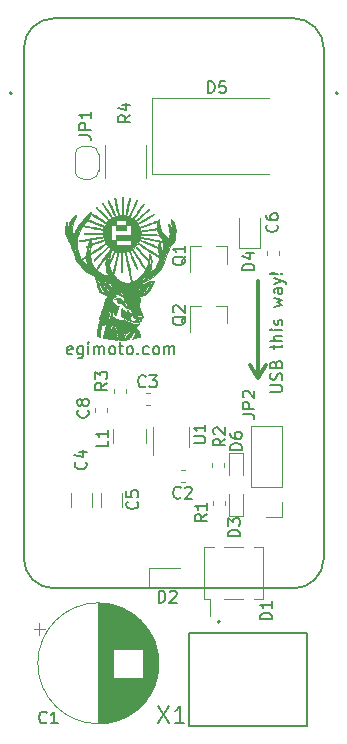
<source format=gto>
G04 #@! TF.GenerationSoftware,KiCad,Pcbnew,5.1.5+dfsg1-2build2*
G04 #@! TF.CreationDate,2022-12-06T01:13:10+01:00*
G04 #@! TF.ProjectId,MBus_to_radio,4d427573-5f74-46f5-9f72-6164696f2e6b,rev?*
G04 #@! TF.SameCoordinates,Original*
G04 #@! TF.FileFunction,Legend,Top*
G04 #@! TF.FilePolarity,Positive*
%FSLAX46Y46*%
G04 Gerber Fmt 4.6, Leading zero omitted, Abs format (unit mm)*
G04 Created by KiCad (PCBNEW 5.1.5+dfsg1-2build2) date 2022-12-06 01:13:10*
%MOMM*%
%LPD*%
G04 APERTURE LIST*
%ADD10C,0.300000*%
%ADD11C,0.150000*%
%ADD12C,0.010000*%
%ADD13C,0.120000*%
%ADD14C,0.200000*%
%ADD15C,0.127000*%
G04 APERTURE END LIST*
D10*
X116350000Y-86375000D02*
X115700000Y-85225000D01*
X116350000Y-86375000D02*
X117000000Y-85225000D01*
X116350000Y-78150000D02*
X116350000Y-86375000D01*
D11*
X117402380Y-87500000D02*
X118211904Y-87500000D01*
X118307142Y-87452380D01*
X118354761Y-87404761D01*
X118402380Y-87309523D01*
X118402380Y-87119047D01*
X118354761Y-87023809D01*
X118307142Y-86976190D01*
X118211904Y-86928571D01*
X117402380Y-86928571D01*
X118354761Y-86500000D02*
X118402380Y-86357142D01*
X118402380Y-86119047D01*
X118354761Y-86023809D01*
X118307142Y-85976190D01*
X118211904Y-85928571D01*
X118116666Y-85928571D01*
X118021428Y-85976190D01*
X117973809Y-86023809D01*
X117926190Y-86119047D01*
X117878571Y-86309523D01*
X117830952Y-86404761D01*
X117783333Y-86452380D01*
X117688095Y-86500000D01*
X117592857Y-86500000D01*
X117497619Y-86452380D01*
X117450000Y-86404761D01*
X117402380Y-86309523D01*
X117402380Y-86071428D01*
X117450000Y-85928571D01*
X117878571Y-85166666D02*
X117926190Y-85023809D01*
X117973809Y-84976190D01*
X118069047Y-84928571D01*
X118211904Y-84928571D01*
X118307142Y-84976190D01*
X118354761Y-85023809D01*
X118402380Y-85119047D01*
X118402380Y-85500000D01*
X117402380Y-85500000D01*
X117402380Y-85166666D01*
X117450000Y-85071428D01*
X117497619Y-85023809D01*
X117592857Y-84976190D01*
X117688095Y-84976190D01*
X117783333Y-85023809D01*
X117830952Y-85071428D01*
X117878571Y-85166666D01*
X117878571Y-85500000D01*
X117735714Y-83880952D02*
X117735714Y-83500000D01*
X117402380Y-83738095D02*
X118259523Y-83738095D01*
X118354761Y-83690476D01*
X118402380Y-83595238D01*
X118402380Y-83500000D01*
X118402380Y-83166666D02*
X117402380Y-83166666D01*
X118402380Y-82738095D02*
X117878571Y-82738095D01*
X117783333Y-82785714D01*
X117735714Y-82880952D01*
X117735714Y-83023809D01*
X117783333Y-83119047D01*
X117830952Y-83166666D01*
X118402380Y-82261904D02*
X117735714Y-82261904D01*
X117402380Y-82261904D02*
X117450000Y-82309523D01*
X117497619Y-82261904D01*
X117450000Y-82214285D01*
X117402380Y-82261904D01*
X117497619Y-82261904D01*
X118354761Y-81833333D02*
X118402380Y-81738095D01*
X118402380Y-81547619D01*
X118354761Y-81452380D01*
X118259523Y-81404761D01*
X118211904Y-81404761D01*
X118116666Y-81452380D01*
X118069047Y-81547619D01*
X118069047Y-81690476D01*
X118021428Y-81785714D01*
X117926190Y-81833333D01*
X117878571Y-81833333D01*
X117783333Y-81785714D01*
X117735714Y-81690476D01*
X117735714Y-81547619D01*
X117783333Y-81452380D01*
X117735714Y-80309523D02*
X118402380Y-80119047D01*
X117926190Y-79928571D01*
X118402380Y-79738095D01*
X117735714Y-79547619D01*
X118402380Y-78738095D02*
X117878571Y-78738095D01*
X117783333Y-78785714D01*
X117735714Y-78880952D01*
X117735714Y-79071428D01*
X117783333Y-79166666D01*
X118354761Y-78738095D02*
X118402380Y-78833333D01*
X118402380Y-79071428D01*
X118354761Y-79166666D01*
X118259523Y-79214285D01*
X118164285Y-79214285D01*
X118069047Y-79166666D01*
X118021428Y-79071428D01*
X118021428Y-78833333D01*
X117973809Y-78738095D01*
X117735714Y-78357142D02*
X118402380Y-78119047D01*
X117735714Y-77880952D02*
X118402380Y-78119047D01*
X118640476Y-78214285D01*
X118688095Y-78261904D01*
X118735714Y-78357142D01*
X118307142Y-77500000D02*
X118354761Y-77452380D01*
X118402380Y-77500000D01*
X118354761Y-77547619D01*
X118307142Y-77500000D01*
X118402380Y-77500000D01*
X118021428Y-77500000D02*
X117450000Y-77547619D01*
X117402380Y-77500000D01*
X117450000Y-77452380D01*
X118021428Y-77500000D01*
X117402380Y-77500000D01*
X100607142Y-84279761D02*
X100511904Y-84327380D01*
X100321428Y-84327380D01*
X100226190Y-84279761D01*
X100178571Y-84184523D01*
X100178571Y-83803571D01*
X100226190Y-83708333D01*
X100321428Y-83660714D01*
X100511904Y-83660714D01*
X100607142Y-83708333D01*
X100654761Y-83803571D01*
X100654761Y-83898809D01*
X100178571Y-83994047D01*
X101511904Y-83660714D02*
X101511904Y-84470238D01*
X101464285Y-84565476D01*
X101416666Y-84613095D01*
X101321428Y-84660714D01*
X101178571Y-84660714D01*
X101083333Y-84613095D01*
X101511904Y-84279761D02*
X101416666Y-84327380D01*
X101226190Y-84327380D01*
X101130952Y-84279761D01*
X101083333Y-84232142D01*
X101035714Y-84136904D01*
X101035714Y-83851190D01*
X101083333Y-83755952D01*
X101130952Y-83708333D01*
X101226190Y-83660714D01*
X101416666Y-83660714D01*
X101511904Y-83708333D01*
X101988095Y-84327380D02*
X101988095Y-83660714D01*
X101988095Y-83327380D02*
X101940476Y-83375000D01*
X101988095Y-83422619D01*
X102035714Y-83375000D01*
X101988095Y-83327380D01*
X101988095Y-83422619D01*
X102464285Y-84327380D02*
X102464285Y-83660714D01*
X102464285Y-83755952D02*
X102511904Y-83708333D01*
X102607142Y-83660714D01*
X102750000Y-83660714D01*
X102845238Y-83708333D01*
X102892857Y-83803571D01*
X102892857Y-84327380D01*
X102892857Y-83803571D02*
X102940476Y-83708333D01*
X103035714Y-83660714D01*
X103178571Y-83660714D01*
X103273809Y-83708333D01*
X103321428Y-83803571D01*
X103321428Y-84327380D01*
X103940476Y-84327380D02*
X103845238Y-84279761D01*
X103797619Y-84232142D01*
X103750000Y-84136904D01*
X103750000Y-83851190D01*
X103797619Y-83755952D01*
X103845238Y-83708333D01*
X103940476Y-83660714D01*
X104083333Y-83660714D01*
X104178571Y-83708333D01*
X104226190Y-83755952D01*
X104273809Y-83851190D01*
X104273809Y-84136904D01*
X104226190Y-84232142D01*
X104178571Y-84279761D01*
X104083333Y-84327380D01*
X103940476Y-84327380D01*
X104559523Y-83660714D02*
X104940476Y-83660714D01*
X104702380Y-83327380D02*
X104702380Y-84184523D01*
X104750000Y-84279761D01*
X104845238Y-84327380D01*
X104940476Y-84327380D01*
X105416666Y-84327380D02*
X105321428Y-84279761D01*
X105273809Y-84232142D01*
X105226190Y-84136904D01*
X105226190Y-83851190D01*
X105273809Y-83755952D01*
X105321428Y-83708333D01*
X105416666Y-83660714D01*
X105559523Y-83660714D01*
X105654761Y-83708333D01*
X105702380Y-83755952D01*
X105750000Y-83851190D01*
X105750000Y-84136904D01*
X105702380Y-84232142D01*
X105654761Y-84279761D01*
X105559523Y-84327380D01*
X105416666Y-84327380D01*
X106178571Y-84232142D02*
X106226190Y-84279761D01*
X106178571Y-84327380D01*
X106130952Y-84279761D01*
X106178571Y-84232142D01*
X106178571Y-84327380D01*
X107083333Y-84279761D02*
X106988095Y-84327380D01*
X106797619Y-84327380D01*
X106702380Y-84279761D01*
X106654761Y-84232142D01*
X106607142Y-84136904D01*
X106607142Y-83851190D01*
X106654761Y-83755952D01*
X106702380Y-83708333D01*
X106797619Y-83660714D01*
X106988095Y-83660714D01*
X107083333Y-83708333D01*
X107654761Y-84327380D02*
X107559523Y-84279761D01*
X107511904Y-84232142D01*
X107464285Y-84136904D01*
X107464285Y-83851190D01*
X107511904Y-83755952D01*
X107559523Y-83708333D01*
X107654761Y-83660714D01*
X107797619Y-83660714D01*
X107892857Y-83708333D01*
X107940476Y-83755952D01*
X107988095Y-83851190D01*
X107988095Y-84136904D01*
X107940476Y-84232142D01*
X107892857Y-84279761D01*
X107797619Y-84327380D01*
X107654761Y-84327380D01*
X108416666Y-84327380D02*
X108416666Y-83660714D01*
X108416666Y-83755952D02*
X108464285Y-83708333D01*
X108559523Y-83660714D01*
X108702380Y-83660714D01*
X108797619Y-83708333D01*
X108845238Y-83803571D01*
X108845238Y-84327380D01*
X108845238Y-83803571D02*
X108892857Y-83708333D01*
X108988095Y-83660714D01*
X109130952Y-83660714D01*
X109226190Y-83708333D01*
X109273809Y-83803571D01*
X109273809Y-84327380D01*
D12*
G36*
X105195700Y-73811500D02*
G01*
X104344800Y-73825428D01*
X104344800Y-73392400D01*
X105210454Y-73392400D01*
X105195700Y-73811500D01*
G37*
X105195700Y-73811500D02*
X104344800Y-73825428D01*
X104344800Y-73392400D01*
X105210454Y-73392400D01*
X105195700Y-73811500D01*
G36*
X104892708Y-71033259D02*
G01*
X104902868Y-71046251D01*
X104910118Y-71074896D01*
X104914746Y-71124917D01*
X104917040Y-71202033D01*
X104917290Y-71311966D01*
X104915781Y-71460437D01*
X104912804Y-71653167D01*
X104912282Y-71684250D01*
X104907976Y-71915270D01*
X104903472Y-72100174D01*
X104898441Y-72243643D01*
X104892556Y-72350361D01*
X104885488Y-72425010D01*
X104876908Y-72472272D01*
X104866487Y-72496831D01*
X104854824Y-72503400D01*
X104835902Y-72481407D01*
X104818710Y-72428067D01*
X104817875Y-72424025D01*
X104808483Y-72340863D01*
X104803560Y-72208721D01*
X104803104Y-72029219D01*
X104807114Y-71803981D01*
X104815588Y-71534627D01*
X104818688Y-71453356D01*
X104825345Y-71296741D01*
X104831721Y-71183912D01*
X104838818Y-71107869D01*
X104847640Y-71061613D01*
X104859190Y-71038147D01*
X104874472Y-71030472D01*
X104879351Y-71030200D01*
X104892708Y-71033259D01*
G37*
X104892708Y-71033259D02*
X104902868Y-71046251D01*
X104910118Y-71074896D01*
X104914746Y-71124917D01*
X104917040Y-71202033D01*
X104917290Y-71311966D01*
X104915781Y-71460437D01*
X104912804Y-71653167D01*
X104912282Y-71684250D01*
X104907976Y-71915270D01*
X104903472Y-72100174D01*
X104898441Y-72243643D01*
X104892556Y-72350361D01*
X104885488Y-72425010D01*
X104876908Y-72472272D01*
X104866487Y-72496831D01*
X104854824Y-72503400D01*
X104835902Y-72481407D01*
X104818710Y-72428067D01*
X104817875Y-72424025D01*
X104808483Y-72340863D01*
X104803560Y-72208721D01*
X104803104Y-72029219D01*
X104807114Y-71803981D01*
X104815588Y-71534627D01*
X104818688Y-71453356D01*
X104825345Y-71296741D01*
X104831721Y-71183912D01*
X104838818Y-71107869D01*
X104847640Y-71061613D01*
X104859190Y-71038147D01*
X104874472Y-71030472D01*
X104879351Y-71030200D01*
X104892708Y-71033259D01*
G36*
X104247971Y-71091516D02*
G01*
X104260751Y-71107401D01*
X104274601Y-71137584D01*
X104290625Y-71186486D01*
X104309929Y-71258528D01*
X104333616Y-71358129D01*
X104362792Y-71489712D01*
X104398563Y-71657697D01*
X104442033Y-71866504D01*
X104494307Y-72120554D01*
X104496282Y-72130183D01*
X104527074Y-72279868D01*
X104548819Y-72386814D01*
X104562254Y-72458133D01*
X104568116Y-72500935D01*
X104567143Y-72522330D01*
X104560071Y-72529429D01*
X104547638Y-72529343D01*
X104537607Y-72528800D01*
X104516248Y-72508584D01*
X104489976Y-72446096D01*
X104457824Y-72338577D01*
X104423999Y-72204950D01*
X104372208Y-71986671D01*
X104324469Y-71780198D01*
X104282097Y-71591615D01*
X104246406Y-71427006D01*
X104218711Y-71292454D01*
X104200327Y-71194044D01*
X104192567Y-71137860D01*
X104192400Y-71133027D01*
X104205198Y-71090236D01*
X104235154Y-71085508D01*
X104247971Y-71091516D01*
G37*
X104247971Y-71091516D02*
X104260751Y-71107401D01*
X104274601Y-71137584D01*
X104290625Y-71186486D01*
X104309929Y-71258528D01*
X104333616Y-71358129D01*
X104362792Y-71489712D01*
X104398563Y-71657697D01*
X104442033Y-71866504D01*
X104494307Y-72120554D01*
X104496282Y-72130183D01*
X104527074Y-72279868D01*
X104548819Y-72386814D01*
X104562254Y-72458133D01*
X104568116Y-72500935D01*
X104567143Y-72522330D01*
X104560071Y-72529429D01*
X104547638Y-72529343D01*
X104537607Y-72528800D01*
X104516248Y-72508584D01*
X104489976Y-72446096D01*
X104457824Y-72338577D01*
X104423999Y-72204950D01*
X104372208Y-71986671D01*
X104324469Y-71780198D01*
X104282097Y-71591615D01*
X104246406Y-71427006D01*
X104218711Y-71292454D01*
X104200327Y-71194044D01*
X104192567Y-71137860D01*
X104192400Y-71133027D01*
X104205198Y-71090236D01*
X104235154Y-71085508D01*
X104247971Y-71091516D01*
G36*
X105489765Y-71098205D02*
G01*
X105495503Y-71124919D01*
X105491645Y-71186407D01*
X105477707Y-71285811D01*
X105453206Y-71426272D01*
X105417656Y-71610934D01*
X105388153Y-71757335D01*
X105351912Y-71933867D01*
X105317966Y-72097371D01*
X105287944Y-72240150D01*
X105263473Y-72354505D01*
X105246183Y-72432739D01*
X105238753Y-72463644D01*
X105211214Y-72526487D01*
X105177361Y-72551280D01*
X105153247Y-72541381D01*
X105148635Y-72528147D01*
X105148776Y-72498736D01*
X105154489Y-72448436D01*
X105166592Y-72372535D01*
X105185905Y-72266321D01*
X105213245Y-72125081D01*
X105249431Y-71944103D01*
X105295282Y-71718676D01*
X105301025Y-71690600D01*
X105335415Y-71526091D01*
X105367752Y-71378002D01*
X105396316Y-71253693D01*
X105419386Y-71160528D01*
X105435243Y-71105870D01*
X105440189Y-71094970D01*
X105474451Y-71087210D01*
X105489765Y-71098205D01*
G37*
X105489765Y-71098205D02*
X105495503Y-71124919D01*
X105491645Y-71186407D01*
X105477707Y-71285811D01*
X105453206Y-71426272D01*
X105417656Y-71610934D01*
X105388153Y-71757335D01*
X105351912Y-71933867D01*
X105317966Y-72097371D01*
X105287944Y-72240150D01*
X105263473Y-72354505D01*
X105246183Y-72432739D01*
X105238753Y-72463644D01*
X105211214Y-72526487D01*
X105177361Y-72551280D01*
X105153247Y-72541381D01*
X105148635Y-72528147D01*
X105148776Y-72498736D01*
X105154489Y-72448436D01*
X105166592Y-72372535D01*
X105185905Y-72266321D01*
X105213245Y-72125081D01*
X105249431Y-71944103D01*
X105295282Y-71718676D01*
X105301025Y-71690600D01*
X105335415Y-71526091D01*
X105367752Y-71378002D01*
X105396316Y-71253693D01*
X105419386Y-71160528D01*
X105435243Y-71105870D01*
X105440189Y-71094970D01*
X105474451Y-71087210D01*
X105489765Y-71098205D01*
G36*
X106107826Y-71314125D02*
G01*
X106097675Y-71339547D01*
X106080521Y-71378051D01*
X106045500Y-71455985D01*
X105995699Y-71566498D01*
X105934207Y-71702745D01*
X105864113Y-71857876D01*
X105796805Y-72006697D01*
X105701584Y-72214793D01*
X105624315Y-72378126D01*
X105563720Y-72498953D01*
X105518519Y-72579531D01*
X105487433Y-72622114D01*
X105469182Y-72628960D01*
X105462488Y-72602325D01*
X105462400Y-72596438D01*
X105472420Y-72562692D01*
X105500422Y-72490150D01*
X105543321Y-72386238D01*
X105598028Y-72258384D01*
X105661457Y-72114016D01*
X105682318Y-72067271D01*
X105752160Y-71910858D01*
X105818716Y-71760904D01*
X105877780Y-71626953D01*
X105925149Y-71518547D01*
X105956616Y-71445227D01*
X105960223Y-71436600D01*
X106006056Y-71344132D01*
X106049127Y-71296946D01*
X106070781Y-71288747D01*
X106106773Y-71288680D01*
X106107826Y-71314125D01*
G37*
X106107826Y-71314125D02*
X106097675Y-71339547D01*
X106080521Y-71378051D01*
X106045500Y-71455985D01*
X105995699Y-71566498D01*
X105934207Y-71702745D01*
X105864113Y-71857876D01*
X105796805Y-72006697D01*
X105701584Y-72214793D01*
X105624315Y-72378126D01*
X105563720Y-72498953D01*
X105518519Y-72579531D01*
X105487433Y-72622114D01*
X105469182Y-72628960D01*
X105462488Y-72602325D01*
X105462400Y-72596438D01*
X105472420Y-72562692D01*
X105500422Y-72490150D01*
X105543321Y-72386238D01*
X105598028Y-72258384D01*
X105661457Y-72114016D01*
X105682318Y-72067271D01*
X105752160Y-71910858D01*
X105818716Y-71760904D01*
X105877780Y-71626953D01*
X105925149Y-71518547D01*
X105956616Y-71445227D01*
X105960223Y-71436600D01*
X106006056Y-71344132D01*
X106049127Y-71296946D01*
X106070781Y-71288747D01*
X106106773Y-71288680D01*
X106107826Y-71314125D01*
G36*
X103679924Y-71250304D02*
G01*
X103716694Y-71310131D01*
X103719249Y-71315949D01*
X103740030Y-71364110D01*
X103777307Y-71450378D01*
X103827400Y-71566242D01*
X103886628Y-71703189D01*
X103951310Y-71852705D01*
X103963596Y-71881100D01*
X104050665Y-72082555D01*
X104119306Y-72242376D01*
X104171334Y-72365521D01*
X104208567Y-72456946D01*
X104232822Y-72521610D01*
X104245914Y-72564469D01*
X104249661Y-72590481D01*
X104245879Y-72604604D01*
X104236386Y-72611794D01*
X104232036Y-72613595D01*
X104205526Y-72599513D01*
X104165261Y-72540962D01*
X104110303Y-72436450D01*
X104077806Y-72368182D01*
X103984502Y-72165053D01*
X103896914Y-71969723D01*
X103817320Y-71787655D01*
X103747997Y-71624311D01*
X103691222Y-71485152D01*
X103649273Y-71375640D01*
X103624426Y-71301237D01*
X103618899Y-71267552D01*
X103645773Y-71235362D01*
X103679924Y-71250304D01*
G37*
X103679924Y-71250304D02*
X103716694Y-71310131D01*
X103719249Y-71315949D01*
X103740030Y-71364110D01*
X103777307Y-71450378D01*
X103827400Y-71566242D01*
X103886628Y-71703189D01*
X103951310Y-71852705D01*
X103963596Y-71881100D01*
X104050665Y-72082555D01*
X104119306Y-72242376D01*
X104171334Y-72365521D01*
X104208567Y-72456946D01*
X104232822Y-72521610D01*
X104245914Y-72564469D01*
X104249661Y-72590481D01*
X104245879Y-72604604D01*
X104236386Y-72611794D01*
X104232036Y-72613595D01*
X104205526Y-72599513D01*
X104165261Y-72540962D01*
X104110303Y-72436450D01*
X104077806Y-72368182D01*
X103984502Y-72165053D01*
X103896914Y-71969723D01*
X103817320Y-71787655D01*
X103747997Y-71624311D01*
X103691222Y-71485152D01*
X103649273Y-71375640D01*
X103624426Y-71301237D01*
X103618899Y-71267552D01*
X103645773Y-71235362D01*
X103679924Y-71250304D01*
G36*
X103167291Y-71497035D02*
G01*
X103209455Y-71533479D01*
X103266993Y-71603509D01*
X103343521Y-71710850D01*
X103419434Y-71823950D01*
X103574311Y-72059427D01*
X103701725Y-72255463D01*
X103803111Y-72414399D01*
X103879901Y-72538574D01*
X103933529Y-72630328D01*
X103965428Y-72692001D01*
X103977033Y-72725935D01*
X103976099Y-72732647D01*
X103949604Y-72754812D01*
X103915869Y-72736610D01*
X103879766Y-72692707D01*
X103816423Y-72603420D01*
X103739335Y-72491182D01*
X103652669Y-72362433D01*
X103560591Y-72223611D01*
X103467267Y-72081157D01*
X103376863Y-71941510D01*
X103293546Y-71811111D01*
X103221482Y-71696398D01*
X103164836Y-71603812D01*
X103127775Y-71539792D01*
X103114465Y-71510778D01*
X103114624Y-71510009D01*
X103136886Y-71490453D01*
X103167291Y-71497035D01*
G37*
X103167291Y-71497035D02*
X103209455Y-71533479D01*
X103266993Y-71603509D01*
X103343521Y-71710850D01*
X103419434Y-71823950D01*
X103574311Y-72059427D01*
X103701725Y-72255463D01*
X103803111Y-72414399D01*
X103879901Y-72538574D01*
X103933529Y-72630328D01*
X103965428Y-72692001D01*
X103977033Y-72725935D01*
X103976099Y-72732647D01*
X103949604Y-72754812D01*
X103915869Y-72736610D01*
X103879766Y-72692707D01*
X103816423Y-72603420D01*
X103739335Y-72491182D01*
X103652669Y-72362433D01*
X103560591Y-72223611D01*
X103467267Y-72081157D01*
X103376863Y-71941510D01*
X103293546Y-71811111D01*
X103221482Y-71696398D01*
X103164836Y-71603812D01*
X103127775Y-71539792D01*
X103114465Y-71510778D01*
X103114624Y-71510009D01*
X103136886Y-71490453D01*
X103167291Y-71497035D01*
G36*
X106681099Y-71593652D02*
G01*
X106675846Y-71633450D01*
X106657846Y-71667176D01*
X106614863Y-71733850D01*
X106551482Y-71827146D01*
X106472290Y-71940738D01*
X106381873Y-72068302D01*
X106284819Y-72203510D01*
X106185713Y-72340038D01*
X106089142Y-72471560D01*
X105999693Y-72591750D01*
X105921951Y-72694283D01*
X105860503Y-72772834D01*
X105819936Y-72821077D01*
X105805657Y-72833600D01*
X105785100Y-72815878D01*
X105780024Y-72808401D01*
X105774476Y-72799858D01*
X105771829Y-72790669D01*
X105775048Y-72776313D01*
X105787094Y-72752266D01*
X105810932Y-72714006D01*
X105849525Y-72657013D01*
X105905835Y-72576764D01*
X105982825Y-72468736D01*
X106083460Y-72328409D01*
X106209907Y-72152366D01*
X106352731Y-71956058D01*
X106468999Y-71801962D01*
X106559339Y-71689375D01*
X106624383Y-71617595D01*
X106664759Y-71585921D01*
X106681099Y-71593652D01*
G37*
X106681099Y-71593652D02*
X106675846Y-71633450D01*
X106657846Y-71667176D01*
X106614863Y-71733850D01*
X106551482Y-71827146D01*
X106472290Y-71940738D01*
X106381873Y-72068302D01*
X106284819Y-72203510D01*
X106185713Y-72340038D01*
X106089142Y-72471560D01*
X105999693Y-72591750D01*
X105921951Y-72694283D01*
X105860503Y-72772834D01*
X105819936Y-72821077D01*
X105805657Y-72833600D01*
X105785100Y-72815878D01*
X105780024Y-72808401D01*
X105774476Y-72799858D01*
X105771829Y-72790669D01*
X105775048Y-72776313D01*
X105787094Y-72752266D01*
X105810932Y-72714006D01*
X105849525Y-72657013D01*
X105905835Y-72576764D01*
X105982825Y-72468736D01*
X106083460Y-72328409D01*
X106209907Y-72152366D01*
X106352731Y-71956058D01*
X106468999Y-71801962D01*
X106559339Y-71689375D01*
X106624383Y-71617595D01*
X106664759Y-71585921D01*
X106681099Y-71593652D01*
G36*
X107158266Y-72011354D02*
G01*
X107158923Y-72022587D01*
X107138815Y-72045132D01*
X107087026Y-72096240D01*
X107009530Y-72170375D01*
X106912300Y-72262003D01*
X106801311Y-72365586D01*
X106682535Y-72475589D01*
X106561948Y-72586476D01*
X106445523Y-72692712D01*
X106339233Y-72788760D01*
X106249053Y-72869085D01*
X106190249Y-72920247D01*
X106112614Y-72985434D01*
X106063991Y-73021501D01*
X106035394Y-73033046D01*
X106017836Y-73024664D01*
X106009343Y-73012765D01*
X106022585Y-72988866D01*
X106068627Y-72936910D01*
X106141830Y-72862051D01*
X106236555Y-72769445D01*
X106347162Y-72664247D01*
X106468014Y-72551611D01*
X106593471Y-72436693D01*
X106717894Y-72324647D01*
X106835644Y-72220630D01*
X106941082Y-72129797D01*
X107028569Y-72057301D01*
X107092467Y-72008299D01*
X107127135Y-71987945D01*
X107130430Y-71987876D01*
X107158266Y-72011354D01*
G37*
X107158266Y-72011354D02*
X107158923Y-72022587D01*
X107138815Y-72045132D01*
X107087026Y-72096240D01*
X107009530Y-72170375D01*
X106912300Y-72262003D01*
X106801311Y-72365586D01*
X106682535Y-72475589D01*
X106561948Y-72586476D01*
X106445523Y-72692712D01*
X106339233Y-72788760D01*
X106249053Y-72869085D01*
X106190249Y-72920247D01*
X106112614Y-72985434D01*
X106063991Y-73021501D01*
X106035394Y-73033046D01*
X106017836Y-73024664D01*
X106009343Y-73012765D01*
X106022585Y-72988866D01*
X106068627Y-72936910D01*
X106141830Y-72862051D01*
X106236555Y-72769445D01*
X106347162Y-72664247D01*
X106468014Y-72551611D01*
X106593471Y-72436693D01*
X106717894Y-72324647D01*
X106835644Y-72220630D01*
X106941082Y-72129797D01*
X107028569Y-72057301D01*
X107092467Y-72008299D01*
X107127135Y-71987945D01*
X107130430Y-71987876D01*
X107158266Y-72011354D01*
G36*
X102214419Y-72383687D02*
G01*
X102239732Y-72393005D01*
X102280246Y-72413588D01*
X102340590Y-72448081D01*
X102425394Y-72499130D01*
X102539289Y-72569382D01*
X102686904Y-72661482D01*
X102871600Y-72777279D01*
X103053238Y-72891481D01*
X103196008Y-72981983D01*
X103304183Y-73051910D01*
X103382036Y-73104386D01*
X103433839Y-73142536D01*
X103463865Y-73169484D01*
X103476386Y-73188356D01*
X103475675Y-73202274D01*
X103467411Y-73212993D01*
X103435916Y-73209821D01*
X103365804Y-73179138D01*
X103260130Y-73122482D01*
X103121953Y-73041394D01*
X103100200Y-73028186D01*
X102868020Y-72886253D01*
X102676223Y-72767834D01*
X102521466Y-72670577D01*
X102400410Y-72592132D01*
X102309714Y-72530148D01*
X102246036Y-72482274D01*
X102206037Y-72446158D01*
X102186375Y-72419450D01*
X102183710Y-72399798D01*
X102190872Y-72388260D01*
X102199676Y-72382987D01*
X102214419Y-72383687D01*
G37*
X102214419Y-72383687D02*
X102239732Y-72393005D01*
X102280246Y-72413588D01*
X102340590Y-72448081D01*
X102425394Y-72499130D01*
X102539289Y-72569382D01*
X102686904Y-72661482D01*
X102871600Y-72777279D01*
X103053238Y-72891481D01*
X103196008Y-72981983D01*
X103304183Y-73051910D01*
X103382036Y-73104386D01*
X103433839Y-73142536D01*
X103463865Y-73169484D01*
X103476386Y-73188356D01*
X103475675Y-73202274D01*
X103467411Y-73212993D01*
X103435916Y-73209821D01*
X103365804Y-73179138D01*
X103260130Y-73122482D01*
X103121953Y-73041394D01*
X103100200Y-73028186D01*
X102868020Y-72886253D01*
X102676223Y-72767834D01*
X102521466Y-72670577D01*
X102400410Y-72592132D01*
X102309714Y-72530148D01*
X102246036Y-72482274D01*
X102206037Y-72446158D01*
X102186375Y-72419450D01*
X102183710Y-72399798D01*
X102190872Y-72388260D01*
X102199676Y-72382987D01*
X102214419Y-72383687D01*
G36*
X107516464Y-72462985D02*
G01*
X107508507Y-72492840D01*
X107457155Y-72540215D01*
X107386450Y-72588957D01*
X107307022Y-72638345D01*
X107201394Y-72702285D01*
X107076534Y-72776734D01*
X106939407Y-72857649D01*
X106796980Y-72940984D01*
X106656221Y-73022697D01*
X106524095Y-73098744D01*
X106407569Y-73165080D01*
X106313610Y-73217663D01*
X106249184Y-73252448D01*
X106221258Y-73265391D01*
X106221082Y-73265400D01*
X106200733Y-73245165D01*
X106199000Y-73232371D01*
X106219881Y-73211604D01*
X106278095Y-73169461D01*
X106366993Y-73109990D01*
X106479926Y-73037238D01*
X106610246Y-72955253D01*
X106751304Y-72868083D01*
X106896454Y-72779777D01*
X107039046Y-72694382D01*
X107172432Y-72615945D01*
X107289964Y-72548515D01*
X107384994Y-72496140D01*
X107450874Y-72462867D01*
X107479692Y-72452600D01*
X107516464Y-72462985D01*
G37*
X107516464Y-72462985D02*
X107508507Y-72492840D01*
X107457155Y-72540215D01*
X107386450Y-72588957D01*
X107307022Y-72638345D01*
X107201394Y-72702285D01*
X107076534Y-72776734D01*
X106939407Y-72857649D01*
X106796980Y-72940984D01*
X106656221Y-73022697D01*
X106524095Y-73098744D01*
X106407569Y-73165080D01*
X106313610Y-73217663D01*
X106249184Y-73252448D01*
X106221258Y-73265391D01*
X106221082Y-73265400D01*
X106200733Y-73245165D01*
X106199000Y-73232371D01*
X106219881Y-73211604D01*
X106278095Y-73169461D01*
X106366993Y-73109990D01*
X106479926Y-73037238D01*
X106610246Y-72955253D01*
X106751304Y-72868083D01*
X106896454Y-72779777D01*
X107039046Y-72694382D01*
X107172432Y-72615945D01*
X107289964Y-72548515D01*
X107384994Y-72496140D01*
X107450874Y-72462867D01*
X107479692Y-72452600D01*
X107516464Y-72462985D01*
G36*
X101988191Y-72933387D02*
G01*
X102030038Y-72945232D01*
X102092798Y-72966905D01*
X102181516Y-73000055D01*
X102301238Y-73046333D01*
X102457010Y-73107390D01*
X102653878Y-73184877D01*
X102706500Y-73205589D01*
X102889728Y-73277836D01*
X103031063Y-73334148D01*
X103135932Y-73377071D01*
X103209762Y-73409151D01*
X103257979Y-73432933D01*
X103286010Y-73450962D01*
X103299282Y-73465785D01*
X103303221Y-73479948D01*
X103303400Y-73485592D01*
X103298613Y-73509926D01*
X103276140Y-73514819D01*
X103223813Y-73500600D01*
X103189100Y-73488691D01*
X103122650Y-73464658D01*
X103023951Y-73427985D01*
X102900497Y-73381549D01*
X102759786Y-73328223D01*
X102609314Y-73270882D01*
X102456578Y-73212401D01*
X102309074Y-73155654D01*
X102174300Y-73103516D01*
X102059750Y-73058863D01*
X101972924Y-73024568D01*
X101921315Y-73003505D01*
X101910228Y-72998295D01*
X101914558Y-72972630D01*
X101929005Y-72951267D01*
X101937663Y-72940309D01*
X101947049Y-72932576D01*
X101962210Y-72929719D01*
X101988191Y-72933387D01*
G37*
X101988191Y-72933387D02*
X102030038Y-72945232D01*
X102092798Y-72966905D01*
X102181516Y-73000055D01*
X102301238Y-73046333D01*
X102457010Y-73107390D01*
X102653878Y-73184877D01*
X102706500Y-73205589D01*
X102889728Y-73277836D01*
X103031063Y-73334148D01*
X103135932Y-73377071D01*
X103209762Y-73409151D01*
X103257979Y-73432933D01*
X103286010Y-73450962D01*
X103299282Y-73465785D01*
X103303221Y-73479948D01*
X103303400Y-73485592D01*
X103298613Y-73509926D01*
X103276140Y-73514819D01*
X103223813Y-73500600D01*
X103189100Y-73488691D01*
X103122650Y-73464658D01*
X103023951Y-73427985D01*
X102900497Y-73381549D01*
X102759786Y-73328223D01*
X102609314Y-73270882D01*
X102456578Y-73212401D01*
X102309074Y-73155654D01*
X102174300Y-73103516D01*
X102059750Y-73058863D01*
X101972924Y-73024568D01*
X101921315Y-73003505D01*
X101910228Y-72998295D01*
X101914558Y-72972630D01*
X101929005Y-72951267D01*
X101937663Y-72940309D01*
X101947049Y-72932576D01*
X101962210Y-72929719D01*
X101988191Y-72933387D01*
G36*
X101672139Y-73427032D02*
G01*
X101749166Y-73437517D01*
X101853862Y-73454669D01*
X101990963Y-73479188D01*
X102165204Y-73511771D01*
X102381317Y-73553118D01*
X102554100Y-73586496D01*
X102754724Y-73625355D01*
X102910889Y-73655891D01*
X103027987Y-73679546D01*
X103111411Y-73697764D01*
X103166553Y-73711984D01*
X103198807Y-73723651D01*
X103213565Y-73734204D01*
X103216221Y-73745087D01*
X103212167Y-73757741D01*
X103210486Y-73762000D01*
X103189185Y-73793581D01*
X103180032Y-73796887D01*
X103150254Y-73791927D01*
X103080305Y-73779702D01*
X102980010Y-73761947D01*
X102859196Y-73740392D01*
X102833500Y-73735789D01*
X102542735Y-73683297D01*
X102282815Y-73635615D01*
X102056619Y-73593300D01*
X101867027Y-73556911D01*
X101716918Y-73527009D01*
X101609173Y-73504150D01*
X101546670Y-73488894D01*
X101531489Y-73483155D01*
X101532996Y-73455121D01*
X101546034Y-73437805D01*
X101559729Y-73428602D01*
X101582155Y-73423273D01*
X101618047Y-73422517D01*
X101672139Y-73427032D01*
G37*
X101672139Y-73427032D02*
X101749166Y-73437517D01*
X101853862Y-73454669D01*
X101990963Y-73479188D01*
X102165204Y-73511771D01*
X102381317Y-73553118D01*
X102554100Y-73586496D01*
X102754724Y-73625355D01*
X102910889Y-73655891D01*
X103027987Y-73679546D01*
X103111411Y-73697764D01*
X103166553Y-73711984D01*
X103198807Y-73723651D01*
X103213565Y-73734204D01*
X103216221Y-73745087D01*
X103212167Y-73757741D01*
X103210486Y-73762000D01*
X103189185Y-73793581D01*
X103180032Y-73796887D01*
X103150254Y-73791927D01*
X103080305Y-73779702D01*
X102980010Y-73761947D01*
X102859196Y-73740392D01*
X102833500Y-73735789D01*
X102542735Y-73683297D01*
X102282815Y-73635615D01*
X102056619Y-73593300D01*
X101867027Y-73556911D01*
X101716918Y-73527009D01*
X101609173Y-73504150D01*
X101546670Y-73488894D01*
X101531489Y-73483155D01*
X101532996Y-73455121D01*
X101546034Y-73437805D01*
X101559729Y-73428602D01*
X101582155Y-73423273D01*
X101618047Y-73422517D01*
X101672139Y-73427032D01*
G36*
X101927124Y-74022380D02*
G01*
X102101196Y-74025024D01*
X102109806Y-74025172D01*
X102395488Y-74031051D01*
X102632629Y-74038038D01*
X102823482Y-74046288D01*
X102970297Y-74055952D01*
X103075324Y-74067184D01*
X103140816Y-74080137D01*
X103169023Y-74094964D01*
X103170142Y-74097250D01*
X103163177Y-74107288D01*
X103131676Y-74114891D01*
X103070956Y-74120256D01*
X102976333Y-74123581D01*
X102843122Y-74125067D01*
X102666641Y-74124911D01*
X102537166Y-74124105D01*
X102351176Y-74122378D01*
X102172927Y-74120144D01*
X102011612Y-74117563D01*
X101876423Y-74114794D01*
X101776554Y-74111998D01*
X101733329Y-74110151D01*
X101644926Y-74102994D01*
X101597357Y-74091943D01*
X101580658Y-74073626D01*
X101581135Y-74058630D01*
X101587982Y-74044338D01*
X101606534Y-74033892D01*
X101643258Y-74026882D01*
X101704621Y-74022899D01*
X101797087Y-74021535D01*
X101927124Y-74022380D01*
G37*
X101927124Y-74022380D02*
X102101196Y-74025024D01*
X102109806Y-74025172D01*
X102395488Y-74031051D01*
X102632629Y-74038038D01*
X102823482Y-74046288D01*
X102970297Y-74055952D01*
X103075324Y-74067184D01*
X103140816Y-74080137D01*
X103169023Y-74094964D01*
X103170142Y-74097250D01*
X103163177Y-74107288D01*
X103131676Y-74114891D01*
X103070956Y-74120256D01*
X102976333Y-74123581D01*
X102843122Y-74125067D01*
X102666641Y-74124911D01*
X102537166Y-74124105D01*
X102351176Y-74122378D01*
X102172927Y-74120144D01*
X102011612Y-74117563D01*
X101876423Y-74114794D01*
X101776554Y-74111998D01*
X101733329Y-74110151D01*
X101644926Y-74102994D01*
X101597357Y-74091943D01*
X101580658Y-74073626D01*
X101581135Y-74058630D01*
X101587982Y-74044338D01*
X101606534Y-74033892D01*
X101643258Y-74026882D01*
X101704621Y-74022899D01*
X101797087Y-74021535D01*
X101927124Y-74022380D01*
G36*
X106484750Y-74394419D02*
G01*
X106522721Y-74402242D01*
X106604218Y-74418750D01*
X106722952Y-74442680D01*
X106872632Y-74472766D01*
X107046968Y-74507743D01*
X107239671Y-74546347D01*
X107378466Y-74574119D01*
X107578124Y-74614299D01*
X107761936Y-74651768D01*
X107923954Y-74685277D01*
X108058229Y-74713574D01*
X108158812Y-74735411D01*
X108219754Y-74749538D01*
X108235716Y-74754215D01*
X108255316Y-74786069D01*
X108249890Y-74822659D01*
X108224650Y-74837460D01*
X108193137Y-74831925D01*
X108117716Y-74817411D01*
X108004251Y-74795083D01*
X107858609Y-74766110D01*
X107686658Y-74731656D01*
X107494264Y-74692889D01*
X107310250Y-74655634D01*
X107075181Y-74607694D01*
X106885292Y-74568263D01*
X106735898Y-74536139D01*
X106622314Y-74510122D01*
X106539856Y-74489009D01*
X106483840Y-74471600D01*
X106449582Y-74456694D01*
X106432397Y-74443089D01*
X106427601Y-74429584D01*
X106427600Y-74429290D01*
X106439788Y-74395045D01*
X106483893Y-74394235D01*
X106484750Y-74394419D01*
G37*
X106484750Y-74394419D02*
X106522721Y-74402242D01*
X106604218Y-74418750D01*
X106722952Y-74442680D01*
X106872632Y-74472766D01*
X107046968Y-74507743D01*
X107239671Y-74546347D01*
X107378466Y-74574119D01*
X107578124Y-74614299D01*
X107761936Y-74651768D01*
X107923954Y-74685277D01*
X108058229Y-74713574D01*
X108158812Y-74735411D01*
X108219754Y-74749538D01*
X108235716Y-74754215D01*
X108255316Y-74786069D01*
X108249890Y-74822659D01*
X108224650Y-74837460D01*
X108193137Y-74831925D01*
X108117716Y-74817411D01*
X108004251Y-74795083D01*
X107858609Y-74766110D01*
X107686658Y-74731656D01*
X107494264Y-74692889D01*
X107310250Y-74655634D01*
X107075181Y-74607694D01*
X106885292Y-74568263D01*
X106735898Y-74536139D01*
X106622314Y-74510122D01*
X106539856Y-74489009D01*
X106483840Y-74471600D01*
X106449582Y-74456694D01*
X106432397Y-74443089D01*
X106427601Y-74429584D01*
X106427600Y-74429290D01*
X106439788Y-74395045D01*
X106483893Y-74394235D01*
X106484750Y-74394419D01*
G36*
X106399161Y-74646266D02*
G01*
X106468636Y-74672489D01*
X106573145Y-74713308D01*
X106706712Y-74766359D01*
X106863362Y-74829280D01*
X107037122Y-74899708D01*
X107102807Y-74926483D01*
X107339239Y-75024279D01*
X107528827Y-75105489D01*
X107671345Y-75170009D01*
X107766563Y-75217734D01*
X107814254Y-75248560D01*
X107820112Y-75256683D01*
X107808874Y-75290378D01*
X107782012Y-75295753D01*
X107747467Y-75285772D01*
X107672497Y-75258363D01*
X107563409Y-75216024D01*
X107426506Y-75161254D01*
X107268095Y-75096551D01*
X107094479Y-75024412D01*
X107049900Y-75005702D01*
X106828755Y-74911432D01*
X106647959Y-74831644D01*
X106509104Y-74767095D01*
X106413786Y-74718538D01*
X106363601Y-74686729D01*
X106355887Y-74677148D01*
X106360230Y-74642494D01*
X106370694Y-74637000D01*
X106399161Y-74646266D01*
G37*
X106399161Y-74646266D02*
X106468636Y-74672489D01*
X106573145Y-74713308D01*
X106706712Y-74766359D01*
X106863362Y-74829280D01*
X107037122Y-74899708D01*
X107102807Y-74926483D01*
X107339239Y-75024279D01*
X107528827Y-75105489D01*
X107671345Y-75170009D01*
X107766563Y-75217734D01*
X107814254Y-75248560D01*
X107820112Y-75256683D01*
X107808874Y-75290378D01*
X107782012Y-75295753D01*
X107747467Y-75285772D01*
X107672497Y-75258363D01*
X107563409Y-75216024D01*
X107426506Y-75161254D01*
X107268095Y-75096551D01*
X107094479Y-75024412D01*
X107049900Y-75005702D01*
X106828755Y-74911432D01*
X106647959Y-74831644D01*
X106509104Y-74767095D01*
X106413786Y-74718538D01*
X106363601Y-74686729D01*
X106355887Y-74677148D01*
X106360230Y-74642494D01*
X106370694Y-74637000D01*
X106399161Y-74646266D01*
G36*
X102673340Y-71875162D02*
G01*
X102695201Y-71893895D01*
X102748417Y-71943969D01*
X102828346Y-72020882D01*
X102930344Y-72120133D01*
X103049768Y-72237218D01*
X103181977Y-72367637D01*
X103220371Y-72405649D01*
X103749762Y-72930199D01*
X103849703Y-72855681D01*
X103986596Y-72769076D01*
X104153378Y-72687177D01*
X104329365Y-72619500D01*
X104424240Y-72591357D01*
X104599862Y-72562162D01*
X104802512Y-72554993D01*
X105013909Y-72568897D01*
X105215778Y-72602918D01*
X105345341Y-72639465D01*
X105597837Y-72751580D01*
X105820645Y-72900444D01*
X106011448Y-73080869D01*
X106167934Y-73287668D01*
X106287787Y-73515653D01*
X106368692Y-73759637D01*
X106408336Y-74014432D01*
X106404404Y-74274852D01*
X106354581Y-74535708D01*
X106281614Y-74737862D01*
X106146285Y-74983460D01*
X105972176Y-75196976D01*
X105761142Y-75376815D01*
X105515037Y-75521383D01*
X105250174Y-75624684D01*
X105106653Y-75655749D01*
X104932660Y-75673423D01*
X104746811Y-75677404D01*
X104567717Y-75667390D01*
X104413994Y-75643080D01*
X104395600Y-75638530D01*
X104165767Y-75555815D01*
X103943908Y-75433415D01*
X103739567Y-75279032D01*
X103562290Y-75100371D01*
X103421621Y-74905136D01*
X103372110Y-74812464D01*
X103275190Y-74571664D01*
X103220652Y-74341297D01*
X103205783Y-74108412D01*
X103208817Y-74033453D01*
X103250004Y-73754497D01*
X103336047Y-73494544D01*
X103391823Y-73392400D01*
X103912127Y-73392400D01*
X103918913Y-74033750D01*
X103925700Y-74675100D01*
X104344800Y-74689854D01*
X104344800Y-75094200D01*
X105614800Y-75094200D01*
X105614800Y-74688687D01*
X104986150Y-74681893D01*
X104357500Y-74675100D01*
X104350122Y-74465550D01*
X104342745Y-74256000D01*
X105614800Y-74256000D01*
X105614800Y-73392400D01*
X105210454Y-73392400D01*
X105195700Y-72973300D01*
X104770250Y-72966335D01*
X104344800Y-72959371D01*
X104344800Y-73392400D01*
X103912127Y-73392400D01*
X103391823Y-73392400D01*
X103465082Y-73258241D01*
X103579345Y-73110118D01*
X103682611Y-72992936D01*
X103135632Y-72452313D01*
X102967932Y-72285401D01*
X102835517Y-72150910D01*
X102736437Y-72046704D01*
X102668740Y-71970648D01*
X102630477Y-71920608D01*
X102619695Y-71894448D01*
X102622177Y-71890457D01*
X102662025Y-71874744D01*
X102673340Y-71875162D01*
G37*
X102673340Y-71875162D02*
X102695201Y-71893895D01*
X102748417Y-71943969D01*
X102828346Y-72020882D01*
X102930344Y-72120133D01*
X103049768Y-72237218D01*
X103181977Y-72367637D01*
X103220371Y-72405649D01*
X103749762Y-72930199D01*
X103849703Y-72855681D01*
X103986596Y-72769076D01*
X104153378Y-72687177D01*
X104329365Y-72619500D01*
X104424240Y-72591357D01*
X104599862Y-72562162D01*
X104802512Y-72554993D01*
X105013909Y-72568897D01*
X105215778Y-72602918D01*
X105345341Y-72639465D01*
X105597837Y-72751580D01*
X105820645Y-72900444D01*
X106011448Y-73080869D01*
X106167934Y-73287668D01*
X106287787Y-73515653D01*
X106368692Y-73759637D01*
X106408336Y-74014432D01*
X106404404Y-74274852D01*
X106354581Y-74535708D01*
X106281614Y-74737862D01*
X106146285Y-74983460D01*
X105972176Y-75196976D01*
X105761142Y-75376815D01*
X105515037Y-75521383D01*
X105250174Y-75624684D01*
X105106653Y-75655749D01*
X104932660Y-75673423D01*
X104746811Y-75677404D01*
X104567717Y-75667390D01*
X104413994Y-75643080D01*
X104395600Y-75638530D01*
X104165767Y-75555815D01*
X103943908Y-75433415D01*
X103739567Y-75279032D01*
X103562290Y-75100371D01*
X103421621Y-74905136D01*
X103372110Y-74812464D01*
X103275190Y-74571664D01*
X103220652Y-74341297D01*
X103205783Y-74108412D01*
X103208817Y-74033453D01*
X103250004Y-73754497D01*
X103336047Y-73494544D01*
X103391823Y-73392400D01*
X103912127Y-73392400D01*
X103918913Y-74033750D01*
X103925700Y-74675100D01*
X104344800Y-74689854D01*
X104344800Y-75094200D01*
X105614800Y-75094200D01*
X105614800Y-74688687D01*
X104986150Y-74681893D01*
X104357500Y-74675100D01*
X104350122Y-74465550D01*
X104342745Y-74256000D01*
X105614800Y-74256000D01*
X105614800Y-73392400D01*
X105210454Y-73392400D01*
X105195700Y-72973300D01*
X104770250Y-72966335D01*
X104344800Y-72959371D01*
X104344800Y-73392400D01*
X103912127Y-73392400D01*
X103391823Y-73392400D01*
X103465082Y-73258241D01*
X103579345Y-73110118D01*
X103682611Y-72992936D01*
X103135632Y-72452313D01*
X102967932Y-72285401D01*
X102835517Y-72150910D01*
X102736437Y-72046704D01*
X102668740Y-71970648D01*
X102630477Y-71920608D01*
X102619695Y-71894448D01*
X102622177Y-71890457D01*
X102662025Y-71874744D01*
X102673340Y-71875162D01*
G36*
X103427019Y-74983406D02*
G01*
X103430102Y-74997087D01*
X103409786Y-75017968D01*
X103353258Y-75062097D01*
X103266940Y-75125101D01*
X103157252Y-75202606D01*
X103030615Y-75290236D01*
X102893451Y-75383618D01*
X102752182Y-75478377D01*
X102613227Y-75570140D01*
X102483009Y-75654531D01*
X102367949Y-75727177D01*
X102281050Y-75779849D01*
X102221925Y-75813232D01*
X102194329Y-75821164D01*
X102186261Y-75804382D01*
X102185800Y-75785705D01*
X102197254Y-75762470D01*
X102233901Y-75726505D01*
X102299165Y-75675324D01*
X102396471Y-75606440D01*
X102529244Y-75517369D01*
X102700909Y-75405624D01*
X102775417Y-75357746D01*
X102931118Y-75258414D01*
X103073768Y-75168259D01*
X103197524Y-75090906D01*
X103296542Y-75029980D01*
X103364980Y-74989106D01*
X103396992Y-74971910D01*
X103397717Y-74971687D01*
X103427019Y-74983406D01*
G37*
X103427019Y-74983406D02*
X103430102Y-74997087D01*
X103409786Y-75017968D01*
X103353258Y-75062097D01*
X103266940Y-75125101D01*
X103157252Y-75202606D01*
X103030615Y-75290236D01*
X102893451Y-75383618D01*
X102752182Y-75478377D01*
X102613227Y-75570140D01*
X102483009Y-75654531D01*
X102367949Y-75727177D01*
X102281050Y-75779849D01*
X102221925Y-75813232D01*
X102194329Y-75821164D01*
X102186261Y-75804382D01*
X102185800Y-75785705D01*
X102197254Y-75762470D01*
X102233901Y-75726505D01*
X102299165Y-75675324D01*
X102396471Y-75606440D01*
X102529244Y-75517369D01*
X102700909Y-75405624D01*
X102775417Y-75357746D01*
X102931118Y-75258414D01*
X103073768Y-75168259D01*
X103197524Y-75090906D01*
X103296542Y-75029980D01*
X103364980Y-74989106D01*
X103396992Y-74971910D01*
X103397717Y-74971687D01*
X103427019Y-74983406D01*
G36*
X103629511Y-75258902D02*
G01*
X103586412Y-75309307D01*
X103516961Y-75384625D01*
X103426306Y-75479721D01*
X103319593Y-75589460D01*
X103201971Y-75708709D01*
X103078586Y-75832333D01*
X102954586Y-75955197D01*
X102835118Y-76072168D01*
X102725330Y-76178112D01*
X102630369Y-76267893D01*
X102555382Y-76336379D01*
X102505516Y-76378434D01*
X102487108Y-76389600D01*
X102458272Y-76371149D01*
X102449610Y-76359524D01*
X102460681Y-76332058D01*
X102504681Y-76276290D01*
X102576231Y-76197282D01*
X102669951Y-76100095D01*
X102780462Y-75989791D01*
X102902383Y-75871430D01*
X103030336Y-75750075D01*
X103158940Y-75630786D01*
X103282816Y-75518625D01*
X103396584Y-75418653D01*
X103494865Y-75335930D01*
X103572279Y-75275519D01*
X103623446Y-75242481D01*
X103641111Y-75238542D01*
X103629511Y-75258902D01*
G37*
X103629511Y-75258902D02*
X103586412Y-75309307D01*
X103516961Y-75384625D01*
X103426306Y-75479721D01*
X103319593Y-75589460D01*
X103201971Y-75708709D01*
X103078586Y-75832333D01*
X102954586Y-75955197D01*
X102835118Y-76072168D01*
X102725330Y-76178112D01*
X102630369Y-76267893D01*
X102555382Y-76336379D01*
X102505516Y-76378434D01*
X102487108Y-76389600D01*
X102458272Y-76371149D01*
X102449610Y-76359524D01*
X102460681Y-76332058D01*
X102504681Y-76276290D01*
X102576231Y-76197282D01*
X102669951Y-76100095D01*
X102780462Y-75989791D01*
X102902383Y-75871430D01*
X103030336Y-75750075D01*
X103158940Y-75630786D01*
X103282816Y-75518625D01*
X103396584Y-75418653D01*
X103494865Y-75335930D01*
X103572279Y-75275519D01*
X103623446Y-75242481D01*
X103641111Y-75238542D01*
X103629511Y-75258902D01*
G36*
X104204768Y-75627064D02*
G01*
X104200213Y-75657025D01*
X104178489Y-75724288D01*
X104143174Y-75820271D01*
X104097850Y-75936395D01*
X104046093Y-76064078D01*
X103991486Y-76194741D01*
X103937606Y-76319802D01*
X103888033Y-76430683D01*
X103846347Y-76518801D01*
X103816127Y-76575577D01*
X103801899Y-76592800D01*
X103791690Y-76570345D01*
X103791314Y-76513150D01*
X103795458Y-76473414D01*
X103812449Y-76405496D01*
X103847251Y-76304827D01*
X103895061Y-76184143D01*
X103951073Y-76056179D01*
X103960762Y-76035264D01*
X104016764Y-75914046D01*
X104065869Y-75805217D01*
X104103497Y-75719113D01*
X104125066Y-75666072D01*
X104127363Y-75659350D01*
X104154348Y-75610700D01*
X104186773Y-75607400D01*
X104204768Y-75627064D01*
G37*
X104204768Y-75627064D02*
X104200213Y-75657025D01*
X104178489Y-75724288D01*
X104143174Y-75820271D01*
X104097850Y-75936395D01*
X104046093Y-76064078D01*
X103991486Y-76194741D01*
X103937606Y-76319802D01*
X103888033Y-76430683D01*
X103846347Y-76518801D01*
X103816127Y-76575577D01*
X103801899Y-76592800D01*
X103791690Y-76570345D01*
X103791314Y-76513150D01*
X103795458Y-76473414D01*
X103812449Y-76405496D01*
X103847251Y-76304827D01*
X103895061Y-76184143D01*
X103951073Y-76056179D01*
X103960762Y-76035264D01*
X104016764Y-75914046D01*
X104065869Y-75805217D01*
X104103497Y-75719113D01*
X104125066Y-75666072D01*
X104127363Y-75659350D01*
X104154348Y-75610700D01*
X104186773Y-75607400D01*
X104204768Y-75627064D01*
G36*
X105485917Y-75603616D02*
G01*
X105498222Y-75610942D01*
X105513056Y-75628789D01*
X105532651Y-75661771D01*
X105559240Y-75714498D01*
X105595054Y-75791584D01*
X105642325Y-75897642D01*
X105703285Y-76037284D01*
X105780165Y-76215122D01*
X105858723Y-76397498D01*
X105942694Y-76593124D01*
X106007960Y-76747148D01*
X106056181Y-76864509D01*
X106089017Y-76950145D01*
X106108127Y-77008994D01*
X106115170Y-77045993D01*
X106111807Y-77066082D01*
X106099697Y-77074197D01*
X106086550Y-77075400D01*
X106049804Y-77052251D01*
X106008051Y-76988867D01*
X105991752Y-76954750D01*
X105946209Y-76849971D01*
X105890890Y-76720835D01*
X105828729Y-76574382D01*
X105762659Y-76417650D01*
X105695614Y-76257680D01*
X105630526Y-76101511D01*
X105570328Y-75956183D01*
X105517954Y-75828735D01*
X105476336Y-75726207D01*
X105448408Y-75655638D01*
X105437103Y-75624068D01*
X105437000Y-75623316D01*
X105457551Y-75604401D01*
X105473911Y-75602200D01*
X105485917Y-75603616D01*
G37*
X105485917Y-75603616D02*
X105498222Y-75610942D01*
X105513056Y-75628789D01*
X105532651Y-75661771D01*
X105559240Y-75714498D01*
X105595054Y-75791584D01*
X105642325Y-75897642D01*
X105703285Y-76037284D01*
X105780165Y-76215122D01*
X105858723Y-76397498D01*
X105942694Y-76593124D01*
X106007960Y-76747148D01*
X106056181Y-76864509D01*
X106089017Y-76950145D01*
X106108127Y-77008994D01*
X106115170Y-77045993D01*
X106111807Y-77066082D01*
X106099697Y-77074197D01*
X106086550Y-77075400D01*
X106049804Y-77052251D01*
X106008051Y-76988867D01*
X105991752Y-76954750D01*
X105946209Y-76849971D01*
X105890890Y-76720835D01*
X105828729Y-76574382D01*
X105762659Y-76417650D01*
X105695614Y-76257680D01*
X105630526Y-76101511D01*
X105570328Y-75956183D01*
X105517954Y-75828735D01*
X105476336Y-75726207D01*
X105448408Y-75655638D01*
X105437103Y-75624068D01*
X105437000Y-75623316D01*
X105457551Y-75604401D01*
X105473911Y-75602200D01*
X105485917Y-75603616D01*
G36*
X105759567Y-75470261D02*
G01*
X105802320Y-75527909D01*
X105865066Y-75617136D01*
X105944115Y-75732335D01*
X106035775Y-75867901D01*
X106136356Y-76018226D01*
X106242166Y-76177705D01*
X106349514Y-76340729D01*
X106454710Y-76501694D01*
X106554061Y-76654991D01*
X106643877Y-76795016D01*
X106720466Y-76916161D01*
X106780138Y-77012819D01*
X106819202Y-77079384D01*
X106833965Y-77110249D01*
X106834000Y-77110748D01*
X106823138Y-77155167D01*
X106792505Y-77155326D01*
X106745028Y-77112411D01*
X106703711Y-77057920D01*
X106632993Y-76953359D01*
X106548357Y-76825336D01*
X106453327Y-76679458D01*
X106351431Y-76521328D01*
X106246193Y-76356552D01*
X106141140Y-76190735D01*
X106039796Y-76029481D01*
X105945688Y-75878397D01*
X105862342Y-75743086D01*
X105793282Y-75629155D01*
X105742035Y-75542207D01*
X105712127Y-75487848D01*
X105705903Y-75471634D01*
X105736688Y-75450122D01*
X105740500Y-75449800D01*
X105759567Y-75470261D01*
G37*
X105759567Y-75470261D02*
X105802320Y-75527909D01*
X105865066Y-75617136D01*
X105944115Y-75732335D01*
X106035775Y-75867901D01*
X106136356Y-76018226D01*
X106242166Y-76177705D01*
X106349514Y-76340729D01*
X106454710Y-76501694D01*
X106554061Y-76654991D01*
X106643877Y-76795016D01*
X106720466Y-76916161D01*
X106780138Y-77012819D01*
X106819202Y-77079384D01*
X106833965Y-77110249D01*
X106834000Y-77110748D01*
X106823138Y-77155167D01*
X106792505Y-77155326D01*
X106745028Y-77112411D01*
X106703711Y-77057920D01*
X106632993Y-76953359D01*
X106548357Y-76825336D01*
X106453327Y-76679458D01*
X106351431Y-76521328D01*
X106246193Y-76356552D01*
X106141140Y-76190735D01*
X106039796Y-76029481D01*
X105945688Y-75878397D01*
X105862342Y-75743086D01*
X105793282Y-75629155D01*
X105742035Y-75542207D01*
X105712127Y-75487848D01*
X105705903Y-75471634D01*
X105736688Y-75450122D01*
X105740500Y-75449800D01*
X105759567Y-75470261D01*
G36*
X104828075Y-75736038D02*
G01*
X104835927Y-75759794D01*
X104841758Y-75805326D01*
X104845743Y-75877492D01*
X104848058Y-75981150D01*
X104848881Y-76121160D01*
X104848386Y-76302381D01*
X104846811Y-76522610D01*
X104844772Y-76744683D01*
X104842596Y-76921226D01*
X104839938Y-77057508D01*
X104836454Y-77158797D01*
X104831798Y-77230363D01*
X104825627Y-77277476D01*
X104817595Y-77305403D01*
X104807357Y-77319415D01*
X104794568Y-77324780D01*
X104794312Y-77324830D01*
X104781234Y-77324952D01*
X104770962Y-77316180D01*
X104763201Y-77293224D01*
X104757656Y-77250794D01*
X104754030Y-77183600D01*
X104752029Y-77086353D01*
X104751357Y-76953761D01*
X104751717Y-76780534D01*
X104752709Y-76580427D01*
X104754191Y-76387752D01*
X104756342Y-76209976D01*
X104759018Y-76053895D01*
X104762076Y-75926310D01*
X104765371Y-75834016D01*
X104768759Y-75783812D01*
X104769708Y-75778208D01*
X104795623Y-75737896D01*
X104818024Y-75729200D01*
X104828075Y-75736038D01*
G37*
X104828075Y-75736038D02*
X104835927Y-75759794D01*
X104841758Y-75805326D01*
X104845743Y-75877492D01*
X104848058Y-75981150D01*
X104848881Y-76121160D01*
X104848386Y-76302381D01*
X104846811Y-76522610D01*
X104844772Y-76744683D01*
X104842596Y-76921226D01*
X104839938Y-77057508D01*
X104836454Y-77158797D01*
X104831798Y-77230363D01*
X104825627Y-77277476D01*
X104817595Y-77305403D01*
X104807357Y-77319415D01*
X104794568Y-77324780D01*
X104794312Y-77324830D01*
X104781234Y-77324952D01*
X104770962Y-77316180D01*
X104763201Y-77293224D01*
X104757656Y-77250794D01*
X104754030Y-77183600D01*
X104752029Y-77086353D01*
X104751357Y-76953761D01*
X104751717Y-76780534D01*
X104752709Y-76580427D01*
X104754191Y-76387752D01*
X104756342Y-76209976D01*
X104759018Y-76053895D01*
X104762076Y-75926310D01*
X104765371Y-75834016D01*
X104768759Y-75783812D01*
X104769708Y-75778208D01*
X104795623Y-75737896D01*
X104818024Y-75729200D01*
X104828075Y-75736038D01*
G36*
X104511055Y-75705769D02*
G01*
X104514061Y-75719295D01*
X104512599Y-75747356D01*
X104505948Y-75794393D01*
X104493387Y-75864847D01*
X104474197Y-75963158D01*
X104447655Y-76093769D01*
X104413041Y-76261120D01*
X104369635Y-76469652D01*
X104320543Y-76705400D01*
X104269978Y-76945372D01*
X104227572Y-77138820D01*
X104192247Y-77289171D01*
X104162927Y-77399856D01*
X104138536Y-77474302D01*
X104117997Y-77515939D01*
X104100235Y-77528195D01*
X104084171Y-77514500D01*
X104073611Y-77491961D01*
X104069232Y-77469495D01*
X104069668Y-77433127D01*
X104075755Y-77378533D01*
X104088330Y-77301389D01*
X104108230Y-77197371D01*
X104136291Y-77062156D01*
X104173351Y-76891419D01*
X104220246Y-76680837D01*
X104277813Y-76426086D01*
X104291876Y-76364200D01*
X104338803Y-76160455D01*
X104376925Y-76001555D01*
X104407669Y-75882584D01*
X104432462Y-75798628D01*
X104452731Y-75744774D01*
X104469904Y-75716105D01*
X104482442Y-75707987D01*
X104494525Y-75704556D01*
X104504303Y-75702336D01*
X104511055Y-75705769D01*
G37*
X104511055Y-75705769D02*
X104514061Y-75719295D01*
X104512599Y-75747356D01*
X104505948Y-75794393D01*
X104493387Y-75864847D01*
X104474197Y-75963158D01*
X104447655Y-76093769D01*
X104413041Y-76261120D01*
X104369635Y-76469652D01*
X104320543Y-76705400D01*
X104269978Y-76945372D01*
X104227572Y-77138820D01*
X104192247Y-77289171D01*
X104162927Y-77399856D01*
X104138536Y-77474302D01*
X104117997Y-77515939D01*
X104100235Y-77528195D01*
X104084171Y-77514500D01*
X104073611Y-77491961D01*
X104069232Y-77469495D01*
X104069668Y-77433127D01*
X104075755Y-77378533D01*
X104088330Y-77301389D01*
X104108230Y-77197371D01*
X104136291Y-77062156D01*
X104173351Y-76891419D01*
X104220246Y-76680837D01*
X104277813Y-76426086D01*
X104291876Y-76364200D01*
X104338803Y-76160455D01*
X104376925Y-76001555D01*
X104407669Y-75882584D01*
X104432462Y-75798628D01*
X104452731Y-75744774D01*
X104469904Y-75716105D01*
X104482442Y-75707987D01*
X104494525Y-75704556D01*
X104504303Y-75702336D01*
X104511055Y-75705769D01*
G36*
X105116848Y-75703696D02*
G01*
X105119651Y-75703800D01*
X105153504Y-75725346D01*
X105169837Y-75760950D01*
X105197718Y-75884412D01*
X105235335Y-76055510D01*
X105282234Y-76272110D01*
X105337958Y-76532079D01*
X105402051Y-76833287D01*
X105474059Y-77173600D01*
X105553525Y-77550886D01*
X105615889Y-77847980D01*
X105635496Y-77950145D01*
X105648105Y-78033421D01*
X105651997Y-78085434D01*
X105650285Y-78095630D01*
X105615902Y-78116088D01*
X105581468Y-78096349D01*
X105575657Y-78085050D01*
X105567339Y-78054943D01*
X105552103Y-77989435D01*
X105529538Y-77886586D01*
X105499238Y-77744455D01*
X105460793Y-77561102D01*
X105413796Y-77334587D01*
X105357837Y-77062969D01*
X105292508Y-76744307D01*
X105261529Y-76592800D01*
X105213564Y-76358305D01*
X105174844Y-76168848D01*
X105144608Y-76019660D01*
X105122096Y-75905973D01*
X105106546Y-75823019D01*
X105097198Y-75766031D01*
X105093290Y-75730240D01*
X105094063Y-75710879D01*
X105098754Y-75703180D01*
X105106602Y-75702375D01*
X105116848Y-75703696D01*
G37*
X105116848Y-75703696D02*
X105119651Y-75703800D01*
X105153504Y-75725346D01*
X105169837Y-75760950D01*
X105197718Y-75884412D01*
X105235335Y-76055510D01*
X105282234Y-76272110D01*
X105337958Y-76532079D01*
X105402051Y-76833287D01*
X105474059Y-77173600D01*
X105553525Y-77550886D01*
X105615889Y-77847980D01*
X105635496Y-77950145D01*
X105648105Y-78033421D01*
X105651997Y-78085434D01*
X105650285Y-78095630D01*
X105615902Y-78116088D01*
X105581468Y-78096349D01*
X105575657Y-78085050D01*
X105567339Y-78054943D01*
X105552103Y-77989435D01*
X105529538Y-77886586D01*
X105499238Y-77744455D01*
X105460793Y-77561102D01*
X105413796Y-77334587D01*
X105357837Y-77062969D01*
X105292508Y-76744307D01*
X105261529Y-76592800D01*
X105213564Y-76358305D01*
X105174844Y-76168848D01*
X105144608Y-76019660D01*
X105122096Y-75905973D01*
X105106546Y-75823019D01*
X105097198Y-75766031D01*
X105093290Y-75730240D01*
X105094063Y-75710879D01*
X105098754Y-75703180D01*
X105106602Y-75702375D01*
X105116848Y-75703696D01*
G36*
X104592919Y-79525208D02*
G01*
X104669141Y-79560999D01*
X104755277Y-79630968D01*
X104839518Y-79723368D01*
X104910058Y-79826455D01*
X104926385Y-79856911D01*
X104971625Y-79933988D01*
X105020265Y-79997290D01*
X105038368Y-80014722D01*
X105081953Y-80063874D01*
X105129743Y-80138273D01*
X105174496Y-80223349D01*
X105208969Y-80304530D01*
X105225922Y-80367244D01*
X105224748Y-80389750D01*
X105198764Y-80421891D01*
X105169475Y-80425435D01*
X105157600Y-80401590D01*
X105140436Y-80370842D01*
X105096634Y-80318346D01*
X105037724Y-80255757D01*
X104975238Y-80194731D01*
X104920706Y-80146923D01*
X104885659Y-80123987D01*
X104882371Y-80123400D01*
X104857667Y-80102245D01*
X104845440Y-80072600D01*
X104811353Y-80029616D01*
X104778084Y-80021800D01*
X104740402Y-80014852D01*
X104744050Y-79984955D01*
X104750053Y-79973142D01*
X104763317Y-79943941D01*
X104753235Y-79936795D01*
X104710216Y-79950521D01*
X104675635Y-79963946D01*
X104608355Y-79987128D01*
X104564204Y-79988406D01*
X104520251Y-79967300D01*
X104509655Y-79960475D01*
X104438399Y-79888960D01*
X104410342Y-79801629D01*
X104410536Y-79800404D01*
X104501148Y-79800404D01*
X104508405Y-79836416D01*
X104542382Y-79874600D01*
X104584271Y-79894586D01*
X104588302Y-79894800D01*
X104599365Y-79880929D01*
X104569496Y-79841095D01*
X104566142Y-79837650D01*
X104525371Y-79804024D01*
X104501893Y-79799156D01*
X104501148Y-79800404D01*
X104410536Y-79800404D01*
X104422350Y-79726148D01*
X104445142Y-79666200D01*
X104598800Y-79666200D01*
X104617030Y-79690872D01*
X104622700Y-79691600D01*
X104657101Y-79673136D01*
X104662300Y-79666200D01*
X104656541Y-79644455D01*
X104638399Y-79640800D01*
X104603646Y-79654061D01*
X104598800Y-79666200D01*
X104445142Y-79666200D01*
X104447843Y-79659097D01*
X104333926Y-79674711D01*
X104263680Y-79678000D01*
X104214733Y-79669353D01*
X104195781Y-79653069D01*
X104215523Y-79633447D01*
X104235240Y-79625927D01*
X104285141Y-79607371D01*
X104359347Y-79576802D01*
X104398572Y-79559847D01*
X104511310Y-79524099D01*
X104592919Y-79525208D01*
G37*
X104592919Y-79525208D02*
X104669141Y-79560999D01*
X104755277Y-79630968D01*
X104839518Y-79723368D01*
X104910058Y-79826455D01*
X104926385Y-79856911D01*
X104971625Y-79933988D01*
X105020265Y-79997290D01*
X105038368Y-80014722D01*
X105081953Y-80063874D01*
X105129743Y-80138273D01*
X105174496Y-80223349D01*
X105208969Y-80304530D01*
X105225922Y-80367244D01*
X105224748Y-80389750D01*
X105198764Y-80421891D01*
X105169475Y-80425435D01*
X105157600Y-80401590D01*
X105140436Y-80370842D01*
X105096634Y-80318346D01*
X105037724Y-80255757D01*
X104975238Y-80194731D01*
X104920706Y-80146923D01*
X104885659Y-80123987D01*
X104882371Y-80123400D01*
X104857667Y-80102245D01*
X104845440Y-80072600D01*
X104811353Y-80029616D01*
X104778084Y-80021800D01*
X104740402Y-80014852D01*
X104744050Y-79984955D01*
X104750053Y-79973142D01*
X104763317Y-79943941D01*
X104753235Y-79936795D01*
X104710216Y-79950521D01*
X104675635Y-79963946D01*
X104608355Y-79987128D01*
X104564204Y-79988406D01*
X104520251Y-79967300D01*
X104509655Y-79960475D01*
X104438399Y-79888960D01*
X104410342Y-79801629D01*
X104410536Y-79800404D01*
X104501148Y-79800404D01*
X104508405Y-79836416D01*
X104542382Y-79874600D01*
X104584271Y-79894586D01*
X104588302Y-79894800D01*
X104599365Y-79880929D01*
X104569496Y-79841095D01*
X104566142Y-79837650D01*
X104525371Y-79804024D01*
X104501893Y-79799156D01*
X104501148Y-79800404D01*
X104410536Y-79800404D01*
X104422350Y-79726148D01*
X104445142Y-79666200D01*
X104598800Y-79666200D01*
X104617030Y-79690872D01*
X104622700Y-79691600D01*
X104657101Y-79673136D01*
X104662300Y-79666200D01*
X104656541Y-79644455D01*
X104638399Y-79640800D01*
X104603646Y-79654061D01*
X104598800Y-79666200D01*
X104445142Y-79666200D01*
X104447843Y-79659097D01*
X104333926Y-79674711D01*
X104263680Y-79678000D01*
X104214733Y-79669353D01*
X104195781Y-79653069D01*
X104215523Y-79633447D01*
X104235240Y-79625927D01*
X104285141Y-79607371D01*
X104359347Y-79576802D01*
X104398572Y-79559847D01*
X104511310Y-79524099D01*
X104592919Y-79525208D01*
G36*
X102173670Y-72280840D02*
G01*
X102171152Y-72357349D01*
X102145099Y-72492584D01*
X102104055Y-72618523D01*
X102043185Y-72743865D01*
X101957655Y-72877308D01*
X101842629Y-73027551D01*
X101714407Y-73179151D01*
X101538694Y-73396178D01*
X101397548Y-73608434D01*
X101280150Y-73833966D01*
X101188265Y-74056751D01*
X101119566Y-74244111D01*
X101068351Y-74395520D01*
X101032447Y-74521867D01*
X101009679Y-74634043D01*
X100997873Y-74742938D01*
X100994857Y-74859443D01*
X100998455Y-74994448D01*
X100998917Y-75005300D01*
X101030338Y-75302377D01*
X101096549Y-75596899D01*
X101193829Y-75879632D01*
X101318458Y-76141348D01*
X101466718Y-76372816D01*
X101622521Y-76552819D01*
X101704337Y-76628659D01*
X101780614Y-76691522D01*
X101844079Y-76736443D01*
X101887457Y-76758461D01*
X101903473Y-76752614D01*
X101901219Y-76742936D01*
X101886237Y-76689972D01*
X101866578Y-76602162D01*
X101845163Y-76494888D01*
X101824912Y-76383533D01*
X101808746Y-76283478D01*
X101799586Y-76210107D01*
X101799238Y-76205788D01*
X101793854Y-76134197D01*
X101889368Y-76134197D01*
X101897640Y-76268202D01*
X101913885Y-76409878D01*
X101937091Y-76545252D01*
X101947685Y-76592800D01*
X102033215Y-76850162D01*
X102160151Y-77096010D01*
X102320285Y-77314961D01*
X102351663Y-77349963D01*
X102424878Y-77427638D01*
X102485088Y-77488891D01*
X102524219Y-77525649D01*
X102534367Y-77532600D01*
X102524943Y-77515357D01*
X102488088Y-77469344D01*
X102430808Y-77403134D01*
X102404591Y-77373850D01*
X102363840Y-77324155D01*
X102477103Y-77324155D01*
X102480740Y-77333995D01*
X102514907Y-77354401D01*
X102520363Y-77354800D01*
X102552411Y-77369158D01*
X102612341Y-77407064D01*
X102688021Y-77460765D01*
X102699180Y-77469100D01*
X102776471Y-77524334D01*
X102840182Y-77564660D01*
X102877985Y-77582360D01*
X102880466Y-77582595D01*
X102881715Y-77569407D01*
X102848965Y-77537519D01*
X102833500Y-77525609D01*
X102760678Y-77465939D01*
X102693800Y-77402428D01*
X102651084Y-77369918D01*
X102594679Y-77341539D01*
X102537962Y-77321588D01*
X102494311Y-77314361D01*
X102477103Y-77324155D01*
X102363840Y-77324155D01*
X102293805Y-77238750D01*
X102203703Y-77097932D01*
X102127252Y-76938009D01*
X102057420Y-76745592D01*
X102032476Y-76665560D01*
X101977079Y-76449292D01*
X101946034Y-76239667D01*
X101938235Y-76135600D01*
X101930814Y-76019480D01*
X101923668Y-75949417D01*
X101915867Y-75920682D01*
X101906482Y-75928545D01*
X101900793Y-75945100D01*
X101890082Y-76021839D01*
X101889368Y-76134197D01*
X101793854Y-76134197D01*
X101792100Y-76110876D01*
X101632266Y-76216134D01*
X101541529Y-76272040D01*
X101482772Y-76298040D01*
X101449114Y-76296947D01*
X101444113Y-76293073D01*
X101429757Y-76267731D01*
X101440527Y-76238365D01*
X101481739Y-76199525D01*
X101558709Y-76145760D01*
X101634817Y-76097500D01*
X101798350Y-75995900D01*
X101807196Y-75886809D01*
X102021897Y-75886809D01*
X102025982Y-76033941D01*
X102036732Y-76182792D01*
X102053782Y-76321257D01*
X102076769Y-76437228D01*
X102079512Y-76447608D01*
X102119641Y-76576188D01*
X102170839Y-76712534D01*
X102228935Y-76848276D01*
X102289756Y-76975043D01*
X102349129Y-77084465D01*
X102402881Y-77168170D01*
X102446841Y-77217789D01*
X102468428Y-77227800D01*
X102480723Y-77211229D01*
X102474837Y-77196050D01*
X102450359Y-77155722D01*
X102411486Y-77092683D01*
X102396304Y-77068234D01*
X102361603Y-77005009D01*
X102314484Y-76909122D01*
X102261808Y-76794911D01*
X102222099Y-76704252D01*
X102141318Y-76488043D01*
X102090280Y-76280263D01*
X102066190Y-76063818D01*
X102066257Y-75821617D01*
X102068996Y-75767300D01*
X102074670Y-75654075D01*
X102075551Y-75585884D01*
X102071179Y-75557144D01*
X102061093Y-75562276D01*
X102053283Y-75576800D01*
X102035184Y-75646132D01*
X102024843Y-75753504D01*
X102021897Y-75886809D01*
X101807196Y-75886809D01*
X101815858Y-75780000D01*
X101830228Y-75631480D01*
X101839606Y-75566224D01*
X101931800Y-75566224D01*
X101946951Y-75555479D01*
X101985819Y-75516346D01*
X102018859Y-75480582D01*
X102105918Y-75384217D01*
X102120517Y-75067758D01*
X102126132Y-74938148D01*
X102128378Y-74853363D01*
X102126669Y-74807506D01*
X102120418Y-74794679D01*
X102109040Y-74808984D01*
X102097189Y-74833104D01*
X102082157Y-74878650D01*
X102060025Y-74961588D01*
X102033540Y-75069748D01*
X102005446Y-75190963D01*
X101978488Y-75313063D01*
X101955413Y-75423879D01*
X101938964Y-75511243D01*
X101931888Y-75562985D01*
X101931800Y-75566224D01*
X101839606Y-75566224D01*
X101849260Y-75499060D01*
X101877054Y-75356530D01*
X101894254Y-75278841D01*
X101898483Y-75240089D01*
X101876702Y-75235181D01*
X101842354Y-75246807D01*
X101791171Y-75258708D01*
X101765699Y-75239316D01*
X101762092Y-75231052D01*
X101766533Y-75185910D01*
X101811744Y-75155016D01*
X101874650Y-75145388D01*
X101919316Y-75140030D01*
X101931800Y-75131627D01*
X101938695Y-75089660D01*
X101956628Y-75015631D01*
X101981467Y-74923916D01*
X102009082Y-74828891D01*
X102035342Y-74744934D01*
X102056115Y-74686422D01*
X102064795Y-74668750D01*
X102075674Y-74655032D01*
X102078771Y-74645750D01*
X102067898Y-74641475D01*
X102036866Y-74642777D01*
X101979486Y-74650228D01*
X101889569Y-74664398D01*
X101760927Y-74685859D01*
X101618468Y-74709928D01*
X101459015Y-74736222D01*
X101342777Y-74753531D01*
X101263074Y-74762410D01*
X101213224Y-74763416D01*
X101186549Y-74757102D01*
X101177180Y-74746597D01*
X101173584Y-74705825D01*
X101178871Y-74695662D01*
X101209160Y-74686110D01*
X101285458Y-74669688D01*
X101403543Y-74647115D01*
X101559193Y-74619108D01*
X101748186Y-74586386D01*
X101966302Y-74549666D01*
X102209318Y-74509668D01*
X102473013Y-74467108D01*
X102753165Y-74422704D01*
X103045552Y-74377176D01*
X103106550Y-74367780D01*
X103170839Y-74362410D01*
X103198227Y-74374898D01*
X103201800Y-74391755D01*
X103201067Y-74407258D01*
X103194856Y-74420008D01*
X103177150Y-74431520D01*
X103141931Y-74443312D01*
X103083181Y-74456897D01*
X102994883Y-74473793D01*
X102871018Y-74495515D01*
X102705568Y-74523580D01*
X102623719Y-74537372D01*
X102455988Y-74565957D01*
X102332505Y-74588166D01*
X102247352Y-74605635D01*
X102194615Y-74620003D01*
X102168376Y-74632906D01*
X102162720Y-74645982D01*
X102171729Y-74660868D01*
X102172869Y-74662145D01*
X102199752Y-74724174D01*
X102210900Y-74832156D01*
X102211199Y-74857887D01*
X102211199Y-75011274D01*
X102674750Y-74838735D01*
X102860796Y-74769823D01*
X103004682Y-74717551D01*
X103111674Y-74680364D01*
X103187044Y-74656709D01*
X103236060Y-74645034D01*
X103263991Y-74643784D01*
X103276106Y-74651406D01*
X103278000Y-74660888D01*
X103272195Y-74676436D01*
X103251421Y-74694574D01*
X103210642Y-74717515D01*
X103144818Y-74747470D01*
X103048912Y-74786652D01*
X102917887Y-74837273D01*
X102746703Y-74901545D01*
X102638244Y-74941800D01*
X102192251Y-75106900D01*
X102169805Y-75475200D01*
X102162615Y-75627283D01*
X102158953Y-75780612D01*
X102158991Y-75918779D01*
X102162900Y-76025381D01*
X102163913Y-76038605D01*
X102193875Y-76232289D01*
X102249232Y-76440705D01*
X102324362Y-76649138D01*
X102413647Y-76842871D01*
X102511464Y-77007189D01*
X102557080Y-77067995D01*
X102648954Y-77162092D01*
X102773119Y-77264235D01*
X102914779Y-77363402D01*
X103059141Y-77448569D01*
X103087500Y-77463185D01*
X103154376Y-77493657D01*
X103247015Y-77531957D01*
X103353490Y-77573629D01*
X103461873Y-77614216D01*
X103560238Y-77649263D01*
X103636660Y-77674312D01*
X103679210Y-77684907D01*
X103681116Y-77685000D01*
X103679554Y-77668691D01*
X103870042Y-77668691D01*
X103872527Y-77698352D01*
X103897734Y-77756244D01*
X103938488Y-77829522D01*
X103987617Y-77905343D01*
X104037948Y-77970863D01*
X104040310Y-77973572D01*
X104109325Y-78061716D01*
X104179600Y-78167119D01*
X104242296Y-78274827D01*
X104288573Y-78369884D01*
X104307619Y-78425784D01*
X104322680Y-78474449D01*
X104336489Y-78489078D01*
X104337104Y-78488561D01*
X104336925Y-78461556D01*
X105499371Y-78461556D01*
X105502104Y-78474995D01*
X105528874Y-78477968D01*
X105573799Y-78458387D01*
X105615981Y-78428653D01*
X105800975Y-78428653D01*
X105801662Y-78459379D01*
X105818384Y-78492351D01*
X105824947Y-78494958D01*
X105844012Y-78471605D01*
X105885200Y-78424768D01*
X105905302Y-78402423D01*
X105948148Y-78349572D01*
X105954410Y-78324227D01*
X105940823Y-78320278D01*
X106275200Y-78320278D01*
X106292998Y-78328748D01*
X106336209Y-78314384D01*
X106389554Y-78284763D01*
X106437754Y-78247464D01*
X106451610Y-78232774D01*
X106469085Y-78201290D01*
X106462460Y-78193094D01*
X106421604Y-78206620D01*
X106365464Y-78238881D01*
X106311892Y-78277749D01*
X106278742Y-78311099D01*
X106275200Y-78320278D01*
X105940823Y-78320278D01*
X105939866Y-78320000D01*
X105881357Y-78337207D01*
X105829968Y-78378560D01*
X105800975Y-78428653D01*
X105615981Y-78428653D01*
X105617309Y-78427717D01*
X105639833Y-78397428D01*
X105640200Y-78394075D01*
X105621623Y-78383785D01*
X105577865Y-78395199D01*
X105526882Y-78423192D01*
X105519829Y-78428420D01*
X105499371Y-78461556D01*
X104336925Y-78461556D01*
X104336910Y-78459394D01*
X104322921Y-78397622D01*
X104305846Y-78340695D01*
X104257274Y-78206449D01*
X104207661Y-78105528D01*
X104147684Y-78021137D01*
X104098171Y-77966620D01*
X104027839Y-77884582D01*
X103961142Y-77791719D01*
X103945472Y-77766402D01*
X103906936Y-77706280D01*
X103878518Y-77671997D01*
X103870042Y-77668691D01*
X103679554Y-77668691D01*
X103679106Y-77664019D01*
X103663349Y-77621500D01*
X104033105Y-77621500D01*
X104065806Y-77685000D01*
X104098158Y-77737832D01*
X104150433Y-77813262D01*
X104206185Y-77888200D01*
X104272741Y-77983058D01*
X104345232Y-78099456D01*
X104408359Y-78212784D01*
X104410346Y-78216655D01*
X104454900Y-78298760D01*
X104490948Y-78355778D01*
X104512797Y-78379085D01*
X104516257Y-78377127D01*
X104511671Y-78337645D01*
X104488248Y-78276775D01*
X104482190Y-78264571D01*
X104478358Y-78257610D01*
X104601923Y-78257610D01*
X104608422Y-78282156D01*
X104636759Y-78319844D01*
X104681917Y-78356204D01*
X104723203Y-78370153D01*
X104746146Y-78359122D01*
X104744960Y-78339050D01*
X104736469Y-78328896D01*
X104878200Y-78328896D01*
X104896644Y-78370690D01*
X104909950Y-78379670D01*
X104968635Y-78388857D01*
X105009430Y-78369333D01*
X105017900Y-78345052D01*
X104995229Y-78313582D01*
X104948050Y-78299262D01*
X104893297Y-78302958D01*
X104878200Y-78328896D01*
X104736469Y-78328896D01*
X104718938Y-78307932D01*
X104672451Y-78276555D01*
X104626069Y-78256631D01*
X104601923Y-78257610D01*
X104478358Y-78257610D01*
X104426136Y-78162748D01*
X104357594Y-78048280D01*
X104283899Y-77932358D01*
X104212388Y-77826175D01*
X104150396Y-77740922D01*
X104105259Y-77687793D01*
X104102307Y-77685000D01*
X104033105Y-77621500D01*
X103663349Y-77621500D01*
X103658330Y-77607957D01*
X103622810Y-77527135D01*
X103604395Y-77488150D01*
X103516824Y-77271434D01*
X103461633Y-77047042D01*
X103445138Y-76885913D01*
X103533787Y-76885913D01*
X103545473Y-77032657D01*
X103580046Y-77192932D01*
X103631269Y-77341706D01*
X103664319Y-77409634D01*
X103704334Y-77474258D01*
X103725193Y-77493415D01*
X103726408Y-77468884D01*
X103707489Y-77402445D01*
X103684117Y-77337502D01*
X103651257Y-77239082D01*
X103648809Y-77230464D01*
X103801277Y-77230464D01*
X103801832Y-77248044D01*
X103826842Y-77309634D01*
X103841920Y-77341542D01*
X103875142Y-77404611D01*
X103899596Y-77441361D01*
X103906862Y-77445604D01*
X103902187Y-77419441D01*
X103879265Y-77364236D01*
X103863455Y-77331861D01*
X103822658Y-77258025D01*
X103801277Y-77230464D01*
X103648809Y-77230464D01*
X103616077Y-77115249D01*
X103585480Y-76990545D01*
X103581824Y-76973800D01*
X103569139Y-76915454D01*
X103686189Y-76915454D01*
X103692041Y-76963846D01*
X103708053Y-77019060D01*
X103728079Y-77065815D01*
X103745973Y-77088833D01*
X103753715Y-77083352D01*
X103750461Y-77046799D01*
X103732953Y-76983506D01*
X103724715Y-76959821D01*
X103701367Y-76904092D01*
X103689010Y-76895962D01*
X103686189Y-76915454D01*
X103569139Y-76915454D01*
X103559759Y-76872312D01*
X103546022Y-76816700D01*
X103538513Y-76803122D01*
X103535131Y-76827735D01*
X103533787Y-76885913D01*
X103445138Y-76885913D01*
X103436603Y-76802542D01*
X103437966Y-76556369D01*
X103447016Y-76422178D01*
X103454096Y-76355813D01*
X103566405Y-76355813D01*
X103636722Y-76320735D01*
X103683323Y-76287773D01*
X103709218Y-76237128D01*
X103722411Y-76166178D01*
X103736113Y-76076660D01*
X103756234Y-75964386D01*
X103774798Y-75871222D01*
X103791741Y-75783376D01*
X103801514Y-75717245D01*
X103802164Y-75686257D01*
X103801803Y-75685736D01*
X103783104Y-75697211D01*
X103751360Y-75743664D01*
X103713193Y-75813237D01*
X103675229Y-75894071D01*
X103649841Y-75957800D01*
X103621405Y-76052896D01*
X103596205Y-76163868D01*
X103587530Y-76213956D01*
X103566405Y-76355813D01*
X103454096Y-76355813D01*
X103460772Y-76293238D01*
X103477246Y-76185551D01*
X103491831Y-76122900D01*
X103531631Y-75995900D01*
X103480217Y-76059400D01*
X103436881Y-76115427D01*
X103369876Y-76205171D01*
X103284853Y-76320865D01*
X103187462Y-76454740D01*
X103083352Y-76599028D01*
X102978175Y-76745962D01*
X102877582Y-76887773D01*
X102875129Y-76891250D01*
X102803666Y-76990139D01*
X102741413Y-77071764D01*
X102694677Y-77128171D01*
X102669763Y-77151406D01*
X102668748Y-77151600D01*
X102635013Y-77134947D01*
X102638918Y-77086029D01*
X102680203Y-77006406D01*
X102697371Y-76980363D01*
X102792905Y-76842188D01*
X102901065Y-76688766D01*
X103018100Y-76525139D01*
X103140258Y-76356351D01*
X103263791Y-76187446D01*
X103384947Y-76023466D01*
X103499976Y-75869455D01*
X103605127Y-75730457D01*
X103696650Y-75611514D01*
X103770794Y-75517669D01*
X103823810Y-75453968D01*
X103851945Y-75425451D01*
X103854476Y-75424400D01*
X103879901Y-75431227D01*
X103864765Y-75459376D01*
X103862200Y-75462499D01*
X103845198Y-75494061D01*
X103859089Y-75500600D01*
X103875172Y-75506423D01*
X103883700Y-75528193D01*
X103884169Y-75572357D01*
X103876074Y-75645362D01*
X103858909Y-75753656D01*
X103832172Y-75903688D01*
X103824100Y-75947568D01*
X103776890Y-76264550D01*
X103760677Y-76546954D01*
X103777100Y-76801656D01*
X103827797Y-77035538D01*
X103914409Y-77255478D01*
X104038574Y-77468354D01*
X104201931Y-77681046D01*
X104250378Y-77736441D01*
X104418875Y-77914400D01*
X104568497Y-78049678D01*
X104702973Y-78145090D01*
X104826035Y-78203448D01*
X104893435Y-78221385D01*
X104973893Y-78241914D01*
X105037301Y-78267648D01*
X105054063Y-78278671D01*
X105099485Y-78299001D01*
X105177502Y-78317028D01*
X105257133Y-78327394D01*
X105347541Y-78333369D01*
X105402750Y-78329694D01*
X105437970Y-78313027D01*
X105467518Y-78281162D01*
X105528119Y-78234376D01*
X105636424Y-78185893D01*
X105695122Y-78166053D01*
X106537821Y-78166053D01*
X106568551Y-78162385D01*
X106627184Y-78133800D01*
X106697858Y-78088951D01*
X106758309Y-78043653D01*
X106794165Y-78009422D01*
X106798832Y-77996965D01*
X106771813Y-78001277D01*
X106718141Y-78025674D01*
X106653067Y-78061526D01*
X106591841Y-78100198D01*
X106549713Y-78133060D01*
X106541713Y-78142501D01*
X106537821Y-78166053D01*
X105695122Y-78166053D01*
X105723584Y-78156433D01*
X105783136Y-78134378D01*
X106097400Y-78134378D01*
X106115783Y-78139806D01*
X106165345Y-78117719D01*
X106237707Y-78072471D01*
X106292764Y-78032878D01*
X106334459Y-77998555D01*
X106539037Y-77998555D01*
X106543273Y-78014639D01*
X106549525Y-78015200D01*
X106601249Y-78001358D01*
X106667570Y-77967159D01*
X106681520Y-77958050D01*
X106746398Y-77904333D01*
X106819446Y-77830471D01*
X106856726Y-77787105D01*
X106948300Y-77673311D01*
X106872100Y-77721824D01*
X106814021Y-77762669D01*
X106734382Y-77823526D01*
X106650212Y-77891373D01*
X106648531Y-77892768D01*
X106573534Y-77958660D01*
X106539037Y-77998555D01*
X106334459Y-77998555D01*
X106368295Y-77970702D01*
X106400284Y-77930860D01*
X106388176Y-77914112D01*
X106380117Y-77913600D01*
X106351018Y-77928135D01*
X106297445Y-77964997D01*
X106232357Y-78014066D01*
X106168712Y-78065221D01*
X106119469Y-78108345D01*
X106097585Y-78133318D01*
X106097400Y-78134378D01*
X105783136Y-78134378D01*
X105862262Y-78105074D01*
X105993509Y-78036863D01*
X106124917Y-77946174D01*
X106264078Y-77827380D01*
X106278300Y-77813340D01*
X106478400Y-77813340D01*
X106485439Y-77833418D01*
X106509394Y-77825313D01*
X106554515Y-77785672D01*
X106625055Y-77711139D01*
X106666684Y-77664806D01*
X106737082Y-77582928D01*
X107075591Y-77582928D01*
X107079314Y-77596473D01*
X107115468Y-77587338D01*
X107173087Y-77559253D01*
X107209442Y-77537408D01*
X107248080Y-77506912D01*
X107256253Y-77489186D01*
X107228384Y-77491857D01*
X107177542Y-77513510D01*
X107122614Y-77544347D01*
X107082488Y-77574566D01*
X107075591Y-77582928D01*
X106737082Y-77582928D01*
X106774264Y-77539683D01*
X106845118Y-77447518D01*
X106878937Y-77388742D01*
X106879009Y-77380111D01*
X107609260Y-77380111D01*
X107609581Y-77380200D01*
X107639940Y-77369390D01*
X107692511Y-77343525D01*
X107739869Y-77309125D01*
X107808986Y-77248502D01*
X107887882Y-77173415D01*
X107964580Y-77095620D01*
X108027099Y-77026873D01*
X108062750Y-76980150D01*
X108075220Y-76948786D01*
X108054516Y-76953500D01*
X108002095Y-76993201D01*
X107919412Y-77066797D01*
X107817049Y-77164300D01*
X107733409Y-77246776D01*
X107666592Y-77314716D01*
X107623057Y-77361401D01*
X107609260Y-77380111D01*
X106879009Y-77380111D01*
X106879127Y-77366061D01*
X106858780Y-77378237D01*
X106817018Y-77422076D01*
X106762566Y-77488345D01*
X106758105Y-77494104D01*
X106688013Y-77579546D01*
X106615080Y-77660016D01*
X106564017Y-77709874D01*
X106512083Y-77761311D01*
X106481683Y-77802711D01*
X106478400Y-77813340D01*
X106278300Y-77813340D01*
X106418585Y-77674856D01*
X106521548Y-77565099D01*
X106678361Y-77384489D01*
X106799502Y-77219460D01*
X106891549Y-77057387D01*
X106961081Y-76885645D01*
X107014676Y-76691611D01*
X107015711Y-76686621D01*
X107113428Y-76686621D01*
X107125828Y-76688444D01*
X107148380Y-76671172D01*
X107182585Y-76650379D01*
X107200590Y-76670553D01*
X107207718Y-76694699D01*
X107223266Y-76754154D01*
X107246869Y-76692527D01*
X107255972Y-76641173D01*
X107261116Y-76553605D01*
X107261711Y-76444295D01*
X107259749Y-76376900D01*
X107249091Y-76228752D01*
X107231689Y-76115985D01*
X107209903Y-76048565D01*
X107193329Y-76019672D01*
X107181703Y-76011414D01*
X107173572Y-76030086D01*
X107167483Y-76081980D01*
X107161983Y-76173390D01*
X107157122Y-76277165D01*
X107150122Y-76402241D01*
X107141394Y-76513861D01*
X107132091Y-76599241D01*
X107124027Y-76643600D01*
X107113428Y-76686621D01*
X107015711Y-76686621D01*
X107039784Y-76570605D01*
X107055043Y-76480930D01*
X107057922Y-76428148D01*
X107047876Y-76399752D01*
X107031781Y-76387072D01*
X107005093Y-76363611D01*
X106948459Y-76307810D01*
X106866568Y-76224492D01*
X106764107Y-76118482D01*
X106645762Y-75994606D01*
X106516221Y-75857687D01*
X106478167Y-75817228D01*
X106323663Y-75651788D01*
X106202121Y-75519297D01*
X106110836Y-75416528D01*
X106047105Y-75340257D01*
X106008222Y-75287259D01*
X105991481Y-75254309D01*
X105993221Y-75239018D01*
X106017410Y-75242207D01*
X106067214Y-75276087D01*
X106143820Y-75341800D01*
X106248414Y-75440487D01*
X106382183Y-75573287D01*
X106546314Y-75741342D01*
X106741993Y-75945793D01*
X106876579Y-76088042D01*
X107083177Y-76307185D01*
X107091938Y-76083777D01*
X107097842Y-75981565D01*
X107106130Y-75899342D01*
X107115367Y-75849865D01*
X107119136Y-75841965D01*
X107151862Y-75839601D01*
X107195534Y-75876853D01*
X107242810Y-75945942D01*
X107271771Y-76003731D01*
X107307305Y-76121752D01*
X107329343Y-76276647D01*
X107338162Y-76456391D01*
X107334036Y-76648961D01*
X107317243Y-76842332D01*
X107288057Y-77024480D01*
X107246754Y-77183381D01*
X107244563Y-77189946D01*
X107219117Y-77273949D01*
X107217401Y-77316526D01*
X107243463Y-77323087D01*
X107301354Y-77299041D01*
X107319378Y-77289863D01*
X107450985Y-77199342D01*
X107481424Y-77169012D01*
X107632443Y-77169012D01*
X107653365Y-77171151D01*
X107701195Y-77139059D01*
X107710300Y-77131357D01*
X107766123Y-77076708D01*
X107799200Y-77038571D01*
X107821277Y-77008503D01*
X107816018Y-77003991D01*
X107776431Y-77025086D01*
X107752501Y-77038918D01*
X107690275Y-77082704D01*
X107647419Y-77126474D01*
X107643657Y-77132550D01*
X107632443Y-77169012D01*
X107481424Y-77169012D01*
X107582934Y-77067867D01*
X107709039Y-76904862D01*
X107823115Y-76719752D01*
X107829861Y-76705831D01*
X108058759Y-76705831D01*
X108060332Y-76732678D01*
X108082284Y-76724530D01*
X108117274Y-76692671D01*
X108165114Y-76623518D01*
X108195950Y-76523226D01*
X108203885Y-76477348D01*
X108217269Y-76373513D01*
X108230737Y-76246399D01*
X108241382Y-76123443D01*
X108241423Y-76122900D01*
X108248063Y-76024259D01*
X108249139Y-75969535D01*
X108243588Y-75952041D01*
X108230348Y-75965094D01*
X108219212Y-75983200D01*
X108197320Y-76047633D01*
X108183775Y-76142482D01*
X108181100Y-76204870D01*
X108155421Y-76406856D01*
X108116700Y-76531744D01*
X108077553Y-76640137D01*
X108058759Y-76705831D01*
X107829861Y-76705831D01*
X107918976Y-76521960D01*
X107990435Y-76320911D01*
X108012575Y-76233748D01*
X108015036Y-76180787D01*
X107985887Y-76156221D01*
X107978009Y-76153904D01*
X107949241Y-76138118D01*
X107883859Y-76097711D01*
X107787436Y-76036361D01*
X107665545Y-75957743D01*
X107523760Y-75865535D01*
X107367654Y-75763415D01*
X107202802Y-75655058D01*
X107034776Y-75544143D01*
X106869150Y-75434346D01*
X106711498Y-75329344D01*
X106567394Y-75232814D01*
X106442410Y-75148434D01*
X106342121Y-75079880D01*
X106272100Y-75030829D01*
X106243450Y-75009569D01*
X106204013Y-74968653D01*
X106208997Y-74945647D01*
X106232727Y-74941799D01*
X106249827Y-74946524D01*
X106281910Y-74961977D01*
X106332042Y-74990079D01*
X106403286Y-75032752D01*
X106498707Y-75091917D01*
X106621370Y-75169493D01*
X106774340Y-75267402D01*
X106960682Y-75387565D01*
X107183460Y-75531902D01*
X107433403Y-75694310D01*
X107583955Y-75791830D01*
X107720535Y-75879528D01*
X107837383Y-75953768D01*
X107928736Y-76010912D01*
X107988835Y-76047324D01*
X108011737Y-76059400D01*
X108019245Y-76050858D01*
X108017397Y-76021109D01*
X108004732Y-75963968D01*
X107979790Y-75873247D01*
X107956253Y-75793842D01*
X108388097Y-75793842D01*
X108399354Y-75787499D01*
X108404336Y-75780000D01*
X108423596Y-75731639D01*
X108441917Y-75657959D01*
X108446146Y-75634697D01*
X108470098Y-75549158D01*
X108483734Y-75521233D01*
X108614846Y-75521233D01*
X108635045Y-75512438D01*
X108635444Y-75512030D01*
X108653013Y-75478702D01*
X108681197Y-75408689D01*
X108715430Y-75313785D01*
X108737044Y-75249586D01*
X108778303Y-75120156D01*
X108803130Y-75031511D01*
X108812748Y-74976803D01*
X108808381Y-74949185D01*
X108792032Y-74941800D01*
X108774264Y-74964312D01*
X108756874Y-75020961D01*
X108751366Y-75049750D01*
X108732007Y-75133367D01*
X108700206Y-75237048D01*
X108672933Y-75312092D01*
X108634567Y-75416914D01*
X108614945Y-75488009D01*
X108614846Y-75521233D01*
X108483734Y-75521233D01*
X108506862Y-75473872D01*
X108515401Y-75461910D01*
X108545826Y-75412668D01*
X108550852Y-75380539D01*
X108549658Y-75378991D01*
X108523324Y-75381082D01*
X108489564Y-75419220D01*
X108455954Y-75480917D01*
X108430071Y-75553687D01*
X108422726Y-75588187D01*
X108408689Y-75671813D01*
X108395233Y-75744912D01*
X108393282Y-75754600D01*
X108388097Y-75793842D01*
X107956253Y-75793842D01*
X107941111Y-75742760D01*
X107922557Y-75681626D01*
X107870461Y-75472915D01*
X107852467Y-75295124D01*
X107865191Y-75176051D01*
X107959759Y-75176051D01*
X107965379Y-75246600D01*
X107980601Y-75351630D01*
X108003589Y-75461318D01*
X108031263Y-75565742D01*
X108060541Y-75654981D01*
X108088342Y-75719112D01*
X108111585Y-75748215D01*
X108120613Y-75746452D01*
X108119147Y-75718246D01*
X108104466Y-75653766D01*
X108079440Y-75564922D01*
X108067756Y-75527066D01*
X108037321Y-75424993D01*
X108013961Y-75335812D01*
X108001595Y-75274860D01*
X108000614Y-75264338D01*
X107987852Y-75193226D01*
X107974857Y-75157700D01*
X107962498Y-75143706D01*
X107959759Y-75176051D01*
X107865191Y-75176051D01*
X107868914Y-75141218D01*
X107920142Y-75004162D01*
X107958215Y-74940770D01*
X108010430Y-74872080D01*
X108043736Y-74850331D01*
X108060049Y-74876127D01*
X108061284Y-74950074D01*
X108059724Y-74972833D01*
X108057897Y-75042271D01*
X108065040Y-75114998D01*
X108083467Y-75200473D01*
X108115492Y-75308153D01*
X108163427Y-75447497D01*
X108201215Y-75551400D01*
X108252666Y-75691100D01*
X108284164Y-75614900D01*
X108298147Y-75558312D01*
X108311209Y-75465201D01*
X108321651Y-75349836D01*
X108326716Y-75257859D01*
X108330536Y-75126547D01*
X108328643Y-75029629D01*
X108319184Y-74950844D01*
X108300306Y-74873934D01*
X108273737Y-74792891D01*
X108237398Y-74700497D01*
X108190383Y-74597833D01*
X108137997Y-74494488D01*
X108085542Y-74400050D01*
X108038321Y-74324105D01*
X108001636Y-74276242D01*
X107981868Y-74265182D01*
X107952752Y-74266713D01*
X107879804Y-74265688D01*
X107769917Y-74262346D01*
X107629983Y-74256926D01*
X107466894Y-74249668D01*
X107303900Y-74241652D01*
X107120333Y-74232375D01*
X106948732Y-74223966D01*
X106797122Y-74216798D01*
X106673526Y-74211243D01*
X106585968Y-74207674D01*
X106546387Y-74206486D01*
X106482687Y-74201188D01*
X106458018Y-74183679D01*
X106457933Y-74160750D01*
X106460797Y-74147708D01*
X106467088Y-74137387D01*
X106481772Y-74129763D01*
X106509816Y-74124814D01*
X106556188Y-74122517D01*
X106625854Y-74122849D01*
X106723781Y-74125788D01*
X106854937Y-74131312D01*
X107024287Y-74139397D01*
X107236800Y-74150021D01*
X107367400Y-74156612D01*
X107532353Y-74166069D01*
X107679812Y-74176688D01*
X107802071Y-74187743D01*
X107891423Y-74198510D01*
X107940163Y-74208264D01*
X107945895Y-74211029D01*
X107952121Y-74203983D01*
X107938575Y-74160539D01*
X107908184Y-74089743D01*
X107903225Y-74079164D01*
X107861279Y-73980844D01*
X107845540Y-73935891D01*
X107933041Y-73935891D01*
X107934266Y-73967988D01*
X107960837Y-74032839D01*
X108008404Y-74121986D01*
X108072613Y-74226968D01*
X108117357Y-74294100D01*
X108238686Y-74477374D01*
X108329444Y-74632098D01*
X108393356Y-74767196D01*
X108434147Y-74891593D01*
X108455544Y-75014214D01*
X108461210Y-75117860D01*
X108463259Y-75194344D01*
X108468471Y-75225792D01*
X108478889Y-75217953D01*
X108488893Y-75195800D01*
X108501526Y-75134597D01*
X108505437Y-75047164D01*
X108502801Y-74990761D01*
X108484625Y-74885039D01*
X108452439Y-74778606D01*
X108434417Y-74736761D01*
X108400075Y-74673133D01*
X108348959Y-74584750D01*
X108286047Y-74479568D01*
X108216320Y-74365540D01*
X108144757Y-74250621D01*
X108076338Y-74142765D01*
X108024600Y-74063101D01*
X108136519Y-74063101D01*
X108156362Y-74105881D01*
X108199056Y-74175786D01*
X108263653Y-74269710D01*
X108349210Y-74384546D01*
X108355528Y-74392731D01*
X108465596Y-74553585D01*
X108542238Y-74706226D01*
X108581825Y-74842686D01*
X108586600Y-74899843D01*
X108592874Y-74933768D01*
X108602359Y-74934506D01*
X108608493Y-74901917D01*
X108605397Y-74838407D01*
X108601496Y-74807890D01*
X108581957Y-74735990D01*
X108963126Y-74735990D01*
X108970937Y-74738600D01*
X109013650Y-74721273D01*
X109065310Y-74679156D01*
X109069200Y-74675100D01*
X109105578Y-74633114D01*
X109117744Y-74612143D01*
X109116662Y-74611600D01*
X109090548Y-74625300D01*
X109039723Y-74659639D01*
X109018400Y-74675100D01*
X108973662Y-74713717D01*
X108963126Y-74735990D01*
X108581957Y-74735990D01*
X108562224Y-74663380D01*
X108531125Y-74595401D01*
X108921250Y-74595401D01*
X108924885Y-74604648D01*
X108944663Y-74588081D01*
X108985178Y-74541448D01*
X109051019Y-74460498D01*
X109078340Y-74426461D01*
X109143947Y-74335386D01*
X109184792Y-74259239D01*
X109198091Y-74205232D01*
X109181057Y-74180575D01*
X109173637Y-74179800D01*
X109149802Y-74200097D01*
X109109367Y-74252933D01*
X109060011Y-74326223D01*
X109009412Y-74407882D01*
X108965246Y-74485824D01*
X108935192Y-74547966D01*
X108929168Y-74564592D01*
X108921250Y-74595401D01*
X108531125Y-74595401D01*
X108487957Y-74501041D01*
X108384816Y-74332884D01*
X108304574Y-74225383D01*
X108223554Y-74128589D01*
X108169169Y-74071348D01*
X108140473Y-74050555D01*
X108136519Y-74063101D01*
X108024600Y-74063101D01*
X108016043Y-74049926D01*
X107968850Y-73980059D01*
X107939741Y-73941117D01*
X107933041Y-73935891D01*
X107845540Y-73935891D01*
X107827512Y-73884403D01*
X107811286Y-73820566D01*
X107794985Y-73755368D01*
X107771931Y-73731545D01*
X107752356Y-73733152D01*
X107693737Y-73746472D01*
X107598643Y-73763424D01*
X107475282Y-73782947D01*
X107331861Y-73803979D01*
X107176587Y-73825459D01*
X107017668Y-73846323D01*
X106863311Y-73865512D01*
X106721723Y-73881963D01*
X106601111Y-73894614D01*
X106509682Y-73902404D01*
X106455644Y-73904271D01*
X106444749Y-73902309D01*
X106439032Y-73879827D01*
X106470574Y-73858276D01*
X106542630Y-73836719D01*
X106658456Y-73814216D01*
X106821308Y-73789827D01*
X106846700Y-73786389D01*
X107006604Y-73763839D01*
X107189011Y-73736386D01*
X107366443Y-73708234D01*
X107459829Y-73692626D01*
X107768159Y-73639720D01*
X107773340Y-73522409D01*
X107857637Y-73522409D01*
X107869376Y-73611448D01*
X107893749Y-73673598D01*
X107927956Y-73697198D01*
X107928288Y-73697200D01*
X107945370Y-73678589D01*
X107941617Y-73657022D01*
X107934143Y-73613124D01*
X107928665Y-73534401D01*
X107926236Y-73436821D01*
X107926200Y-73423342D01*
X107922092Y-73318592D01*
X107911366Y-73263740D01*
X107896418Y-73258977D01*
X107879643Y-73304494D01*
X107863438Y-73400485D01*
X107861330Y-73418141D01*
X107857637Y-73522409D01*
X107773340Y-73522409D01*
X107779510Y-73382710D01*
X107784052Y-73274877D01*
X107787275Y-73188428D01*
X107788797Y-73134275D01*
X107788655Y-73121441D01*
X107765351Y-73127646D01*
X107703416Y-73147672D01*
X107612128Y-73178442D01*
X107500763Y-73216878D01*
X107494375Y-73219106D01*
X107227678Y-73311908D01*
X107005105Y-73388706D01*
X106822973Y-73450671D01*
X106677598Y-73498972D01*
X106565295Y-73534779D01*
X106482379Y-73559263D01*
X106425168Y-73573593D01*
X106389976Y-73578941D01*
X106373119Y-73576475D01*
X106372013Y-73575573D01*
X106368065Y-73543208D01*
X106382073Y-73527378D01*
X106413680Y-73512790D01*
X106485832Y-73484469D01*
X106590995Y-73445075D01*
X106721632Y-73397271D01*
X106870208Y-73343719D01*
X107029187Y-73287080D01*
X107191033Y-73230015D01*
X107348210Y-73175187D01*
X107493183Y-73125256D01*
X107618416Y-73082885D01*
X107716374Y-73050735D01*
X107779519Y-73031468D01*
X107798469Y-73027102D01*
X107840111Y-73007130D01*
X107889524Y-72962932D01*
X107891596Y-72960600D01*
X107947352Y-72897100D01*
X107961681Y-72960600D01*
X107971375Y-73014965D01*
X107984461Y-73103257D01*
X107998526Y-73208933D01*
X108002387Y-73240000D01*
X108031299Y-73443826D01*
X108064841Y-73608303D01*
X108106544Y-73744869D01*
X108159938Y-73864964D01*
X108228551Y-73980025D01*
X108232576Y-73986047D01*
X108372305Y-74171365D01*
X108524794Y-74325028D01*
X108642752Y-74419495D01*
X108737005Y-74489107D01*
X108788074Y-74405131D01*
X108838157Y-74280770D01*
X108861858Y-74121585D01*
X108861448Y-74091863D01*
X109183705Y-74091863D01*
X109192343Y-74103600D01*
X109216790Y-74082449D01*
X109228959Y-74052800D01*
X109235800Y-74012049D01*
X109232815Y-74002000D01*
X109215054Y-74021371D01*
X109196200Y-74052800D01*
X109183705Y-74091863D01*
X108861448Y-74091863D01*
X108859294Y-73936091D01*
X108830585Y-73732805D01*
X108777677Y-73527350D01*
X108879351Y-73527350D01*
X108888767Y-73568575D01*
X108918786Y-73651440D01*
X108956371Y-73744295D01*
X108981073Y-73797381D01*
X108997288Y-73818701D01*
X109009319Y-73816347D01*
X109005782Y-73789164D01*
X108985330Y-73729659D01*
X108957373Y-73662257D01*
X108915993Y-73574847D01*
X108889206Y-73529659D01*
X108879351Y-73527350D01*
X108777677Y-73527350D01*
X108775846Y-73520242D01*
X108775837Y-73520213D01*
X108747546Y-73424640D01*
X108728632Y-73348707D01*
X108721912Y-73304318D01*
X108723247Y-73298085D01*
X108757542Y-73296186D01*
X108811583Y-73327149D01*
X108875533Y-73382541D01*
X108939553Y-73453929D01*
X108990461Y-73527163D01*
X109035293Y-73598905D01*
X109069998Y-73647454D01*
X109087102Y-73662363D01*
X109087136Y-73662329D01*
X109086861Y-73634836D01*
X109078587Y-73567381D01*
X109063722Y-73469921D01*
X109043672Y-73352418D01*
X109042335Y-73344951D01*
X109022181Y-73219764D01*
X109008277Y-73107191D01*
X109007212Y-73092587D01*
X109106545Y-73092587D01*
X109107501Y-73119819D01*
X109117864Y-73184993D01*
X109135665Y-73276543D01*
X109146703Y-73328426D01*
X109168921Y-73436355D01*
X109185975Y-73531112D01*
X109195251Y-73597648D01*
X109196200Y-73613363D01*
X109210784Y-73661033D01*
X109235450Y-73671800D01*
X109259989Y-73661577D01*
X109264631Y-73622839D01*
X109258343Y-73576550D01*
X109233887Y-73451639D01*
X109205275Y-73332574D01*
X109175317Y-73228312D01*
X109146820Y-73147807D01*
X109122595Y-73100016D01*
X109106545Y-73092587D01*
X109007212Y-73092587D01*
X109001896Y-73019714D01*
X109004161Y-72970386D01*
X109021103Y-72902885D01*
X109095313Y-72973983D01*
X109154753Y-73053006D01*
X109215296Y-73173643D01*
X109273217Y-73326935D01*
X109324794Y-73503925D01*
X109337823Y-73557500D01*
X109357965Y-73666072D01*
X109368594Y-73785123D01*
X109370591Y-73929415D01*
X109367344Y-74052800D01*
X109354617Y-74251051D01*
X109329479Y-74416305D01*
X109286860Y-74564198D01*
X109221688Y-74710365D01*
X109128891Y-74870443D01*
X109075212Y-74953540D01*
X108935169Y-75176135D01*
X108826491Y-75374281D01*
X108743794Y-75558605D01*
X108688637Y-75716500D01*
X108590654Y-76029306D01*
X108500572Y-76297927D01*
X108416052Y-76527934D01*
X108334758Y-76724900D01*
X108254352Y-76894397D01*
X108172498Y-77041997D01*
X108086858Y-77173273D01*
X108064745Y-77203973D01*
X107919501Y-77376993D01*
X107742526Y-77541544D01*
X107528647Y-77701653D01*
X107272694Y-77861343D01*
X107091699Y-77961326D01*
X106831520Y-78108480D01*
X106620870Y-78247625D01*
X106459936Y-78378626D01*
X106348904Y-78501345D01*
X106345788Y-78505679D01*
X106289152Y-78585217D01*
X106377426Y-78531930D01*
X106621333Y-78390531D01*
X106834422Y-78280278D01*
X107023604Y-78198302D01*
X107195790Y-78141734D01*
X107357892Y-78107703D01*
X107417166Y-78100200D01*
X107508063Y-78094141D01*
X107557607Y-78103764D01*
X107568589Y-78135491D01*
X107543803Y-78195742D01*
X107494400Y-78277809D01*
X107452090Y-78350793D01*
X107424422Y-78410547D01*
X107418200Y-78434962D01*
X107403608Y-78474155D01*
X107365896Y-78536996D01*
X107327639Y-78590600D01*
X107261682Y-78685482D01*
X107197171Y-78791498D01*
X107171895Y-78838470D01*
X107085691Y-78991098D01*
X106996126Y-79116831D01*
X106909994Y-79206678D01*
X106873382Y-79233491D01*
X106760093Y-79290540D01*
X106633192Y-79334852D01*
X106515557Y-79359019D01*
X106478400Y-79361377D01*
X106374226Y-79367233D01*
X106314579Y-79384555D01*
X106293944Y-79416079D01*
X106300340Y-79449616D01*
X106313982Y-79503953D01*
X106328310Y-79589916D01*
X106339744Y-79684501D01*
X106346950Y-79790361D01*
X106341744Y-79868164D01*
X106321480Y-79939705D01*
X106303500Y-79983058D01*
X106272499Y-80061503D01*
X106253100Y-80126685D01*
X106249800Y-80149738D01*
X106259731Y-80212048D01*
X106286582Y-80308339D01*
X106325932Y-80426491D01*
X106373366Y-80554383D01*
X106424464Y-80679894D01*
X106474809Y-80790903D01*
X106504546Y-80848653D01*
X106568675Y-80979028D01*
X106599170Y-81081149D01*
X106597280Y-81163690D01*
X106564257Y-81235325D01*
X106560950Y-81239966D01*
X106523858Y-81298142D01*
X106478218Y-81379275D01*
X106453000Y-81427857D01*
X106411398Y-81503085D01*
X106370989Y-81546232D01*
X106313780Y-81572254D01*
X106262500Y-81586219D01*
X106049489Y-81618783D01*
X105846205Y-81605572D01*
X105640600Y-81545553D01*
X105602100Y-81529562D01*
X105504258Y-81486647D01*
X105420568Y-81448931D01*
X105364926Y-81422711D01*
X105354794Y-81417495D01*
X105298365Y-81396807D01*
X105272728Y-81393400D01*
X105238783Y-81371722D01*
X105218830Y-81329900D01*
X105189008Y-81278375D01*
X105145108Y-81266400D01*
X105091111Y-81245932D01*
X105086183Y-81236567D01*
X105488815Y-81236567D01*
X105499494Y-81300753D01*
X105526546Y-81361121D01*
X105528864Y-81364524D01*
X105620465Y-81458220D01*
X105726740Y-81505966D01*
X105839541Y-81507030D01*
X105861569Y-81497846D01*
X106137259Y-81497846D01*
X106175511Y-81519658D01*
X106236480Y-81497215D01*
X106320803Y-81430272D01*
X106326285Y-81425150D01*
X106393660Y-81357685D01*
X106422823Y-81316218D01*
X106415971Y-81295960D01*
X106387424Y-81291800D01*
X106346761Y-81306348D01*
X106289021Y-81343007D01*
X106226933Y-81391291D01*
X106173223Y-81440719D01*
X106140619Y-81480807D01*
X106137259Y-81497846D01*
X105861569Y-81497846D01*
X105950718Y-81460678D01*
X106014831Y-81408235D01*
X106064114Y-81354240D01*
X106091073Y-81315220D01*
X106092606Y-81303939D01*
X106062883Y-81289478D01*
X106000107Y-81266074D01*
X105942483Y-81246789D01*
X105857351Y-81214541D01*
X105805106Y-81177850D01*
X105768587Y-81123572D01*
X105760810Y-81107650D01*
X105713202Y-81036252D01*
X105663268Y-81013120D01*
X105615756Y-81038771D01*
X105585328Y-81088600D01*
X105553365Y-81140971D01*
X105521553Y-81164679D01*
X105519699Y-81164800D01*
X105495290Y-81185577D01*
X105488815Y-81236567D01*
X105086183Y-81236567D01*
X105072948Y-81211422D01*
X105055672Y-81174298D01*
X105028133Y-81181865D01*
X105023198Y-81185802D01*
X104982365Y-81202113D01*
X104958654Y-81171834D01*
X104953627Y-81128816D01*
X104950422Y-81092540D01*
X104936569Y-81104379D01*
X104926666Y-81120884D01*
X104893466Y-81151678D01*
X104865231Y-81137693D01*
X104852814Y-81084606D01*
X104852800Y-81082246D01*
X104850648Y-81044597D01*
X104836934Y-81050739D01*
X104816776Y-81077355D01*
X104784347Y-81109737D01*
X104766383Y-81112249D01*
X104753754Y-81072974D01*
X104747793Y-80995856D01*
X104747778Y-80969202D01*
X105839711Y-80969202D01*
X105865728Y-80992328D01*
X105912621Y-81023032D01*
X105972826Y-81055129D01*
X105998261Y-81066680D01*
X106074580Y-81105977D01*
X106131949Y-81147207D01*
X106150107Y-81168363D01*
X106195960Y-81209246D01*
X106260346Y-81207788D01*
X106314795Y-81178307D01*
X106378350Y-81149246D01*
X106433950Y-81140207D01*
X106489561Y-81124936D01*
X106502472Y-81088123D01*
X106469099Y-81040641D01*
X106467285Y-81039115D01*
X106408270Y-81020710D01*
X106313587Y-81026384D01*
X106236578Y-81033926D01*
X106191068Y-81024697D01*
X106160409Y-80996428D01*
X106133361Y-80964650D01*
X106124544Y-80973689D01*
X106123607Y-80993350D01*
X106111516Y-81032517D01*
X106081578Y-81027828D01*
X106040481Y-80980998D01*
X106007504Y-80943198D01*
X105977143Y-80946552D01*
X105964402Y-80956037D01*
X105910896Y-80974786D01*
X105880552Y-80970421D01*
X105842131Y-80959838D01*
X105839711Y-80969202D01*
X104747778Y-80969202D01*
X104747733Y-80893308D01*
X104752808Y-80777742D01*
X104762250Y-80661568D01*
X104775293Y-80557197D01*
X104791170Y-80477042D01*
X104808244Y-80434550D01*
X104843979Y-80404686D01*
X104866741Y-80422013D01*
X104877257Y-80487509D01*
X104878200Y-80528300D01*
X104883652Y-80604605D01*
X104897532Y-80658451D01*
X104907282Y-80671776D01*
X104926117Y-80669290D01*
X104923630Y-80623154D01*
X104923269Y-80621245D01*
X104920147Y-80572099D01*
X104941183Y-80559268D01*
X104951337Y-80560580D01*
X104987671Y-80589055D01*
X105000256Y-80622563D01*
X105019014Y-80662691D01*
X105057406Y-80663791D01*
X105087602Y-80661810D01*
X105102208Y-80684311D01*
X105106643Y-80742736D01*
X105106800Y-80768137D01*
X105111545Y-80844544D01*
X105127759Y-80879991D01*
X105144900Y-80885400D01*
X105180973Y-80868009D01*
X105186868Y-80853650D01*
X105192879Y-80799117D01*
X105194405Y-80783800D01*
X105213391Y-80753488D01*
X105227967Y-80751827D01*
X105254158Y-80734539D01*
X105276918Y-80684266D01*
X105277952Y-80680427D01*
X105301225Y-80620659D01*
X105323817Y-80608718D01*
X105340663Y-80641821D01*
X105346695Y-80717187D01*
X105346683Y-80718177D01*
X105347800Y-80785437D01*
X105357167Y-80811808D01*
X105380316Y-80807127D01*
X105392680Y-80799984D01*
X105436959Y-80785551D01*
X105472148Y-80814258D01*
X105472385Y-80814576D01*
X105499889Y-80842983D01*
X105530105Y-80838466D01*
X105563110Y-80817123D01*
X105606691Y-80791872D01*
X105637209Y-80799843D01*
X105670978Y-80837147D01*
X105720411Y-80898100D01*
X105704315Y-80821900D01*
X105681320Y-80757998D01*
X105651904Y-80717788D01*
X105629030Y-80686931D01*
X105632128Y-80673338D01*
X105626111Y-80659702D01*
X105603579Y-80656800D01*
X105572000Y-80645573D01*
X105571916Y-80603722D01*
X105573751Y-80596004D01*
X105575889Y-80547891D01*
X105541498Y-80523770D01*
X105525705Y-80519320D01*
X105473217Y-80487890D01*
X105462400Y-80452002D01*
X105447685Y-80411945D01*
X105417950Y-80408036D01*
X105384835Y-80400645D01*
X105374513Y-80356110D01*
X105374501Y-80345650D01*
X105368935Y-80294954D01*
X105355451Y-80275800D01*
X105337641Y-80255152D01*
X105335400Y-80237700D01*
X105316463Y-80203994D01*
X105300017Y-80199600D01*
X105260103Y-80176455D01*
X105237476Y-80112439D01*
X105233800Y-80060785D01*
X105213917Y-80006335D01*
X105183000Y-79989040D01*
X105168352Y-79977350D01*
X106021341Y-79977350D01*
X106027013Y-80032994D01*
X106040898Y-80100749D01*
X106058631Y-80164640D01*
X106075844Y-80208694D01*
X106087195Y-80218271D01*
X106090718Y-80188819D01*
X106087848Y-80124709D01*
X106081846Y-80063489D01*
X106068217Y-79985786D01*
X106051133Y-79934922D01*
X106034887Y-79917012D01*
X106023776Y-79938169D01*
X106021341Y-79977350D01*
X105168352Y-79977350D01*
X105139984Y-79954711D01*
X105131427Y-79916227D01*
X105128233Y-79876705D01*
X106021200Y-79876705D01*
X106026777Y-79869400D01*
X106199000Y-79869400D01*
X106208293Y-79890307D01*
X106215933Y-79886333D01*
X106218973Y-79856189D01*
X106215933Y-79852466D01*
X106200833Y-79855953D01*
X106199000Y-79869400D01*
X106026777Y-79869400D01*
X106112532Y-79757090D01*
X106162546Y-79689522D01*
X106184831Y-79648246D01*
X106183058Y-79619621D01*
X106160898Y-79590007D01*
X106158275Y-79587099D01*
X106127116Y-79556622D01*
X106105638Y-79558864D01*
X106079486Y-79599138D01*
X106068007Y-79620511D01*
X106036653Y-79703117D01*
X106022325Y-79787555D01*
X106022264Y-79790502D01*
X106021200Y-79876705D01*
X105128233Y-79876705D01*
X105128220Y-79876546D01*
X105115550Y-79883605D01*
X105104765Y-79901150D01*
X105077346Y-79936969D01*
X105055147Y-79936219D01*
X105035961Y-79895040D01*
X105017581Y-79809573D01*
X105004690Y-79726112D01*
X104990489Y-79619517D01*
X104985112Y-79552166D01*
X104989102Y-79513184D01*
X105003005Y-79491696D01*
X105016892Y-79482361D01*
X105043455Y-79461915D01*
X105037461Y-79436731D01*
X105005295Y-79399601D01*
X104968676Y-79342329D01*
X104958720Y-79288961D01*
X104945643Y-79232074D01*
X104916300Y-79199258D01*
X104882308Y-79170625D01*
X104890490Y-79153756D01*
X104928138Y-79138309D01*
X104958152Y-79124354D01*
X104952241Y-79114903D01*
X104904629Y-79106988D01*
X104857730Y-79102133D01*
X104758356Y-79088036D01*
X104708800Y-79069360D01*
X104708246Y-79045621D01*
X104732361Y-79028032D01*
X104769059Y-78995265D01*
X104776600Y-78975685D01*
X104754826Y-78963155D01*
X104701065Y-78960952D01*
X104632660Y-78967264D01*
X104566951Y-78980280D01*
X104521280Y-78998187D01*
X104515244Y-79002995D01*
X104523220Y-79027865D01*
X104565546Y-79074029D01*
X104634874Y-79133770D01*
X104653918Y-79148659D01*
X104782872Y-79253457D01*
X104872271Y-79338929D01*
X104920181Y-79403095D01*
X104928197Y-79429750D01*
X104917931Y-79465633D01*
X104882500Y-79464021D01*
X104819280Y-79424142D01*
X104768234Y-79382652D01*
X104697082Y-79325950D01*
X104650992Y-79301428D01*
X104620062Y-79304416D01*
X104612963Y-79309385D01*
X104582336Y-79322399D01*
X104562505Y-79290774D01*
X104561124Y-79286537D01*
X104525050Y-79247098D01*
X104460143Y-79227830D01*
X104384295Y-79228967D01*
X104315398Y-79250746D01*
X104277584Y-79282796D01*
X104226800Y-79316592D01*
X104173393Y-79316956D01*
X104108734Y-79321596D01*
X104065006Y-79349555D01*
X104054962Y-79390687D01*
X104061540Y-79405954D01*
X104087526Y-79422780D01*
X104139594Y-79416949D01*
X104175013Y-79406999D01*
X104249276Y-79391055D01*
X104292045Y-79400887D01*
X104297684Y-79405724D01*
X104300226Y-79428676D01*
X104262305Y-79457629D01*
X104194525Y-79489907D01*
X104110820Y-79533470D01*
X104040428Y-79583067D01*
X104013605Y-79609733D01*
X103981683Y-79655736D01*
X103981992Y-79682618D01*
X104005053Y-79703465D01*
X104032243Y-79736881D01*
X104020394Y-79782272D01*
X104017815Y-79787190D01*
X103992991Y-79841257D01*
X103997792Y-79864760D01*
X104027300Y-79869400D01*
X104061864Y-79882598D01*
X104053760Y-79918317D01*
X104033650Y-79942704D01*
X104020047Y-79964675D01*
X104045806Y-79969492D01*
X104074690Y-79966834D01*
X104125674Y-79967659D01*
X104155663Y-79994472D01*
X104176890Y-80047200D01*
X104208042Y-80111150D01*
X104245820Y-80129177D01*
X104250150Y-80128636D01*
X104287023Y-80135820D01*
X104294000Y-80150404D01*
X104312563Y-80167957D01*
X104334343Y-80164153D01*
X104358432Y-80161392D01*
X104365540Y-80185843D01*
X104358246Y-80248109D01*
X104356847Y-80256686D01*
X104339008Y-80364700D01*
X104400691Y-80307550D01*
X104453829Y-80270243D01*
X104505955Y-80250868D01*
X104541342Y-80253705D01*
X104548000Y-80267442D01*
X104537621Y-80297180D01*
X104510329Y-80359296D01*
X104471886Y-80440713D01*
X104469330Y-80445968D01*
X104411001Y-80595107D01*
X104373086Y-80751508D01*
X104369153Y-80778740D01*
X104355731Y-80872819D01*
X104341724Y-80950889D01*
X104330861Y-80993768D01*
X104307473Y-81025250D01*
X104284847Y-81013506D01*
X104270428Y-80965670D01*
X104268600Y-80934115D01*
X104268600Y-80858828D01*
X104199972Y-80903795D01*
X104153808Y-80932554D01*
X104140502Y-80931963D01*
X104150675Y-80900898D01*
X104151831Y-80898031D01*
X104161952Y-80850497D01*
X104171399Y-80767109D01*
X104178637Y-80662807D01*
X104180564Y-80618700D01*
X104183725Y-80519801D01*
X104184084Y-80469385D01*
X104181360Y-80465194D01*
X104175275Y-80504974D01*
X104170890Y-80540604D01*
X104156565Y-80622458D01*
X104137694Y-80681182D01*
X104122225Y-80701358D01*
X104054131Y-80735794D01*
X104008704Y-80791578D01*
X103980676Y-80878601D01*
X103965679Y-80995385D01*
X103959415Y-81087408D01*
X103957151Y-81155994D01*
X103959224Y-81188944D01*
X103960322Y-81190200D01*
X103982174Y-81172681D01*
X104005032Y-81145750D01*
X104031997Y-81116985D01*
X104047081Y-81132014D01*
X104055245Y-81158450D01*
X104078141Y-81204356D01*
X104102603Y-81212930D01*
X104115942Y-81181126D01*
X104116200Y-81173072D01*
X104122190Y-81150112D01*
X104146302Y-81160719D01*
X104179700Y-81190200D01*
X104223012Y-81239779D01*
X104243038Y-81280227D01*
X104243200Y-81282730D01*
X104261212Y-81304077D01*
X104281300Y-81300985D01*
X104311275Y-81304445D01*
X104319400Y-81345325D01*
X104322883Y-81386058D01*
X104341542Y-81381207D01*
X104361142Y-81362543D01*
X104396344Y-81335466D01*
X104431304Y-81341079D01*
X104462742Y-81360022D01*
X104506774Y-81400283D01*
X104522600Y-81434421D01*
X104544644Y-81461855D01*
X104586100Y-81469600D01*
X104637171Y-81456351D01*
X104649600Y-81431500D01*
X104661357Y-81397030D01*
X104693215Y-81404989D01*
X104740050Y-81453712D01*
X104747188Y-81463250D01*
X104798214Y-81533100D01*
X104824878Y-81463250D01*
X104857731Y-81406014D01*
X104892626Y-81398773D01*
X104924334Y-81434961D01*
X104940248Y-81449097D01*
X104953351Y-81422662D01*
X104965253Y-81358761D01*
X104979646Y-81289548D01*
X104996188Y-81247206D01*
X105003793Y-81241000D01*
X105027391Y-81264422D01*
X105045378Y-81326922D01*
X105054874Y-81416854D01*
X105055653Y-81450550D01*
X105063133Y-81519123D01*
X105089829Y-81543223D01*
X105143130Y-81527779D01*
X105159131Y-81519580D01*
X105195383Y-81510619D01*
X105245778Y-81521125D01*
X105321486Y-81554353D01*
X105377189Y-81583080D01*
X105471865Y-81627562D01*
X105560891Y-81659660D01*
X105625762Y-81672761D01*
X105628229Y-81672800D01*
X105707720Y-81690717D01*
X105747171Y-81728476D01*
X105777146Y-81760202D01*
X105823898Y-81779571D01*
X105901085Y-81790972D01*
X105954126Y-81794977D01*
X106047193Y-81799173D01*
X106105620Y-81794477D01*
X106145316Y-81777067D01*
X106182186Y-81743118D01*
X106185743Y-81739300D01*
X106245649Y-81685832D01*
X106288287Y-81676119D01*
X106314003Y-81699339D01*
X106305309Y-81728495D01*
X106267881Y-81779094D01*
X106212110Y-81840174D01*
X106148386Y-81900774D01*
X106087101Y-81949935D01*
X106060257Y-81967001D01*
X106030453Y-81989152D01*
X106023123Y-82020652D01*
X106035913Y-82078580D01*
X106042025Y-82099347D01*
X106077204Y-82183577D01*
X106130015Y-82275889D01*
X106156080Y-82313146D01*
X106248778Y-82442285D01*
X106311096Y-82547993D01*
X106349023Y-82642307D01*
X106368547Y-82737266D01*
X106369033Y-82741280D01*
X106373364Y-82825113D01*
X106362627Y-82862527D01*
X106339406Y-82854737D01*
X106306286Y-82802959D01*
X106265851Y-82708408D01*
X106258905Y-82689477D01*
X106225675Y-82603511D01*
X106195371Y-82535972D01*
X106175398Y-82502638D01*
X106164077Y-82503994D01*
X106168396Y-82540821D01*
X106184996Y-82601478D01*
X106210517Y-82674321D01*
X106241599Y-82747710D01*
X106252644Y-82770338D01*
X106287994Y-82844236D01*
X106296861Y-82879300D01*
X106278465Y-82880517D01*
X106238997Y-82857478D01*
X106191046Y-82833287D01*
X106168654Y-82843875D01*
X106166928Y-82848207D01*
X106149771Y-82866147D01*
X106117442Y-82847105D01*
X106085186Y-82831328D01*
X106055586Y-82852153D01*
X106035699Y-82880118D01*
X105989928Y-82927280D01*
X105944886Y-82930063D01*
X105886290Y-82936557D01*
X105844699Y-82966900D01*
X105788761Y-83005566D01*
X105740507Y-83019000D01*
X105709489Y-83016384D01*
X105706279Y-83000976D01*
X105732346Y-82961437D01*
X105751204Y-82936450D01*
X105865213Y-82755299D01*
X105936082Y-82571010D01*
X105961678Y-82390393D01*
X105954561Y-82287549D01*
X105935971Y-82168100D01*
X105904193Y-82275373D01*
X105867957Y-82366386D01*
X105819494Y-82452832D01*
X105810251Y-82465873D01*
X105760550Y-82546135D01*
X105721919Y-82631347D01*
X105719099Y-82639728D01*
X105684245Y-82707774D01*
X105625246Y-82786884D01*
X105577931Y-82837270D01*
X105516227Y-82903817D01*
X105472206Y-82965804D01*
X105457725Y-83000642D01*
X105447758Y-83032789D01*
X105421090Y-83050226D01*
X105365036Y-83057806D01*
X105303046Y-83059819D01*
X105220892Y-83063922D01*
X105160842Y-83071701D01*
X105140063Y-83078869D01*
X105107713Y-83087613D01*
X105040608Y-83093539D01*
X104972849Y-83095200D01*
X104888451Y-83093044D01*
X104845425Y-83084831D01*
X104834457Y-83067942D01*
X104837382Y-83057100D01*
X104847945Y-83029188D01*
X105173549Y-83029188D01*
X105255176Y-82971064D01*
X105314746Y-82913571D01*
X105374563Y-82832628D01*
X105400029Y-82788170D01*
X105439067Y-82719340D01*
X105472744Y-82674025D01*
X105488154Y-82663400D01*
X105536085Y-82643320D01*
X105598273Y-82590755D01*
X105665716Y-82517212D01*
X105729413Y-82434198D01*
X105780359Y-82353222D01*
X105809554Y-82285791D01*
X105811468Y-82250106D01*
X105796543Y-82254119D01*
X105768341Y-82294906D01*
X105745591Y-82338068D01*
X105684608Y-82431986D01*
X105606584Y-82511061D01*
X105591835Y-82522012D01*
X105514562Y-82584057D01*
X105435764Y-82666445D01*
X105347861Y-82777866D01*
X105259269Y-82903444D01*
X105173549Y-83029188D01*
X104847945Y-83029188D01*
X104863276Y-82988677D01*
X104867075Y-82965116D01*
X104848630Y-82985463D01*
X104830475Y-83012650D01*
X104783521Y-83070087D01*
X104729307Y-83092719D01*
X104688073Y-83095200D01*
X104629163Y-83090430D01*
X104599653Y-83078698D01*
X104598860Y-83076150D01*
X104612214Y-83047130D01*
X104647291Y-82988717D01*
X104691158Y-82921644D01*
X104966260Y-82921644D01*
X104969564Y-82954986D01*
X104997380Y-82981327D01*
X105027927Y-82998082D01*
X105057416Y-82996103D01*
X105092231Y-82969864D01*
X105138757Y-82913840D01*
X105203379Y-82822505D01*
X105235380Y-82775357D01*
X105295651Y-82690833D01*
X105349816Y-82623335D01*
X105388852Y-82583826D01*
X105397324Y-82578619D01*
X105454974Y-82532282D01*
X105501758Y-82449512D01*
X105531365Y-82344472D01*
X105538505Y-82261850D01*
X105534878Y-82189854D01*
X105525433Y-82146734D01*
X105516498Y-82140661D01*
X105496518Y-82170129D01*
X105466866Y-82232955D01*
X105439366Y-82301472D01*
X105398657Y-82394573D01*
X105356705Y-82451025D01*
X105307608Y-82482586D01*
X105251132Y-82501611D01*
X105216857Y-82502241D01*
X105215566Y-82501233D01*
X105196287Y-82513300D01*
X105160237Y-82559491D01*
X105114261Y-82628948D01*
X105065204Y-82710819D01*
X105019911Y-82794249D01*
X104987565Y-82862778D01*
X104966260Y-82921644D01*
X104691158Y-82921644D01*
X104696710Y-82913155D01*
X104700460Y-82907621D01*
X104707970Y-82894851D01*
X104885928Y-82894851D01*
X104891244Y-82891859D01*
X104911445Y-82843089D01*
X104913938Y-82836726D01*
X104945779Y-82772145D01*
X104998073Y-82683200D01*
X105061003Y-82586325D01*
X105079420Y-82559692D01*
X105141009Y-82470428D01*
X105178917Y-82405999D01*
X105198777Y-82349752D01*
X105206223Y-82285036D01*
X105206888Y-82195197D01*
X105206789Y-82183166D01*
X105203093Y-82087979D01*
X105194651Y-82042510D01*
X105182425Y-82045996D01*
X105167375Y-82097678D01*
X105150460Y-82196793D01*
X105145697Y-82231600D01*
X105123062Y-82342778D01*
X105089910Y-82427775D01*
X105050701Y-82477089D01*
X105026536Y-82485600D01*
X105014649Y-82462743D01*
X105010307Y-82403034D01*
X105012912Y-82319765D01*
X105021870Y-82226226D01*
X105036583Y-82135708D01*
X105043627Y-82104600D01*
X105052442Y-82062989D01*
X105043992Y-82066528D01*
X105029358Y-82088635D01*
X105014431Y-82131183D01*
X104995604Y-82212725D01*
X104975208Y-82321838D01*
X104955576Y-82447099D01*
X104954184Y-82456935D01*
X104935616Y-82586329D01*
X104918024Y-82703869D01*
X104903349Y-82796885D01*
X104893536Y-82852708D01*
X104893290Y-82853900D01*
X104885928Y-82894851D01*
X104707970Y-82894851D01*
X104768794Y-82791437D01*
X104799362Y-82700685D01*
X104800885Y-82679021D01*
X104799770Y-82599900D01*
X104765128Y-82697039D01*
X104729671Y-82782425D01*
X104702131Y-82817676D01*
X104682584Y-82802791D01*
X104671107Y-82737771D01*
X104668810Y-82698157D01*
X104674564Y-82627226D01*
X104702868Y-82558785D01*
X104758936Y-82477304D01*
X104826967Y-82370087D01*
X104852636Y-82282599D01*
X104852800Y-82276149D01*
X104851438Y-82234264D01*
X104843587Y-82225673D01*
X104823595Y-82254343D01*
X104786707Y-82322545D01*
X104720650Y-82448853D01*
X104675295Y-82540742D01*
X104646812Y-82608275D01*
X104631369Y-82661515D01*
X104625136Y-82710525D01*
X104624200Y-82749419D01*
X104608182Y-82892753D01*
X104561737Y-82998913D01*
X104487275Y-83065548D01*
X104387207Y-83090307D01*
X104287650Y-83077691D01*
X104250025Y-83059045D01*
X104243200Y-83047289D01*
X104259870Y-83016611D01*
X104300006Y-82973761D01*
X104348792Y-82931685D01*
X104391414Y-82903326D01*
X104411927Y-82899860D01*
X104435774Y-82892445D01*
X104474778Y-82853389D01*
X104488392Y-82835924D01*
X104530724Y-82777108D01*
X104544562Y-82750550D01*
X104532114Y-82748036D01*
X104509900Y-82755814D01*
X104482726Y-82743980D01*
X104467904Y-82682924D01*
X104465440Y-82572701D01*
X104468899Y-82498300D01*
X104473660Y-82422100D01*
X104419894Y-82485600D01*
X104366127Y-82549100D01*
X104382560Y-82409400D01*
X104395181Y-82303690D01*
X104408262Y-82196492D01*
X104413380Y-82155400D01*
X104427767Y-82041100D01*
X104360984Y-82102583D01*
X104314698Y-82140275D01*
X104286309Y-82154283D01*
X104284142Y-82153383D01*
X104282211Y-82124383D01*
X104288316Y-82061979D01*
X104295228Y-82015700D01*
X104307226Y-81914560D01*
X104314411Y-81797223D01*
X104315397Y-81736300D01*
X104314423Y-81583900D01*
X104283473Y-81736300D01*
X104253058Y-81844645D01*
X104207042Y-81964360D01*
X104170405Y-82040681D01*
X104127281Y-82129191D01*
X104110652Y-82184811D01*
X104117165Y-82202288D01*
X104158643Y-82195246D01*
X104174302Y-82183657D01*
X104213210Y-82157643D01*
X104239316Y-82176988D01*
X104253891Y-82219938D01*
X104273602Y-82262245D01*
X104294744Y-82269239D01*
X104313212Y-82276412D01*
X104319791Y-82320264D01*
X104315564Y-82388358D01*
X104301620Y-82468259D01*
X104279042Y-82547530D01*
X104267961Y-82575989D01*
X104240922Y-82646065D01*
X104227653Y-82694933D01*
X104228373Y-82707840D01*
X104244279Y-82694564D01*
X104270023Y-82647101D01*
X104280394Y-82623548D01*
X104313905Y-82563013D01*
X104341888Y-82551907D01*
X104362883Y-82589023D01*
X104375430Y-82673154D01*
X104377171Y-82703576D01*
X104371669Y-82807208D01*
X104341486Y-82883945D01*
X104331914Y-82898036D01*
X104261146Y-82959059D01*
X104164349Y-82999164D01*
X104064686Y-83010120D01*
X104031022Y-83004964D01*
X103978150Y-83002865D01*
X103952371Y-83016941D01*
X103916143Y-83038480D01*
X103875338Y-83044400D01*
X103798764Y-83037667D01*
X103711120Y-83020386D01*
X103628119Y-82996935D01*
X103565472Y-82971687D01*
X103539392Y-82950828D01*
X103543686Y-82918160D01*
X103767726Y-82918160D01*
X103773002Y-82935770D01*
X103782338Y-82932363D01*
X103806423Y-82898565D01*
X103831041Y-82836704D01*
X103835171Y-82822660D01*
X103849297Y-82756214D01*
X103849189Y-82738002D01*
X103964544Y-82738002D01*
X103978316Y-82745244D01*
X104011230Y-82723178D01*
X104052134Y-82683273D01*
X104089875Y-82636998D01*
X104113300Y-82595822D01*
X104116200Y-82582047D01*
X104100518Y-82579045D01*
X104061000Y-82606336D01*
X104040000Y-82625300D01*
X103992060Y-82680359D01*
X103966103Y-82727987D01*
X103964544Y-82738002D01*
X103849189Y-82738002D01*
X103849086Y-82720948D01*
X103836836Y-82723270D01*
X103815502Y-82767827D01*
X103781575Y-82863753D01*
X103767726Y-82918160D01*
X103543686Y-82918160D01*
X103544267Y-82913741D01*
X103568684Y-82845799D01*
X103607620Y-82760611D01*
X103614874Y-82746267D01*
X103666707Y-82637692D01*
X103715389Y-82523216D01*
X103747911Y-82434800D01*
X103795873Y-82299960D01*
X103837152Y-82211925D01*
X103870519Y-82171117D01*
X103894746Y-82177956D01*
X103908602Y-82232867D01*
X103910858Y-82336270D01*
X103908941Y-82379480D01*
X103904634Y-82470236D01*
X103905775Y-82517594D01*
X103913985Y-82528811D01*
X103930884Y-82511144D01*
X103936569Y-82503190D01*
X103957804Y-82448769D01*
X103975832Y-82357339D01*
X103987950Y-82242688D01*
X103988113Y-82240273D01*
X103996709Y-82134069D01*
X104008653Y-82063584D01*
X104028891Y-82013765D01*
X104062367Y-81969555D01*
X104084924Y-81945561D01*
X104171515Y-81820998D01*
X104213276Y-81675455D01*
X104216677Y-81609467D01*
X104215554Y-81533100D01*
X104162854Y-81634700D01*
X104096311Y-81746719D01*
X104038156Y-81809635D01*
X103996812Y-81825200D01*
X103974602Y-81811940D01*
X103973446Y-81765358D01*
X103978175Y-81736300D01*
X103987118Y-81670309D01*
X103982306Y-81649289D01*
X103966639Y-81670217D01*
X103943017Y-81730072D01*
X103923321Y-81793450D01*
X103893866Y-81881904D01*
X103849816Y-81997334D01*
X103798529Y-82120902D01*
X103772040Y-82180800D01*
X103723436Y-82294062D01*
X103681948Y-82401829D01*
X103653340Y-82488568D01*
X103644816Y-82523700D01*
X103626853Y-82597321D01*
X103604787Y-82651938D01*
X103599734Y-82659512D01*
X103571949Y-82675020D01*
X103551582Y-82648663D01*
X103539309Y-82588927D01*
X103535805Y-82504296D01*
X103541747Y-82403257D01*
X103557811Y-82294295D01*
X103567162Y-82250650D01*
X103586492Y-82159117D01*
X103590851Y-82113732D01*
X103580504Y-82115306D01*
X103555719Y-82164647D01*
X103546222Y-82187150D01*
X103511381Y-82303966D01*
X103492568Y-82434883D01*
X103492003Y-82557471D01*
X103502968Y-82623888D01*
X103515406Y-82716489D01*
X103495223Y-82811978D01*
X103493383Y-82817263D01*
X103475262Y-82878568D01*
X103471597Y-82913952D01*
X103474706Y-82917400D01*
X103474932Y-82931393D01*
X103462269Y-82946490D01*
X103428314Y-82961575D01*
X103368568Y-82955946D01*
X103316271Y-82942848D01*
X103246312Y-82921094D01*
X103214526Y-82899536D01*
X103209856Y-82865837D01*
X103216203Y-82831207D01*
X103235160Y-82765198D01*
X103267058Y-82674878D01*
X103296752Y-82599900D01*
X103346273Y-82442098D01*
X103364106Y-82271006D01*
X103364134Y-82269700D01*
X103370713Y-82151941D01*
X103389442Y-82067773D01*
X103427489Y-82000233D01*
X103465694Y-81960049D01*
X103710947Y-81960049D01*
X103715969Y-82023600D01*
X103731561Y-82039745D01*
X103755387Y-82010211D01*
X103785109Y-81936723D01*
X103798040Y-81895698D01*
X103820294Y-81807876D01*
X103833738Y-81729789D01*
X103835652Y-81699939D01*
X103827628Y-81673731D01*
X103808441Y-81685846D01*
X103782844Y-81726369D01*
X103755593Y-81785381D01*
X103731441Y-81852966D01*
X103715144Y-81919206D01*
X103710947Y-81960049D01*
X103465694Y-81960049D01*
X103492025Y-81932355D01*
X103515698Y-81911083D01*
X103575641Y-81847882D01*
X103608000Y-81779178D01*
X103622793Y-81701997D01*
X103639697Y-81617627D01*
X103663299Y-81549195D01*
X103676107Y-81527213D01*
X103699313Y-81502266D01*
X103704535Y-81514612D01*
X103696278Y-81564850D01*
X103689736Y-81627952D01*
X103699982Y-81644430D01*
X103721987Y-81613536D01*
X103739006Y-81571200D01*
X103746234Y-81558500D01*
X103914119Y-81558500D01*
X103918117Y-81591126D01*
X103932776Y-81576416D01*
X103935744Y-81571200D01*
X103957582Y-81518016D01*
X103973556Y-81463250D01*
X103978504Y-81413376D01*
X103967246Y-81393400D01*
X103943551Y-81415859D01*
X103924039Y-81471516D01*
X103914367Y-81542790D01*
X103914119Y-81558500D01*
X103746234Y-81558500D01*
X103771007Y-81514979D01*
X103808633Y-81495245D01*
X103840540Y-81516740D01*
X103845378Y-81526750D01*
X103855385Y-81529933D01*
X103860541Y-81495000D01*
X103869112Y-81417360D01*
X103879009Y-81368000D01*
X103895126Y-81304500D01*
X103832576Y-81361650D01*
X103784952Y-81400717D01*
X103753471Y-81418671D01*
X103752129Y-81418800D01*
X103743520Y-81396373D01*
X103757332Y-81330132D01*
X103793137Y-81221631D01*
X103840651Y-81097068D01*
X103879061Y-80985163D01*
X103903695Y-80881998D01*
X103913737Y-80796545D01*
X103908369Y-80737776D01*
X103886775Y-80714663D01*
X103875287Y-80716636D01*
X103834720Y-80710738D01*
X103806600Y-80666516D01*
X103796360Y-80595961D01*
X103800209Y-80550929D01*
X103813981Y-80466300D01*
X103756672Y-80567900D01*
X103710431Y-80656373D01*
X103660669Y-80761661D01*
X103614736Y-80867096D01*
X103579985Y-80956011D01*
X103566200Y-80999700D01*
X103569732Y-81017629D01*
X103600000Y-80993507D01*
X103634148Y-80955250D01*
X103685305Y-80899866D01*
X103725324Y-80865515D01*
X103737663Y-80860000D01*
X103758882Y-80879941D01*
X103756088Y-80932383D01*
X103731383Y-81006254D01*
X103697098Y-81073611D01*
X103658411Y-81148925D01*
X103645538Y-81211201D01*
X103653396Y-81287723D01*
X103655284Y-81298060D01*
X103664766Y-81378842D01*
X103654683Y-81447371D01*
X103620869Y-81529958D01*
X103617418Y-81537125D01*
X103583568Y-81614148D01*
X103561883Y-81677161D01*
X103557632Y-81700613D01*
X103540346Y-81744704D01*
X103501330Y-81792413D01*
X103459238Y-81822648D01*
X103447449Y-81825200D01*
X103433873Y-81803607D01*
X103429731Y-81768050D01*
X103423036Y-81715190D01*
X103406128Y-81631576D01*
X103382696Y-81535423D01*
X103358381Y-81447493D01*
X103342182Y-81403352D01*
X103330657Y-81397318D01*
X103320366Y-81423711D01*
X103318770Y-81429902D01*
X103313380Y-81490962D01*
X103324394Y-81529179D01*
X103344041Y-81572414D01*
X103362214Y-81640576D01*
X103364557Y-81652780D01*
X103370147Y-81724792D01*
X103349398Y-81775829D01*
X103323419Y-81805180D01*
X103283271Y-81843179D01*
X103265921Y-81846129D01*
X103258410Y-81815065D01*
X103257743Y-81810420D01*
X103249575Y-81789379D01*
X103229375Y-81790848D01*
X103190334Y-81818947D01*
X103125649Y-81877795D01*
X103089871Y-81912020D01*
X102984523Y-82018813D01*
X102916039Y-82101817D01*
X102880087Y-82166969D01*
X102871840Y-82210880D01*
X102883185Y-82210919D01*
X102912045Y-82175040D01*
X102936779Y-82136350D01*
X102981218Y-82073655D01*
X103022032Y-82034712D01*
X103038139Y-82028400D01*
X103064610Y-82034432D01*
X103072014Y-82058682D01*
X103059680Y-82110377D01*
X103026936Y-82198744D01*
X103025477Y-82202451D01*
X102998429Y-82289623D01*
X102982912Y-82391479D01*
X102976905Y-82523408D01*
X102976660Y-82573942D01*
X102975469Y-82680847D01*
X102971855Y-82767556D01*
X102966451Y-82822278D01*
X102962646Y-82834820D01*
X102927366Y-82839536D01*
X102866906Y-82825267D01*
X102799777Y-82798943D01*
X102744492Y-82767494D01*
X102721928Y-82744698D01*
X102711207Y-82688393D01*
X102717345Y-82604203D01*
X102720408Y-82586844D01*
X102732335Y-82499835D01*
X102741174Y-82388584D01*
X102744608Y-82295100D01*
X102751053Y-82187346D01*
X102765615Y-82084382D01*
X102782427Y-82017379D01*
X102802485Y-81951928D01*
X102809774Y-81908572D01*
X102809482Y-81907038D01*
X102965889Y-81907038D01*
X102980484Y-81906282D01*
X102992072Y-81899582D01*
X103038033Y-81858972D01*
X103089031Y-81797829D01*
X103097139Y-81786360D01*
X103145109Y-81677903D01*
X103166095Y-81554622D01*
X103168845Y-81520400D01*
X103233092Y-81520400D01*
X103235741Y-81566610D01*
X103242334Y-81572056D01*
X103244708Y-81564850D01*
X103248659Y-81500429D01*
X103244708Y-81475950D01*
X103237346Y-81468044D01*
X103233338Y-81503166D01*
X103233092Y-81520400D01*
X103168845Y-81520400D01*
X103178031Y-81406100D01*
X103129539Y-81550938D01*
X103088856Y-81656227D01*
X103039033Y-81763670D01*
X103012535Y-81812682D01*
X102976075Y-81877954D01*
X102965889Y-81907038D01*
X102809482Y-81907038D01*
X102808544Y-81902119D01*
X102812107Y-81874114D01*
X102827624Y-81809009D01*
X102851835Y-81718169D01*
X102881480Y-81612962D01*
X102913298Y-81504754D01*
X102944030Y-81404914D01*
X102948665Y-81390839D01*
X103258797Y-81390839D01*
X103261351Y-81405747D01*
X103268641Y-81390059D01*
X103471834Y-81390059D01*
X103474661Y-81447340D01*
X103488136Y-81485756D01*
X103506270Y-81477963D01*
X103523244Y-81455800D01*
X103543418Y-81403480D01*
X103555680Y-81323994D01*
X103557400Y-81281865D01*
X103553490Y-81209449D01*
X103542782Y-81176952D01*
X103534360Y-81178770D01*
X103506514Y-81230241D01*
X103483903Y-81308631D01*
X103471834Y-81390059D01*
X103268641Y-81390059D01*
X103276049Y-81374119D01*
X103291411Y-81329900D01*
X103313305Y-81244586D01*
X103324380Y-81164426D01*
X103324719Y-81152100D01*
X103320541Y-81129564D01*
X103308866Y-81155007D01*
X103290650Y-81226312D01*
X103290202Y-81228300D01*
X103268407Y-81331116D01*
X103258797Y-81390839D01*
X102948665Y-81390839D01*
X102963053Y-81347156D01*
X103187344Y-81347156D01*
X103192565Y-81355097D01*
X103206817Y-81317754D01*
X103229011Y-81237262D01*
X103237575Y-81202900D01*
X103245186Y-81154026D01*
X103233618Y-81150141D01*
X103231611Y-81152100D01*
X103213579Y-81191311D01*
X103197129Y-81260112D01*
X103192242Y-81291800D01*
X103187344Y-81347156D01*
X102963053Y-81347156D01*
X102970415Y-81324807D01*
X102986320Y-81282289D01*
X102997115Y-81251568D01*
X102984496Y-81250630D01*
X102939125Y-81278798D01*
X102939030Y-81278860D01*
X102894327Y-81306048D01*
X102876473Y-81307595D01*
X102885143Y-81277949D01*
X102920008Y-81211558D01*
X102933627Y-81187049D01*
X102960494Y-81126700D01*
X103417920Y-81126700D01*
X103418554Y-81139331D01*
X103438636Y-81112753D01*
X103453176Y-81088600D01*
X103486637Y-81020052D01*
X103504623Y-80962758D01*
X103505535Y-80953750D01*
X103498489Y-80920629D01*
X103480386Y-80926859D01*
X103459622Y-80964864D01*
X103448159Y-81005521D01*
X103431448Y-81077962D01*
X103417920Y-81126700D01*
X102960494Y-81126700D01*
X102965987Y-81114364D01*
X103002956Y-81008554D01*
X103039026Y-80886277D01*
X103058713Y-80808696D01*
X103083569Y-80718183D01*
X103534005Y-80718183D01*
X103538675Y-80751127D01*
X103547345Y-80751520D01*
X103553409Y-80717525D01*
X103549351Y-80702837D01*
X103538072Y-80693216D01*
X103534005Y-80718183D01*
X103083569Y-80718183D01*
X103097328Y-80668082D01*
X103104076Y-80647797D01*
X103362885Y-80647797D01*
X103379283Y-80654907D01*
X103428182Y-80626767D01*
X103447940Y-80611785D01*
X103501692Y-80544217D01*
X103534526Y-80471053D01*
X103636142Y-80471053D01*
X103643948Y-80473598D01*
X103676635Y-80457159D01*
X103726524Y-80424127D01*
X103748932Y-80401130D01*
X103760152Y-80361172D01*
X103769346Y-80291194D01*
X103771962Y-80255216D01*
X103780058Y-80168887D01*
X103792644Y-80094578D01*
X103797636Y-80075769D01*
X103805070Y-80033456D01*
X103789661Y-80032236D01*
X103763312Y-80070051D01*
X103737834Y-80140521D01*
X103718349Y-80225678D01*
X103709978Y-80307555D01*
X103709941Y-80311899D01*
X103694631Y-80384813D01*
X103665350Y-80436245D01*
X103636142Y-80471053D01*
X103534526Y-80471053D01*
X103552581Y-80430823D01*
X103598610Y-80276565D01*
X103618926Y-80186884D01*
X103641232Y-80093197D01*
X103665804Y-80011024D01*
X103681517Y-79970984D01*
X103701527Y-79928281D01*
X103696206Y-79928030D01*
X103670323Y-79958300D01*
X103613747Y-80044819D01*
X103558643Y-80159501D01*
X103514409Y-80280329D01*
X103491502Y-80377225D01*
X103471714Y-80459539D01*
X103441935Y-80527371D01*
X103431151Y-80542500D01*
X103379878Y-80609105D01*
X103362885Y-80647797D01*
X103104076Y-80647797D01*
X103147322Y-80517797D01*
X103189111Y-80410826D01*
X103288614Y-80410826D01*
X103295483Y-80425599D01*
X103338534Y-80405698D01*
X103365188Y-80388886D01*
X103414204Y-80337000D01*
X103463726Y-80253855D01*
X103504949Y-80158129D01*
X103529070Y-80068503D01*
X103532000Y-80034944D01*
X103544673Y-79981220D01*
X103578641Y-79896743D01*
X103627827Y-79793558D01*
X103686156Y-79683708D01*
X103747551Y-79579236D01*
X103805653Y-79492569D01*
X103868112Y-79407838D01*
X103790153Y-79448152D01*
X103695686Y-79523418D01*
X103612175Y-79643225D01*
X103543021Y-79801880D01*
X103507969Y-79920767D01*
X103471617Y-80053114D01*
X103432430Y-80158010D01*
X103380460Y-80258305D01*
X103316488Y-80360543D01*
X103288614Y-80410826D01*
X103189111Y-80410826D01*
X103200314Y-80382151D01*
X103223059Y-80332045D01*
X103297781Y-80151280D01*
X103346209Y-79977327D01*
X103353113Y-79938849D01*
X103372741Y-79816253D01*
X103388917Y-79731429D01*
X103405968Y-79671949D01*
X103428225Y-79625385D01*
X103460018Y-79579308D01*
X103493048Y-79537189D01*
X103553035Y-79455412D01*
X103577321Y-79401693D01*
X103566673Y-79368721D01*
X103521855Y-79349186D01*
X103512950Y-79347119D01*
X103391162Y-79311295D01*
X103278482Y-79255176D01*
X103166594Y-79178218D01*
X103088980Y-79124054D01*
X103019162Y-79082739D01*
X102979550Y-79065677D01*
X102935006Y-79042567D01*
X102922400Y-79019803D01*
X102911546Y-78981882D01*
X102882100Y-78909244D01*
X102838731Y-78812334D01*
X102786109Y-78701595D01*
X102730205Y-78589993D01*
X102707596Y-78521292D01*
X102717903Y-78486662D01*
X102725953Y-78442048D01*
X102705781Y-78402882D01*
X102682199Y-78348992D01*
X102682414Y-78313034D01*
X102679525Y-78269009D01*
X102654742Y-78205894D01*
X102646212Y-78190320D01*
X102618041Y-78123832D01*
X102610561Y-78094798D01*
X102759066Y-78094798D01*
X102759557Y-78157745D01*
X102772388Y-78234442D01*
X102797650Y-78315985D01*
X102827544Y-78379929D01*
X102865721Y-78465160D01*
X102880550Y-78536366D01*
X102879336Y-78553347D01*
X102890064Y-78623551D01*
X102918804Y-78659645D01*
X102952289Y-78705003D01*
X102956795Y-78739595D01*
X102966545Y-78775615D01*
X103008088Y-78815523D01*
X103009308Y-78816330D01*
X103056131Y-78861863D01*
X103074800Y-78908334D01*
X103095339Y-78956802D01*
X103149186Y-79019697D01*
X103224683Y-79087809D01*
X103310171Y-79151926D01*
X103393993Y-79202837D01*
X103464491Y-79231332D01*
X103487486Y-79234400D01*
X103516424Y-79230995D01*
X103515390Y-79213270D01*
X103482701Y-79169958D01*
X103476781Y-79162761D01*
X103420354Y-79104068D01*
X103345300Y-79037690D01*
X103309864Y-79009642D01*
X103198331Y-78909163D01*
X103131316Y-78811137D01*
X103111636Y-78735412D01*
X103092754Y-78671226D01*
X103063452Y-78626294D01*
X103033690Y-78572390D01*
X103033811Y-78534268D01*
X103027365Y-78493182D01*
X102981285Y-78432659D01*
X102928942Y-78381193D01*
X102872859Y-78325118D01*
X102841730Y-78284999D01*
X102842246Y-78269472D01*
X102842361Y-78269470D01*
X102911763Y-78286270D01*
X102993935Y-78329453D01*
X103068551Y-78386867D01*
X103102744Y-78425173D01*
X103151478Y-78478181D01*
X103226083Y-78542771D01*
X103299094Y-78596960D01*
X103386595Y-78664402D01*
X103467043Y-78739353D01*
X103513545Y-78793368D01*
X103603225Y-78921945D01*
X103667113Y-79021526D01*
X103702825Y-79088232D01*
X103709800Y-79112464D01*
X103725174Y-79118721D01*
X103760600Y-79094700D01*
X103800702Y-79047006D01*
X103805114Y-78999655D01*
X103772233Y-78940360D01*
X103734475Y-78894555D01*
X103722380Y-78878565D01*
X106178985Y-78878565D01*
X106185136Y-78899346D01*
X106192988Y-78908348D01*
X106225766Y-78906102D01*
X106286223Y-78862630D01*
X106341905Y-78810573D01*
X106434290Y-78726991D01*
X106542161Y-78640874D01*
X106613212Y-78590409D01*
X106714943Y-78528242D01*
X106830013Y-78465644D01*
X106946814Y-78408074D01*
X107053743Y-78360995D01*
X107139192Y-78329866D01*
X107187935Y-78320000D01*
X107223363Y-78322728D01*
X107239177Y-78333821D01*
X107232044Y-78357638D01*
X107198631Y-78398539D01*
X107135604Y-78460883D01*
X107039632Y-78549030D01*
X106954503Y-78625353D01*
X106884348Y-78693515D01*
X106848404Y-78745793D01*
X106838684Y-78794589D01*
X106839142Y-78804475D01*
X106822219Y-78888170D01*
X106764645Y-78955330D01*
X106678966Y-78993678D01*
X106619816Y-79021428D01*
X106605400Y-79055900D01*
X106589783Y-79098907D01*
X106538698Y-79123574D01*
X106445789Y-79132620D01*
X106425522Y-79132800D01*
X106354664Y-79140092D01*
X106332001Y-79161852D01*
X106332350Y-79164550D01*
X106318053Y-79187697D01*
X106294250Y-79188836D01*
X106256463Y-79199704D01*
X106249800Y-79220586D01*
X106268169Y-79252836D01*
X106306683Y-79257716D01*
X106338700Y-79234400D01*
X106370709Y-79220742D01*
X106437434Y-79211522D01*
X106503645Y-79209000D01*
X106604276Y-79204115D01*
X106688589Y-79191207D01*
X106747540Y-79172899D01*
X106772087Y-79151812D01*
X106760577Y-79134516D01*
X106742046Y-79113823D01*
X106763807Y-79095108D01*
X106830659Y-79074673D01*
X106841793Y-79071965D01*
X106891400Y-79052569D01*
X106900915Y-79020315D01*
X106896386Y-79002291D01*
X106895928Y-78959187D01*
X106928300Y-78912754D01*
X106971143Y-78874287D01*
X107026241Y-78818586D01*
X107058819Y-78765773D01*
X107062600Y-78748280D01*
X107069552Y-78698884D01*
X107093951Y-78643038D01*
X107141110Y-78572000D01*
X107216342Y-78477029D01*
X107256629Y-78429032D01*
X107319521Y-78351676D01*
X107367032Y-78287104D01*
X107391255Y-78246283D01*
X107392800Y-78240211D01*
X107372187Y-78219461D01*
X107314886Y-78221960D01*
X107227697Y-78244705D01*
X107117423Y-78284692D01*
X106990866Y-78338920D01*
X106854828Y-78404384D01*
X106716111Y-78478084D01*
X106581516Y-78557015D01*
X106457847Y-78638175D01*
X106405900Y-78675883D01*
X106300681Y-78756239D01*
X106231376Y-78812887D01*
X106192605Y-78851704D01*
X106178985Y-78878565D01*
X103722380Y-78878565D01*
X103689675Y-78835332D01*
X103665853Y-78787497D01*
X103664625Y-78774431D01*
X103648167Y-78745416D01*
X103598257Y-78702924D01*
X103587968Y-78696210D01*
X104217800Y-78696210D01*
X104233487Y-78728029D01*
X104267614Y-78770290D01*
X104319049Y-78803752D01*
X104373064Y-78809754D01*
X104412051Y-78789302D01*
X104421000Y-78761537D01*
X104411206Y-78749286D01*
X106071560Y-78749286D01*
X106090375Y-78741468D01*
X106105344Y-78729639D01*
X106139629Y-78677487D01*
X106148200Y-78634389D01*
X106139099Y-78588164D01*
X106122800Y-78574000D01*
X106101878Y-78595179D01*
X106097400Y-78622722D01*
X106088233Y-78689996D01*
X106079944Y-78717972D01*
X106071560Y-78749286D01*
X104411206Y-78749286D01*
X104399076Y-78734114D01*
X104358999Y-78726400D01*
X104305217Y-78717034D01*
X104281300Y-78701000D01*
X104251519Y-78677991D01*
X104223374Y-78681841D01*
X104217800Y-78696210D01*
X103587968Y-78696210D01*
X103539078Y-78664309D01*
X103507188Y-78642997D01*
X104535562Y-78642997D01*
X104548000Y-78675600D01*
X104580958Y-78718142D01*
X104624945Y-78722353D01*
X104660222Y-78710982D01*
X104695257Y-78679421D01*
X104700400Y-78660182D01*
X104686762Y-78627813D01*
X104650017Y-78637208D01*
X104626105Y-78656550D01*
X104595962Y-78675562D01*
X104580808Y-78656550D01*
X104554774Y-78627069D01*
X104544989Y-78624800D01*
X104535562Y-78642997D01*
X103507188Y-78642997D01*
X103470777Y-78618665D01*
X103427018Y-78578308D01*
X103417374Y-78555620D01*
X103401795Y-78528909D01*
X103345277Y-78496817D01*
X103301967Y-78479673D01*
X103232239Y-78449287D01*
X103191749Y-78420303D01*
X103186711Y-78405964D01*
X103174570Y-78375905D01*
X103129939Y-78344246D01*
X103087412Y-78320252D01*
X103088508Y-78306835D01*
X103107885Y-78300866D01*
X103120609Y-78287571D01*
X103094500Y-78259828D01*
X103026291Y-78214470D01*
X103006285Y-78202394D01*
X102926578Y-78151952D01*
X102862878Y-78106438D01*
X102830699Y-78077513D01*
X102794730Y-78045778D01*
X102770821Y-78054508D01*
X102759066Y-78094798D01*
X102610561Y-78094798D01*
X102596810Y-78041432D01*
X102585341Y-77960536D01*
X102586455Y-77898561D01*
X102595396Y-77876536D01*
X102632030Y-77872348D01*
X102701906Y-77890194D01*
X102794709Y-77925969D01*
X102900123Y-77975564D01*
X103007832Y-78034873D01*
X103035588Y-78051782D01*
X103152664Y-78122266D01*
X103282945Y-78196928D01*
X103399427Y-78260315D01*
X103405892Y-78263684D01*
X103521063Y-78330389D01*
X103645879Y-78413249D01*
X103749670Y-78491450D01*
X103827267Y-78553050D01*
X103891162Y-78599581D01*
X103930528Y-78623293D01*
X103936011Y-78624800D01*
X103961710Y-78603673D01*
X103975243Y-78574893D01*
X105589400Y-78574893D01*
X105605262Y-78597956D01*
X105650506Y-78582755D01*
X105651998Y-78581766D01*
X105972471Y-78581766D01*
X105974543Y-78662900D01*
X106012902Y-78574000D01*
X106049350Y-78502148D01*
X106087358Y-78444877D01*
X106091107Y-78440494D01*
X106114892Y-78399312D01*
X106112016Y-78376994D01*
X106082943Y-78376849D01*
X106045400Y-78411057D01*
X106008463Y-78466296D01*
X105981210Y-78529246D01*
X105972471Y-78581766D01*
X105651998Y-78581766D01*
X105679755Y-78563376D01*
X105711246Y-78530124D01*
X105712185Y-78510518D01*
X105679644Y-78507919D01*
X105633393Y-78527668D01*
X105596880Y-78557473D01*
X105589400Y-78574893D01*
X103975243Y-78574893D01*
X103978236Y-78568529D01*
X103981152Y-78529138D01*
X103962671Y-78494170D01*
X104751200Y-78494170D01*
X104775009Y-78521752D01*
X104840221Y-78542239D01*
X104861266Y-78545653D01*
X104874401Y-78530017D01*
X104871977Y-78516850D01*
X104845827Y-78491025D01*
X104802230Y-78476892D01*
X104763558Y-78478651D01*
X104751200Y-78494170D01*
X103962671Y-78494170D01*
X103958717Y-78486690D01*
X103903896Y-78429552D01*
X103882277Y-78409779D01*
X103790659Y-78334374D01*
X103683987Y-78261187D01*
X103555545Y-78186573D01*
X103398619Y-78106888D01*
X103206492Y-78018490D01*
X102985900Y-77923394D01*
X102655014Y-77779091D01*
X102428914Y-77671771D01*
X102902553Y-77671771D01*
X102939392Y-77698640D01*
X103006950Y-77736368D01*
X103024000Y-77745009D01*
X103181360Y-77825940D01*
X103298627Y-77892214D01*
X103382831Y-77948148D01*
X103441001Y-77998062D01*
X103448217Y-78005621D01*
X103500965Y-78048191D01*
X103549583Y-78066128D01*
X103549837Y-78066130D01*
X103598243Y-78079021D01*
X103666940Y-78111376D01*
X103697100Y-78128837D01*
X103775308Y-78173116D01*
X103817935Y-78188822D01*
X103822815Y-78176304D01*
X103787779Y-78135910D01*
X103768063Y-78117408D01*
X103688416Y-78061526D01*
X103595529Y-78017975D01*
X103577563Y-78012238D01*
X103495548Y-77981106D01*
X103425990Y-77941957D01*
X103412302Y-77931151D01*
X103376096Y-77900391D01*
X103337643Y-77872545D01*
X103286159Y-77840989D01*
X103210858Y-77799101D01*
X103104512Y-77742150D01*
X103081326Y-77730789D01*
X103356687Y-77730789D01*
X103386232Y-77760522D01*
X103441040Y-77798434D01*
X103510592Y-77838164D01*
X103584370Y-77873351D01*
X103651855Y-77897634D01*
X103671711Y-77902317D01*
X103735428Y-77926052D01*
X103815230Y-77970886D01*
X103862211Y-78003501D01*
X103934139Y-78057470D01*
X103972237Y-78082985D01*
X103983045Y-78082435D01*
X103973099Y-78058207D01*
X103963800Y-78040600D01*
X103929260Y-78000233D01*
X103903833Y-77989800D01*
X103865350Y-77972633D01*
X103815758Y-77930849D01*
X103811400Y-77926300D01*
X103758075Y-77882642D01*
X103709644Y-77862898D01*
X103707060Y-77862800D01*
X103661949Y-77849942D01*
X103592343Y-77816762D01*
X103536063Y-77784280D01*
X103459567Y-77743068D01*
X103394004Y-77718683D01*
X103362925Y-77715594D01*
X103356687Y-77730789D01*
X103081326Y-77730789D01*
X103019604Y-77700547D01*
X102947341Y-77671399D01*
X102904074Y-77661109D01*
X102902553Y-77671771D01*
X102428914Y-77671771D01*
X102367859Y-77642791D01*
X102118664Y-77511079D01*
X101901658Y-77380544D01*
X101711070Y-77247772D01*
X101541130Y-77109351D01*
X101423170Y-76999200D01*
X101244813Y-76806682D01*
X101096230Y-76607966D01*
X100971480Y-76392504D01*
X100864626Y-76149747D01*
X100862994Y-76144919D01*
X100948813Y-76144919D01*
X100952893Y-76173599D01*
X100979422Y-76236226D01*
X101023705Y-76323803D01*
X101081046Y-76427338D01*
X101146752Y-76537834D01*
X101188572Y-76604251D01*
X101295348Y-76752576D01*
X101425141Y-76906340D01*
X101563712Y-77050033D01*
X101696825Y-77168143D01*
X101728600Y-77192611D01*
X101807985Y-77248650D01*
X101855444Y-77273988D01*
X101877384Y-77271256D01*
X101881000Y-77255131D01*
X101862450Y-77226124D01*
X101816454Y-77183616D01*
X101802262Y-77172581D01*
X101641861Y-77039189D01*
X101479546Y-76880924D01*
X101324935Y-76708951D01*
X101187649Y-76534438D01*
X101077307Y-76368548D01*
X101023845Y-76269064D01*
X100988234Y-76199107D01*
X100960647Y-76154481D01*
X100948813Y-76144919D01*
X100862994Y-76144919D01*
X100844685Y-76090781D01*
X101028351Y-76090781D01*
X101032566Y-76117798D01*
X101055441Y-76174350D01*
X101089745Y-76246267D01*
X101128246Y-76319376D01*
X101163711Y-76379506D01*
X101188909Y-76412488D01*
X101193807Y-76415000D01*
X101218374Y-76434384D01*
X101258186Y-76483642D01*
X101281085Y-76516600D01*
X101330744Y-76586489D01*
X101357698Y-76614839D01*
X101359282Y-76602240D01*
X101332834Y-76549282D01*
X101309737Y-76510250D01*
X101260157Y-76425449D01*
X101203464Y-76322942D01*
X101169165Y-76258100D01*
X101110038Y-76153627D01*
X101064969Y-76096911D01*
X101033244Y-76087103D01*
X101028351Y-76090781D01*
X100844685Y-76090781D01*
X100769728Y-75869147D01*
X100751042Y-75805400D01*
X100639653Y-75450780D01*
X100557935Y-75237183D01*
X100763363Y-75237183D01*
X100766256Y-75309884D01*
X100778445Y-75397812D01*
X100799114Y-75489570D01*
X100814200Y-75538700D01*
X100841691Y-75628140D01*
X100860138Y-75706411D01*
X100865000Y-75745876D01*
X100874696Y-75791666D01*
X100891721Y-75805400D01*
X100917595Y-75826834D01*
X100944005Y-75878833D01*
X100945458Y-75882896D01*
X100966567Y-75932648D01*
X100981982Y-75950523D01*
X100982947Y-75949919D01*
X100982307Y-75921526D01*
X100966156Y-75867736D01*
X100965840Y-75866901D01*
X100947811Y-75786675D01*
X100945332Y-75712523D01*
X101017399Y-75712523D01*
X101029961Y-75778353D01*
X101064428Y-75877426D01*
X101115972Y-75999788D01*
X101179764Y-76135486D01*
X101250976Y-76274564D01*
X101324781Y-76407070D01*
X101396350Y-76523049D01*
X101442641Y-76589215D01*
X101492603Y-76640814D01*
X101572560Y-76707401D01*
X101668852Y-76777978D01*
X101716962Y-76810106D01*
X101808449Y-76870680D01*
X101883445Y-76923244D01*
X101931743Y-76960490D01*
X101943659Y-76972440D01*
X101969892Y-76997760D01*
X101975826Y-76999200D01*
X101971089Y-76983219D01*
X101939525Y-76943731D01*
X101929877Y-76933169D01*
X101874164Y-76882282D01*
X101795608Y-76820863D01*
X101737221Y-76779807D01*
X101572432Y-76642672D01*
X101422654Y-76460363D01*
X101286959Y-76231530D01*
X101164422Y-75954822D01*
X101156013Y-75932832D01*
X101104566Y-75804404D01*
X101064146Y-75719273D01*
X101035692Y-75678932D01*
X101020145Y-75684877D01*
X101017399Y-75712523D01*
X100945332Y-75712523D01*
X100945325Y-75712341D01*
X100945075Y-75650269D01*
X100934763Y-75612756D01*
X100934095Y-75612029D01*
X100920433Y-75575186D01*
X100915800Y-75524876D01*
X100903693Y-75462812D01*
X100880869Y-75427030D01*
X100854412Y-75384339D01*
X100833148Y-75315398D01*
X100830002Y-75298378D01*
X100813922Y-75231021D01*
X100793833Y-75187846D01*
X100788732Y-75183058D01*
X100770583Y-75191108D01*
X100763363Y-75237183D01*
X100557935Y-75237183D01*
X100522016Y-75143299D01*
X100396789Y-74879533D01*
X100366928Y-74824968D01*
X100296699Y-74696723D01*
X100438016Y-74696723D01*
X100442747Y-74721435D01*
X100464606Y-74776593D01*
X100505331Y-74868209D01*
X100538417Y-74940714D01*
X100591796Y-75051655D01*
X100632954Y-75126438D01*
X100659849Y-75163129D01*
X100670436Y-75159792D01*
X100662673Y-75114493D01*
X100637822Y-75034835D01*
X100598154Y-74932768D01*
X100754957Y-74932768D01*
X100762855Y-74990700D01*
X100782642Y-75041473D01*
X100813182Y-75103521D01*
X100845160Y-75159692D01*
X100869262Y-75192838D01*
X100874271Y-75195833D01*
X100874944Y-75172110D01*
X100874233Y-75107523D01*
X100872301Y-75011982D01*
X100869365Y-74897383D01*
X100863839Y-74778199D01*
X100855319Y-74680565D01*
X100845135Y-74609118D01*
X100834616Y-74568498D01*
X100825094Y-74563342D01*
X100817898Y-74598288D01*
X100814357Y-74677975D01*
X100814200Y-74705009D01*
X100807248Y-74816037D01*
X100786580Y-74879884D01*
X100778252Y-74889213D01*
X100754957Y-74932768D01*
X100598154Y-74932768D01*
X100575577Y-74874678D01*
X100516359Y-74764767D01*
X100472974Y-74714589D01*
X100448672Y-74696445D01*
X100438016Y-74696723D01*
X100296699Y-74696723D01*
X100251474Y-74614138D01*
X100161845Y-74437015D01*
X100157402Y-74427018D01*
X100470821Y-74427018D01*
X100474814Y-74446500D01*
X100492843Y-74479920D01*
X100499417Y-74484600D01*
X100499586Y-74484203D01*
X100917705Y-74484203D01*
X100925134Y-74506642D01*
X100936623Y-74510000D01*
X100951359Y-74487134D01*
X100977296Y-74424436D01*
X101011114Y-74330752D01*
X101049490Y-74214931D01*
X101060580Y-74179800D01*
X101097476Y-74059688D01*
X101127190Y-73959107D01*
X101147223Y-73886827D01*
X101155074Y-73851622D01*
X101154709Y-73849600D01*
X101134465Y-73872295D01*
X101102466Y-73934491D01*
X101062592Y-74027354D01*
X101018720Y-74142050D01*
X100988580Y-74228015D01*
X100948176Y-74351684D01*
X100924968Y-74434816D01*
X100917705Y-74484203D01*
X100499586Y-74484203D01*
X100508296Y-74463858D01*
X100508632Y-74458571D01*
X100611000Y-74458571D01*
X100630429Y-74481277D01*
X100677921Y-74480534D01*
X100737283Y-74457833D01*
X100757748Y-74445059D01*
X100804080Y-74386218D01*
X100813183Y-74324409D01*
X100812166Y-74243300D01*
X100773658Y-74314320D01*
X100726311Y-74373196D01*
X100673075Y-74408941D01*
X100626633Y-74435403D01*
X100611000Y-74458571D01*
X100508632Y-74458571D01*
X100509400Y-74446500D01*
X100496107Y-74412692D01*
X100484797Y-74408400D01*
X100470821Y-74427018D01*
X100157402Y-74427018D01*
X100094619Y-74285772D01*
X100056683Y-74181039D01*
X100153800Y-74181039D01*
X100167461Y-74216686D01*
X100198147Y-74263238D01*
X100230409Y-74299218D01*
X100244258Y-74306800D01*
X100244030Y-74286208D01*
X100237577Y-74256832D01*
X100216766Y-74210276D01*
X100187896Y-74175609D01*
X100162963Y-74163681D01*
X100153800Y-74181039D01*
X100056683Y-74181039D01*
X100046375Y-74152581D01*
X100013690Y-74029612D01*
X100008685Y-74005382D01*
X99991076Y-73912286D01*
X99984203Y-73858806D01*
X100080266Y-73858806D01*
X100089150Y-73912552D01*
X100103000Y-73925800D01*
X100116603Y-73902722D01*
X100125799Y-73842701D01*
X100128400Y-73776945D01*
X100130622Y-73666964D01*
X100136278Y-73553855D01*
X100140219Y-73503895D01*
X100145353Y-73444073D01*
X100144568Y-73426581D01*
X100136475Y-73453762D01*
X100119688Y-73527959D01*
X100116004Y-73544800D01*
X100094033Y-73664965D01*
X100082007Y-73772956D01*
X100080266Y-73858806D01*
X99984203Y-73858806D01*
X99982037Y-73841959D01*
X99982443Y-73778888D01*
X99993169Y-73707562D01*
X100015092Y-73612469D01*
X100035398Y-73531987D01*
X100063447Y-73415889D01*
X100085813Y-73312292D01*
X100099741Y-73234628D01*
X100103000Y-73202267D01*
X100114045Y-73150322D01*
X100140676Y-73139351D01*
X100173137Y-73166299D01*
X100201671Y-73228113D01*
X100203264Y-73233649D01*
X100214591Y-73299858D01*
X100223611Y-73400736D01*
X100229121Y-73520167D01*
X100230247Y-73595600D01*
X100232857Y-73729728D01*
X100239354Y-73825924D01*
X100248648Y-73881891D01*
X100259648Y-73895328D01*
X100268473Y-73871481D01*
X100361996Y-73871481D01*
X100362009Y-73913100D01*
X100364802Y-74167100D01*
X100382957Y-73887700D01*
X100384246Y-73869311D01*
X100492305Y-73869311D01*
X100499666Y-73989364D01*
X100513520Y-74091665D01*
X100532802Y-74166215D01*
X100556446Y-74203015D01*
X100564136Y-74205200D01*
X100579843Y-74185624D01*
X100578365Y-74124086D01*
X100572664Y-74084550D01*
X100562608Y-74006427D01*
X100551846Y-73895397D01*
X100542002Y-73769299D01*
X100537407Y-73697200D01*
X100521989Y-73430500D01*
X100501328Y-73615946D01*
X100492504Y-73741505D01*
X100492305Y-73869311D01*
X100384246Y-73869311D01*
X100392051Y-73757990D01*
X100401989Y-73632626D01*
X100411335Y-73529060D01*
X100416458Y-73481300D01*
X100424312Y-73414175D01*
X100425537Y-73390318D01*
X100418581Y-73411613D01*
X100401887Y-73479945D01*
X100395510Y-73506700D01*
X100378925Y-73605859D01*
X100367170Y-73734521D01*
X100361996Y-73871481D01*
X100268473Y-73871481D01*
X100271265Y-73863937D01*
X100282409Y-73785418D01*
X100288195Y-73717815D01*
X100323948Y-73469153D01*
X100353047Y-73367000D01*
X100538810Y-73367000D01*
X100542802Y-73403058D01*
X100551621Y-73398750D01*
X100554976Y-73346747D01*
X100551621Y-73335250D01*
X100542351Y-73332059D01*
X100538810Y-73367000D01*
X100353047Y-73367000D01*
X100392457Y-73228650D01*
X100472058Y-73046260D01*
X100611557Y-73046260D01*
X100619872Y-73077914D01*
X100642235Y-73069717D01*
X100672873Y-73028592D01*
X100706017Y-72961463D01*
X100725300Y-72909800D01*
X100756056Y-72832306D01*
X100788414Y-72773316D01*
X100802892Y-72756244D01*
X100834164Y-72717521D01*
X100839600Y-72699062D01*
X100823790Y-72696418D01*
X100784608Y-72723422D01*
X100772749Y-72733922D01*
X100715287Y-72802792D01*
X100662375Y-72892318D01*
X100624392Y-72982386D01*
X100611557Y-73046260D01*
X100472058Y-73046260D01*
X100489295Y-73006765D01*
X100610037Y-72813959D01*
X100726185Y-72682609D01*
X100805519Y-72616028D01*
X100877238Y-72570731D01*
X100932728Y-72550632D01*
X100963380Y-72559645D01*
X100966777Y-72573250D01*
X100956100Y-72602365D01*
X100927007Y-72666777D01*
X100884136Y-72756511D01*
X100839800Y-72846300D01*
X100727228Y-73099659D01*
X100654561Y-73333237D01*
X100619653Y-73555750D01*
X100618258Y-73745970D01*
X100628101Y-73861012D01*
X100642433Y-73969744D01*
X100658507Y-74052172D01*
X100662067Y-74064997D01*
X100692816Y-74166094D01*
X100749735Y-74094712D01*
X100757550Y-74083009D01*
X100889960Y-74083009D01*
X100899542Y-74103534D01*
X100901028Y-74103600D01*
X100919742Y-74084195D01*
X100953293Y-74035853D01*
X100964528Y-74018051D01*
X101001726Y-73949547D01*
X101016018Y-73906581D01*
X101008443Y-73895140D01*
X100980036Y-73921213D01*
X100953900Y-73956656D01*
X100909047Y-74031359D01*
X100889960Y-74083009D01*
X100757550Y-74083009D01*
X100784103Y-74043246D01*
X100833548Y-73958572D01*
X100890993Y-73853196D01*
X100940112Y-73758118D01*
X100979564Y-73684500D01*
X101094377Y-73684500D01*
X101104859Y-73689043D01*
X101119000Y-73671800D01*
X101140493Y-73625495D01*
X101143622Y-73608300D01*
X101268421Y-73608300D01*
X101268955Y-73620589D01*
X101297168Y-73599664D01*
X101333177Y-73564223D01*
X101384853Y-73504133D01*
X101417227Y-73454939D01*
X101422886Y-73437223D01*
X101409380Y-73434323D01*
X101376719Y-73462099D01*
X101334820Y-73509566D01*
X101293600Y-73565742D01*
X101268421Y-73608300D01*
X101143622Y-73608300D01*
X101133140Y-73603756D01*
X101119000Y-73621000D01*
X101097506Y-73667304D01*
X101094377Y-73684500D01*
X100979564Y-73684500D01*
X101016732Y-73615144D01*
X101061646Y-73541979D01*
X101164956Y-73541979D01*
X101182747Y-73532085D01*
X101217795Y-73497534D01*
X101263256Y-73446140D01*
X101312286Y-73385719D01*
X101358042Y-73324087D01*
X101393680Y-73269057D01*
X101399249Y-73259050D01*
X101428306Y-73201087D01*
X101441425Y-73167321D01*
X101440763Y-73163800D01*
X101419789Y-73182709D01*
X101378354Y-73231822D01*
X101325115Y-73299716D01*
X101268729Y-73374968D01*
X101217853Y-73446155D01*
X101181145Y-73501854D01*
X101171265Y-73519400D01*
X101164956Y-73541979D01*
X101061646Y-73541979D01*
X101101374Y-73477264D01*
X101199554Y-73337226D01*
X101316783Y-73187777D01*
X101458576Y-73021662D01*
X101535189Y-72936952D01*
X101718105Y-72936952D01*
X101725022Y-72995074D01*
X101750691Y-73006438D01*
X101795252Y-72970967D01*
X101858840Y-72888583D01*
X101891271Y-72839950D01*
X101950687Y-72743610D01*
X102003944Y-72649541D01*
X102040389Y-72576644D01*
X102042759Y-72571104D01*
X102058159Y-72530847D01*
X102058430Y-72515011D01*
X102039066Y-72526699D01*
X101995562Y-72569011D01*
X101923413Y-72645051D01*
X101901855Y-72668106D01*
X101811256Y-72769357D01*
X101753902Y-72844831D01*
X101724660Y-72902036D01*
X101718105Y-72936952D01*
X101535189Y-72936952D01*
X101630446Y-72831630D01*
X101706888Y-72749393D01*
X101812674Y-72634737D01*
X101909041Y-72527419D01*
X101989404Y-72434997D01*
X102047177Y-72365028D01*
X102074314Y-72327674D01*
X102121292Y-72264313D01*
X102155752Y-72249113D01*
X102173670Y-72280840D01*
G37*
X102173670Y-72280840D02*
X102171152Y-72357349D01*
X102145099Y-72492584D01*
X102104055Y-72618523D01*
X102043185Y-72743865D01*
X101957655Y-72877308D01*
X101842629Y-73027551D01*
X101714407Y-73179151D01*
X101538694Y-73396178D01*
X101397548Y-73608434D01*
X101280150Y-73833966D01*
X101188265Y-74056751D01*
X101119566Y-74244111D01*
X101068351Y-74395520D01*
X101032447Y-74521867D01*
X101009679Y-74634043D01*
X100997873Y-74742938D01*
X100994857Y-74859443D01*
X100998455Y-74994448D01*
X100998917Y-75005300D01*
X101030338Y-75302377D01*
X101096549Y-75596899D01*
X101193829Y-75879632D01*
X101318458Y-76141348D01*
X101466718Y-76372816D01*
X101622521Y-76552819D01*
X101704337Y-76628659D01*
X101780614Y-76691522D01*
X101844079Y-76736443D01*
X101887457Y-76758461D01*
X101903473Y-76752614D01*
X101901219Y-76742936D01*
X101886237Y-76689972D01*
X101866578Y-76602162D01*
X101845163Y-76494888D01*
X101824912Y-76383533D01*
X101808746Y-76283478D01*
X101799586Y-76210107D01*
X101799238Y-76205788D01*
X101793854Y-76134197D01*
X101889368Y-76134197D01*
X101897640Y-76268202D01*
X101913885Y-76409878D01*
X101937091Y-76545252D01*
X101947685Y-76592800D01*
X102033215Y-76850162D01*
X102160151Y-77096010D01*
X102320285Y-77314961D01*
X102351663Y-77349963D01*
X102424878Y-77427638D01*
X102485088Y-77488891D01*
X102524219Y-77525649D01*
X102534367Y-77532600D01*
X102524943Y-77515357D01*
X102488088Y-77469344D01*
X102430808Y-77403134D01*
X102404591Y-77373850D01*
X102363840Y-77324155D01*
X102477103Y-77324155D01*
X102480740Y-77333995D01*
X102514907Y-77354401D01*
X102520363Y-77354800D01*
X102552411Y-77369158D01*
X102612341Y-77407064D01*
X102688021Y-77460765D01*
X102699180Y-77469100D01*
X102776471Y-77524334D01*
X102840182Y-77564660D01*
X102877985Y-77582360D01*
X102880466Y-77582595D01*
X102881715Y-77569407D01*
X102848965Y-77537519D01*
X102833500Y-77525609D01*
X102760678Y-77465939D01*
X102693800Y-77402428D01*
X102651084Y-77369918D01*
X102594679Y-77341539D01*
X102537962Y-77321588D01*
X102494311Y-77314361D01*
X102477103Y-77324155D01*
X102363840Y-77324155D01*
X102293805Y-77238750D01*
X102203703Y-77097932D01*
X102127252Y-76938009D01*
X102057420Y-76745592D01*
X102032476Y-76665560D01*
X101977079Y-76449292D01*
X101946034Y-76239667D01*
X101938235Y-76135600D01*
X101930814Y-76019480D01*
X101923668Y-75949417D01*
X101915867Y-75920682D01*
X101906482Y-75928545D01*
X101900793Y-75945100D01*
X101890082Y-76021839D01*
X101889368Y-76134197D01*
X101793854Y-76134197D01*
X101792100Y-76110876D01*
X101632266Y-76216134D01*
X101541529Y-76272040D01*
X101482772Y-76298040D01*
X101449114Y-76296947D01*
X101444113Y-76293073D01*
X101429757Y-76267731D01*
X101440527Y-76238365D01*
X101481739Y-76199525D01*
X101558709Y-76145760D01*
X101634817Y-76097500D01*
X101798350Y-75995900D01*
X101807196Y-75886809D01*
X102021897Y-75886809D01*
X102025982Y-76033941D01*
X102036732Y-76182792D01*
X102053782Y-76321257D01*
X102076769Y-76437228D01*
X102079512Y-76447608D01*
X102119641Y-76576188D01*
X102170839Y-76712534D01*
X102228935Y-76848276D01*
X102289756Y-76975043D01*
X102349129Y-77084465D01*
X102402881Y-77168170D01*
X102446841Y-77217789D01*
X102468428Y-77227800D01*
X102480723Y-77211229D01*
X102474837Y-77196050D01*
X102450359Y-77155722D01*
X102411486Y-77092683D01*
X102396304Y-77068234D01*
X102361603Y-77005009D01*
X102314484Y-76909122D01*
X102261808Y-76794911D01*
X102222099Y-76704252D01*
X102141318Y-76488043D01*
X102090280Y-76280263D01*
X102066190Y-76063818D01*
X102066257Y-75821617D01*
X102068996Y-75767300D01*
X102074670Y-75654075D01*
X102075551Y-75585884D01*
X102071179Y-75557144D01*
X102061093Y-75562276D01*
X102053283Y-75576800D01*
X102035184Y-75646132D01*
X102024843Y-75753504D01*
X102021897Y-75886809D01*
X101807196Y-75886809D01*
X101815858Y-75780000D01*
X101830228Y-75631480D01*
X101839606Y-75566224D01*
X101931800Y-75566224D01*
X101946951Y-75555479D01*
X101985819Y-75516346D01*
X102018859Y-75480582D01*
X102105918Y-75384217D01*
X102120517Y-75067758D01*
X102126132Y-74938148D01*
X102128378Y-74853363D01*
X102126669Y-74807506D01*
X102120418Y-74794679D01*
X102109040Y-74808984D01*
X102097189Y-74833104D01*
X102082157Y-74878650D01*
X102060025Y-74961588D01*
X102033540Y-75069748D01*
X102005446Y-75190963D01*
X101978488Y-75313063D01*
X101955413Y-75423879D01*
X101938964Y-75511243D01*
X101931888Y-75562985D01*
X101931800Y-75566224D01*
X101839606Y-75566224D01*
X101849260Y-75499060D01*
X101877054Y-75356530D01*
X101894254Y-75278841D01*
X101898483Y-75240089D01*
X101876702Y-75235181D01*
X101842354Y-75246807D01*
X101791171Y-75258708D01*
X101765699Y-75239316D01*
X101762092Y-75231052D01*
X101766533Y-75185910D01*
X101811744Y-75155016D01*
X101874650Y-75145388D01*
X101919316Y-75140030D01*
X101931800Y-75131627D01*
X101938695Y-75089660D01*
X101956628Y-75015631D01*
X101981467Y-74923916D01*
X102009082Y-74828891D01*
X102035342Y-74744934D01*
X102056115Y-74686422D01*
X102064795Y-74668750D01*
X102075674Y-74655032D01*
X102078771Y-74645750D01*
X102067898Y-74641475D01*
X102036866Y-74642777D01*
X101979486Y-74650228D01*
X101889569Y-74664398D01*
X101760927Y-74685859D01*
X101618468Y-74709928D01*
X101459015Y-74736222D01*
X101342777Y-74753531D01*
X101263074Y-74762410D01*
X101213224Y-74763416D01*
X101186549Y-74757102D01*
X101177180Y-74746597D01*
X101173584Y-74705825D01*
X101178871Y-74695662D01*
X101209160Y-74686110D01*
X101285458Y-74669688D01*
X101403543Y-74647115D01*
X101559193Y-74619108D01*
X101748186Y-74586386D01*
X101966302Y-74549666D01*
X102209318Y-74509668D01*
X102473013Y-74467108D01*
X102753165Y-74422704D01*
X103045552Y-74377176D01*
X103106550Y-74367780D01*
X103170839Y-74362410D01*
X103198227Y-74374898D01*
X103201800Y-74391755D01*
X103201067Y-74407258D01*
X103194856Y-74420008D01*
X103177150Y-74431520D01*
X103141931Y-74443312D01*
X103083181Y-74456897D01*
X102994883Y-74473793D01*
X102871018Y-74495515D01*
X102705568Y-74523580D01*
X102623719Y-74537372D01*
X102455988Y-74565957D01*
X102332505Y-74588166D01*
X102247352Y-74605635D01*
X102194615Y-74620003D01*
X102168376Y-74632906D01*
X102162720Y-74645982D01*
X102171729Y-74660868D01*
X102172869Y-74662145D01*
X102199752Y-74724174D01*
X102210900Y-74832156D01*
X102211199Y-74857887D01*
X102211199Y-75011274D01*
X102674750Y-74838735D01*
X102860796Y-74769823D01*
X103004682Y-74717551D01*
X103111674Y-74680364D01*
X103187044Y-74656709D01*
X103236060Y-74645034D01*
X103263991Y-74643784D01*
X103276106Y-74651406D01*
X103278000Y-74660888D01*
X103272195Y-74676436D01*
X103251421Y-74694574D01*
X103210642Y-74717515D01*
X103144818Y-74747470D01*
X103048912Y-74786652D01*
X102917887Y-74837273D01*
X102746703Y-74901545D01*
X102638244Y-74941800D01*
X102192251Y-75106900D01*
X102169805Y-75475200D01*
X102162615Y-75627283D01*
X102158953Y-75780612D01*
X102158991Y-75918779D01*
X102162900Y-76025381D01*
X102163913Y-76038605D01*
X102193875Y-76232289D01*
X102249232Y-76440705D01*
X102324362Y-76649138D01*
X102413647Y-76842871D01*
X102511464Y-77007189D01*
X102557080Y-77067995D01*
X102648954Y-77162092D01*
X102773119Y-77264235D01*
X102914779Y-77363402D01*
X103059141Y-77448569D01*
X103087500Y-77463185D01*
X103154376Y-77493657D01*
X103247015Y-77531957D01*
X103353490Y-77573629D01*
X103461873Y-77614216D01*
X103560238Y-77649263D01*
X103636660Y-77674312D01*
X103679210Y-77684907D01*
X103681116Y-77685000D01*
X103679554Y-77668691D01*
X103870042Y-77668691D01*
X103872527Y-77698352D01*
X103897734Y-77756244D01*
X103938488Y-77829522D01*
X103987617Y-77905343D01*
X104037948Y-77970863D01*
X104040310Y-77973572D01*
X104109325Y-78061716D01*
X104179600Y-78167119D01*
X104242296Y-78274827D01*
X104288573Y-78369884D01*
X104307619Y-78425784D01*
X104322680Y-78474449D01*
X104336489Y-78489078D01*
X104337104Y-78488561D01*
X104336925Y-78461556D01*
X105499371Y-78461556D01*
X105502104Y-78474995D01*
X105528874Y-78477968D01*
X105573799Y-78458387D01*
X105615981Y-78428653D01*
X105800975Y-78428653D01*
X105801662Y-78459379D01*
X105818384Y-78492351D01*
X105824947Y-78494958D01*
X105844012Y-78471605D01*
X105885200Y-78424768D01*
X105905302Y-78402423D01*
X105948148Y-78349572D01*
X105954410Y-78324227D01*
X105940823Y-78320278D01*
X106275200Y-78320278D01*
X106292998Y-78328748D01*
X106336209Y-78314384D01*
X106389554Y-78284763D01*
X106437754Y-78247464D01*
X106451610Y-78232774D01*
X106469085Y-78201290D01*
X106462460Y-78193094D01*
X106421604Y-78206620D01*
X106365464Y-78238881D01*
X106311892Y-78277749D01*
X106278742Y-78311099D01*
X106275200Y-78320278D01*
X105940823Y-78320278D01*
X105939866Y-78320000D01*
X105881357Y-78337207D01*
X105829968Y-78378560D01*
X105800975Y-78428653D01*
X105615981Y-78428653D01*
X105617309Y-78427717D01*
X105639833Y-78397428D01*
X105640200Y-78394075D01*
X105621623Y-78383785D01*
X105577865Y-78395199D01*
X105526882Y-78423192D01*
X105519829Y-78428420D01*
X105499371Y-78461556D01*
X104336925Y-78461556D01*
X104336910Y-78459394D01*
X104322921Y-78397622D01*
X104305846Y-78340695D01*
X104257274Y-78206449D01*
X104207661Y-78105528D01*
X104147684Y-78021137D01*
X104098171Y-77966620D01*
X104027839Y-77884582D01*
X103961142Y-77791719D01*
X103945472Y-77766402D01*
X103906936Y-77706280D01*
X103878518Y-77671997D01*
X103870042Y-77668691D01*
X103679554Y-77668691D01*
X103679106Y-77664019D01*
X103663349Y-77621500D01*
X104033105Y-77621500D01*
X104065806Y-77685000D01*
X104098158Y-77737832D01*
X104150433Y-77813262D01*
X104206185Y-77888200D01*
X104272741Y-77983058D01*
X104345232Y-78099456D01*
X104408359Y-78212784D01*
X104410346Y-78216655D01*
X104454900Y-78298760D01*
X104490948Y-78355778D01*
X104512797Y-78379085D01*
X104516257Y-78377127D01*
X104511671Y-78337645D01*
X104488248Y-78276775D01*
X104482190Y-78264571D01*
X104478358Y-78257610D01*
X104601923Y-78257610D01*
X104608422Y-78282156D01*
X104636759Y-78319844D01*
X104681917Y-78356204D01*
X104723203Y-78370153D01*
X104746146Y-78359122D01*
X104744960Y-78339050D01*
X104736469Y-78328896D01*
X104878200Y-78328896D01*
X104896644Y-78370690D01*
X104909950Y-78379670D01*
X104968635Y-78388857D01*
X105009430Y-78369333D01*
X105017900Y-78345052D01*
X104995229Y-78313582D01*
X104948050Y-78299262D01*
X104893297Y-78302958D01*
X104878200Y-78328896D01*
X104736469Y-78328896D01*
X104718938Y-78307932D01*
X104672451Y-78276555D01*
X104626069Y-78256631D01*
X104601923Y-78257610D01*
X104478358Y-78257610D01*
X104426136Y-78162748D01*
X104357594Y-78048280D01*
X104283899Y-77932358D01*
X104212388Y-77826175D01*
X104150396Y-77740922D01*
X104105259Y-77687793D01*
X104102307Y-77685000D01*
X104033105Y-77621500D01*
X103663349Y-77621500D01*
X103658330Y-77607957D01*
X103622810Y-77527135D01*
X103604395Y-77488150D01*
X103516824Y-77271434D01*
X103461633Y-77047042D01*
X103445138Y-76885913D01*
X103533787Y-76885913D01*
X103545473Y-77032657D01*
X103580046Y-77192932D01*
X103631269Y-77341706D01*
X103664319Y-77409634D01*
X103704334Y-77474258D01*
X103725193Y-77493415D01*
X103726408Y-77468884D01*
X103707489Y-77402445D01*
X103684117Y-77337502D01*
X103651257Y-77239082D01*
X103648809Y-77230464D01*
X103801277Y-77230464D01*
X103801832Y-77248044D01*
X103826842Y-77309634D01*
X103841920Y-77341542D01*
X103875142Y-77404611D01*
X103899596Y-77441361D01*
X103906862Y-77445604D01*
X103902187Y-77419441D01*
X103879265Y-77364236D01*
X103863455Y-77331861D01*
X103822658Y-77258025D01*
X103801277Y-77230464D01*
X103648809Y-77230464D01*
X103616077Y-77115249D01*
X103585480Y-76990545D01*
X103581824Y-76973800D01*
X103569139Y-76915454D01*
X103686189Y-76915454D01*
X103692041Y-76963846D01*
X103708053Y-77019060D01*
X103728079Y-77065815D01*
X103745973Y-77088833D01*
X103753715Y-77083352D01*
X103750461Y-77046799D01*
X103732953Y-76983506D01*
X103724715Y-76959821D01*
X103701367Y-76904092D01*
X103689010Y-76895962D01*
X103686189Y-76915454D01*
X103569139Y-76915454D01*
X103559759Y-76872312D01*
X103546022Y-76816700D01*
X103538513Y-76803122D01*
X103535131Y-76827735D01*
X103533787Y-76885913D01*
X103445138Y-76885913D01*
X103436603Y-76802542D01*
X103437966Y-76556369D01*
X103447016Y-76422178D01*
X103454096Y-76355813D01*
X103566405Y-76355813D01*
X103636722Y-76320735D01*
X103683323Y-76287773D01*
X103709218Y-76237128D01*
X103722411Y-76166178D01*
X103736113Y-76076660D01*
X103756234Y-75964386D01*
X103774798Y-75871222D01*
X103791741Y-75783376D01*
X103801514Y-75717245D01*
X103802164Y-75686257D01*
X103801803Y-75685736D01*
X103783104Y-75697211D01*
X103751360Y-75743664D01*
X103713193Y-75813237D01*
X103675229Y-75894071D01*
X103649841Y-75957800D01*
X103621405Y-76052896D01*
X103596205Y-76163868D01*
X103587530Y-76213956D01*
X103566405Y-76355813D01*
X103454096Y-76355813D01*
X103460772Y-76293238D01*
X103477246Y-76185551D01*
X103491831Y-76122900D01*
X103531631Y-75995900D01*
X103480217Y-76059400D01*
X103436881Y-76115427D01*
X103369876Y-76205171D01*
X103284853Y-76320865D01*
X103187462Y-76454740D01*
X103083352Y-76599028D01*
X102978175Y-76745962D01*
X102877582Y-76887773D01*
X102875129Y-76891250D01*
X102803666Y-76990139D01*
X102741413Y-77071764D01*
X102694677Y-77128171D01*
X102669763Y-77151406D01*
X102668748Y-77151600D01*
X102635013Y-77134947D01*
X102638918Y-77086029D01*
X102680203Y-77006406D01*
X102697371Y-76980363D01*
X102792905Y-76842188D01*
X102901065Y-76688766D01*
X103018100Y-76525139D01*
X103140258Y-76356351D01*
X103263791Y-76187446D01*
X103384947Y-76023466D01*
X103499976Y-75869455D01*
X103605127Y-75730457D01*
X103696650Y-75611514D01*
X103770794Y-75517669D01*
X103823810Y-75453968D01*
X103851945Y-75425451D01*
X103854476Y-75424400D01*
X103879901Y-75431227D01*
X103864765Y-75459376D01*
X103862200Y-75462499D01*
X103845198Y-75494061D01*
X103859089Y-75500600D01*
X103875172Y-75506423D01*
X103883700Y-75528193D01*
X103884169Y-75572357D01*
X103876074Y-75645362D01*
X103858909Y-75753656D01*
X103832172Y-75903688D01*
X103824100Y-75947568D01*
X103776890Y-76264550D01*
X103760677Y-76546954D01*
X103777100Y-76801656D01*
X103827797Y-77035538D01*
X103914409Y-77255478D01*
X104038574Y-77468354D01*
X104201931Y-77681046D01*
X104250378Y-77736441D01*
X104418875Y-77914400D01*
X104568497Y-78049678D01*
X104702973Y-78145090D01*
X104826035Y-78203448D01*
X104893435Y-78221385D01*
X104973893Y-78241914D01*
X105037301Y-78267648D01*
X105054063Y-78278671D01*
X105099485Y-78299001D01*
X105177502Y-78317028D01*
X105257133Y-78327394D01*
X105347541Y-78333369D01*
X105402750Y-78329694D01*
X105437970Y-78313027D01*
X105467518Y-78281162D01*
X105528119Y-78234376D01*
X105636424Y-78185893D01*
X105695122Y-78166053D01*
X106537821Y-78166053D01*
X106568551Y-78162385D01*
X106627184Y-78133800D01*
X106697858Y-78088951D01*
X106758309Y-78043653D01*
X106794165Y-78009422D01*
X106798832Y-77996965D01*
X106771813Y-78001277D01*
X106718141Y-78025674D01*
X106653067Y-78061526D01*
X106591841Y-78100198D01*
X106549713Y-78133060D01*
X106541713Y-78142501D01*
X106537821Y-78166053D01*
X105695122Y-78166053D01*
X105723584Y-78156433D01*
X105783136Y-78134378D01*
X106097400Y-78134378D01*
X106115783Y-78139806D01*
X106165345Y-78117719D01*
X106237707Y-78072471D01*
X106292764Y-78032878D01*
X106334459Y-77998555D01*
X106539037Y-77998555D01*
X106543273Y-78014639D01*
X106549525Y-78015200D01*
X106601249Y-78001358D01*
X106667570Y-77967159D01*
X106681520Y-77958050D01*
X106746398Y-77904333D01*
X106819446Y-77830471D01*
X106856726Y-77787105D01*
X106948300Y-77673311D01*
X106872100Y-77721824D01*
X106814021Y-77762669D01*
X106734382Y-77823526D01*
X106650212Y-77891373D01*
X106648531Y-77892768D01*
X106573534Y-77958660D01*
X106539037Y-77998555D01*
X106334459Y-77998555D01*
X106368295Y-77970702D01*
X106400284Y-77930860D01*
X106388176Y-77914112D01*
X106380117Y-77913600D01*
X106351018Y-77928135D01*
X106297445Y-77964997D01*
X106232357Y-78014066D01*
X106168712Y-78065221D01*
X106119469Y-78108345D01*
X106097585Y-78133318D01*
X106097400Y-78134378D01*
X105783136Y-78134378D01*
X105862262Y-78105074D01*
X105993509Y-78036863D01*
X106124917Y-77946174D01*
X106264078Y-77827380D01*
X106278300Y-77813340D01*
X106478400Y-77813340D01*
X106485439Y-77833418D01*
X106509394Y-77825313D01*
X106554515Y-77785672D01*
X106625055Y-77711139D01*
X106666684Y-77664806D01*
X106737082Y-77582928D01*
X107075591Y-77582928D01*
X107079314Y-77596473D01*
X107115468Y-77587338D01*
X107173087Y-77559253D01*
X107209442Y-77537408D01*
X107248080Y-77506912D01*
X107256253Y-77489186D01*
X107228384Y-77491857D01*
X107177542Y-77513510D01*
X107122614Y-77544347D01*
X107082488Y-77574566D01*
X107075591Y-77582928D01*
X106737082Y-77582928D01*
X106774264Y-77539683D01*
X106845118Y-77447518D01*
X106878937Y-77388742D01*
X106879009Y-77380111D01*
X107609260Y-77380111D01*
X107609581Y-77380200D01*
X107639940Y-77369390D01*
X107692511Y-77343525D01*
X107739869Y-77309125D01*
X107808986Y-77248502D01*
X107887882Y-77173415D01*
X107964580Y-77095620D01*
X108027099Y-77026873D01*
X108062750Y-76980150D01*
X108075220Y-76948786D01*
X108054516Y-76953500D01*
X108002095Y-76993201D01*
X107919412Y-77066797D01*
X107817049Y-77164300D01*
X107733409Y-77246776D01*
X107666592Y-77314716D01*
X107623057Y-77361401D01*
X107609260Y-77380111D01*
X106879009Y-77380111D01*
X106879127Y-77366061D01*
X106858780Y-77378237D01*
X106817018Y-77422076D01*
X106762566Y-77488345D01*
X106758105Y-77494104D01*
X106688013Y-77579546D01*
X106615080Y-77660016D01*
X106564017Y-77709874D01*
X106512083Y-77761311D01*
X106481683Y-77802711D01*
X106478400Y-77813340D01*
X106278300Y-77813340D01*
X106418585Y-77674856D01*
X106521548Y-77565099D01*
X106678361Y-77384489D01*
X106799502Y-77219460D01*
X106891549Y-77057387D01*
X106961081Y-76885645D01*
X107014676Y-76691611D01*
X107015711Y-76686621D01*
X107113428Y-76686621D01*
X107125828Y-76688444D01*
X107148380Y-76671172D01*
X107182585Y-76650379D01*
X107200590Y-76670553D01*
X107207718Y-76694699D01*
X107223266Y-76754154D01*
X107246869Y-76692527D01*
X107255972Y-76641173D01*
X107261116Y-76553605D01*
X107261711Y-76444295D01*
X107259749Y-76376900D01*
X107249091Y-76228752D01*
X107231689Y-76115985D01*
X107209903Y-76048565D01*
X107193329Y-76019672D01*
X107181703Y-76011414D01*
X107173572Y-76030086D01*
X107167483Y-76081980D01*
X107161983Y-76173390D01*
X107157122Y-76277165D01*
X107150122Y-76402241D01*
X107141394Y-76513861D01*
X107132091Y-76599241D01*
X107124027Y-76643600D01*
X107113428Y-76686621D01*
X107015711Y-76686621D01*
X107039784Y-76570605D01*
X107055043Y-76480930D01*
X107057922Y-76428148D01*
X107047876Y-76399752D01*
X107031781Y-76387072D01*
X107005093Y-76363611D01*
X106948459Y-76307810D01*
X106866568Y-76224492D01*
X106764107Y-76118482D01*
X106645762Y-75994606D01*
X106516221Y-75857687D01*
X106478167Y-75817228D01*
X106323663Y-75651788D01*
X106202121Y-75519297D01*
X106110836Y-75416528D01*
X106047105Y-75340257D01*
X106008222Y-75287259D01*
X105991481Y-75254309D01*
X105993221Y-75239018D01*
X106017410Y-75242207D01*
X106067214Y-75276087D01*
X106143820Y-75341800D01*
X106248414Y-75440487D01*
X106382183Y-75573287D01*
X106546314Y-75741342D01*
X106741993Y-75945793D01*
X106876579Y-76088042D01*
X107083177Y-76307185D01*
X107091938Y-76083777D01*
X107097842Y-75981565D01*
X107106130Y-75899342D01*
X107115367Y-75849865D01*
X107119136Y-75841965D01*
X107151862Y-75839601D01*
X107195534Y-75876853D01*
X107242810Y-75945942D01*
X107271771Y-76003731D01*
X107307305Y-76121752D01*
X107329343Y-76276647D01*
X107338162Y-76456391D01*
X107334036Y-76648961D01*
X107317243Y-76842332D01*
X107288057Y-77024480D01*
X107246754Y-77183381D01*
X107244563Y-77189946D01*
X107219117Y-77273949D01*
X107217401Y-77316526D01*
X107243463Y-77323087D01*
X107301354Y-77299041D01*
X107319378Y-77289863D01*
X107450985Y-77199342D01*
X107481424Y-77169012D01*
X107632443Y-77169012D01*
X107653365Y-77171151D01*
X107701195Y-77139059D01*
X107710300Y-77131357D01*
X107766123Y-77076708D01*
X107799200Y-77038571D01*
X107821277Y-77008503D01*
X107816018Y-77003991D01*
X107776431Y-77025086D01*
X107752501Y-77038918D01*
X107690275Y-77082704D01*
X107647419Y-77126474D01*
X107643657Y-77132550D01*
X107632443Y-77169012D01*
X107481424Y-77169012D01*
X107582934Y-77067867D01*
X107709039Y-76904862D01*
X107823115Y-76719752D01*
X107829861Y-76705831D01*
X108058759Y-76705831D01*
X108060332Y-76732678D01*
X108082284Y-76724530D01*
X108117274Y-76692671D01*
X108165114Y-76623518D01*
X108195950Y-76523226D01*
X108203885Y-76477348D01*
X108217269Y-76373513D01*
X108230737Y-76246399D01*
X108241382Y-76123443D01*
X108241423Y-76122900D01*
X108248063Y-76024259D01*
X108249139Y-75969535D01*
X108243588Y-75952041D01*
X108230348Y-75965094D01*
X108219212Y-75983200D01*
X108197320Y-76047633D01*
X108183775Y-76142482D01*
X108181100Y-76204870D01*
X108155421Y-76406856D01*
X108116700Y-76531744D01*
X108077553Y-76640137D01*
X108058759Y-76705831D01*
X107829861Y-76705831D01*
X107918976Y-76521960D01*
X107990435Y-76320911D01*
X108012575Y-76233748D01*
X108015036Y-76180787D01*
X107985887Y-76156221D01*
X107978009Y-76153904D01*
X107949241Y-76138118D01*
X107883859Y-76097711D01*
X107787436Y-76036361D01*
X107665545Y-75957743D01*
X107523760Y-75865535D01*
X107367654Y-75763415D01*
X107202802Y-75655058D01*
X107034776Y-75544143D01*
X106869150Y-75434346D01*
X106711498Y-75329344D01*
X106567394Y-75232814D01*
X106442410Y-75148434D01*
X106342121Y-75079880D01*
X106272100Y-75030829D01*
X106243450Y-75009569D01*
X106204013Y-74968653D01*
X106208997Y-74945647D01*
X106232727Y-74941799D01*
X106249827Y-74946524D01*
X106281910Y-74961977D01*
X106332042Y-74990079D01*
X106403286Y-75032752D01*
X106498707Y-75091917D01*
X106621370Y-75169493D01*
X106774340Y-75267402D01*
X106960682Y-75387565D01*
X107183460Y-75531902D01*
X107433403Y-75694310D01*
X107583955Y-75791830D01*
X107720535Y-75879528D01*
X107837383Y-75953768D01*
X107928736Y-76010912D01*
X107988835Y-76047324D01*
X108011737Y-76059400D01*
X108019245Y-76050858D01*
X108017397Y-76021109D01*
X108004732Y-75963968D01*
X107979790Y-75873247D01*
X107956253Y-75793842D01*
X108388097Y-75793842D01*
X108399354Y-75787499D01*
X108404336Y-75780000D01*
X108423596Y-75731639D01*
X108441917Y-75657959D01*
X108446146Y-75634697D01*
X108470098Y-75549158D01*
X108483734Y-75521233D01*
X108614846Y-75521233D01*
X108635045Y-75512438D01*
X108635444Y-75512030D01*
X108653013Y-75478702D01*
X108681197Y-75408689D01*
X108715430Y-75313785D01*
X108737044Y-75249586D01*
X108778303Y-75120156D01*
X108803130Y-75031511D01*
X108812748Y-74976803D01*
X108808381Y-74949185D01*
X108792032Y-74941800D01*
X108774264Y-74964312D01*
X108756874Y-75020961D01*
X108751366Y-75049750D01*
X108732007Y-75133367D01*
X108700206Y-75237048D01*
X108672933Y-75312092D01*
X108634567Y-75416914D01*
X108614945Y-75488009D01*
X108614846Y-75521233D01*
X108483734Y-75521233D01*
X108506862Y-75473872D01*
X108515401Y-75461910D01*
X108545826Y-75412668D01*
X108550852Y-75380539D01*
X108549658Y-75378991D01*
X108523324Y-75381082D01*
X108489564Y-75419220D01*
X108455954Y-75480917D01*
X108430071Y-75553687D01*
X108422726Y-75588187D01*
X108408689Y-75671813D01*
X108395233Y-75744912D01*
X108393282Y-75754600D01*
X108388097Y-75793842D01*
X107956253Y-75793842D01*
X107941111Y-75742760D01*
X107922557Y-75681626D01*
X107870461Y-75472915D01*
X107852467Y-75295124D01*
X107865191Y-75176051D01*
X107959759Y-75176051D01*
X107965379Y-75246600D01*
X107980601Y-75351630D01*
X108003589Y-75461318D01*
X108031263Y-75565742D01*
X108060541Y-75654981D01*
X108088342Y-75719112D01*
X108111585Y-75748215D01*
X108120613Y-75746452D01*
X108119147Y-75718246D01*
X108104466Y-75653766D01*
X108079440Y-75564922D01*
X108067756Y-75527066D01*
X108037321Y-75424993D01*
X108013961Y-75335812D01*
X108001595Y-75274860D01*
X108000614Y-75264338D01*
X107987852Y-75193226D01*
X107974857Y-75157700D01*
X107962498Y-75143706D01*
X107959759Y-75176051D01*
X107865191Y-75176051D01*
X107868914Y-75141218D01*
X107920142Y-75004162D01*
X107958215Y-74940770D01*
X108010430Y-74872080D01*
X108043736Y-74850331D01*
X108060049Y-74876127D01*
X108061284Y-74950074D01*
X108059724Y-74972833D01*
X108057897Y-75042271D01*
X108065040Y-75114998D01*
X108083467Y-75200473D01*
X108115492Y-75308153D01*
X108163427Y-75447497D01*
X108201215Y-75551400D01*
X108252666Y-75691100D01*
X108284164Y-75614900D01*
X108298147Y-75558312D01*
X108311209Y-75465201D01*
X108321651Y-75349836D01*
X108326716Y-75257859D01*
X108330536Y-75126547D01*
X108328643Y-75029629D01*
X108319184Y-74950844D01*
X108300306Y-74873934D01*
X108273737Y-74792891D01*
X108237398Y-74700497D01*
X108190383Y-74597833D01*
X108137997Y-74494488D01*
X108085542Y-74400050D01*
X108038321Y-74324105D01*
X108001636Y-74276242D01*
X107981868Y-74265182D01*
X107952752Y-74266713D01*
X107879804Y-74265688D01*
X107769917Y-74262346D01*
X107629983Y-74256926D01*
X107466894Y-74249668D01*
X107303900Y-74241652D01*
X107120333Y-74232375D01*
X106948732Y-74223966D01*
X106797122Y-74216798D01*
X106673526Y-74211243D01*
X106585968Y-74207674D01*
X106546387Y-74206486D01*
X106482687Y-74201188D01*
X106458018Y-74183679D01*
X106457933Y-74160750D01*
X106460797Y-74147708D01*
X106467088Y-74137387D01*
X106481772Y-74129763D01*
X106509816Y-74124814D01*
X106556188Y-74122517D01*
X106625854Y-74122849D01*
X106723781Y-74125788D01*
X106854937Y-74131312D01*
X107024287Y-74139397D01*
X107236800Y-74150021D01*
X107367400Y-74156612D01*
X107532353Y-74166069D01*
X107679812Y-74176688D01*
X107802071Y-74187743D01*
X107891423Y-74198510D01*
X107940163Y-74208264D01*
X107945895Y-74211029D01*
X107952121Y-74203983D01*
X107938575Y-74160539D01*
X107908184Y-74089743D01*
X107903225Y-74079164D01*
X107861279Y-73980844D01*
X107845540Y-73935891D01*
X107933041Y-73935891D01*
X107934266Y-73967988D01*
X107960837Y-74032839D01*
X108008404Y-74121986D01*
X108072613Y-74226968D01*
X108117357Y-74294100D01*
X108238686Y-74477374D01*
X108329444Y-74632098D01*
X108393356Y-74767196D01*
X108434147Y-74891593D01*
X108455544Y-75014214D01*
X108461210Y-75117860D01*
X108463259Y-75194344D01*
X108468471Y-75225792D01*
X108478889Y-75217953D01*
X108488893Y-75195800D01*
X108501526Y-75134597D01*
X108505437Y-75047164D01*
X108502801Y-74990761D01*
X108484625Y-74885039D01*
X108452439Y-74778606D01*
X108434417Y-74736761D01*
X108400075Y-74673133D01*
X108348959Y-74584750D01*
X108286047Y-74479568D01*
X108216320Y-74365540D01*
X108144757Y-74250621D01*
X108076338Y-74142765D01*
X108024600Y-74063101D01*
X108136519Y-74063101D01*
X108156362Y-74105881D01*
X108199056Y-74175786D01*
X108263653Y-74269710D01*
X108349210Y-74384546D01*
X108355528Y-74392731D01*
X108465596Y-74553585D01*
X108542238Y-74706226D01*
X108581825Y-74842686D01*
X108586600Y-74899843D01*
X108592874Y-74933768D01*
X108602359Y-74934506D01*
X108608493Y-74901917D01*
X108605397Y-74838407D01*
X108601496Y-74807890D01*
X108581957Y-74735990D01*
X108963126Y-74735990D01*
X108970937Y-74738600D01*
X109013650Y-74721273D01*
X109065310Y-74679156D01*
X109069200Y-74675100D01*
X109105578Y-74633114D01*
X109117744Y-74612143D01*
X109116662Y-74611600D01*
X109090548Y-74625300D01*
X109039723Y-74659639D01*
X109018400Y-74675100D01*
X108973662Y-74713717D01*
X108963126Y-74735990D01*
X108581957Y-74735990D01*
X108562224Y-74663380D01*
X108531125Y-74595401D01*
X108921250Y-74595401D01*
X108924885Y-74604648D01*
X108944663Y-74588081D01*
X108985178Y-74541448D01*
X109051019Y-74460498D01*
X109078340Y-74426461D01*
X109143947Y-74335386D01*
X109184792Y-74259239D01*
X109198091Y-74205232D01*
X109181057Y-74180575D01*
X109173637Y-74179800D01*
X109149802Y-74200097D01*
X109109367Y-74252933D01*
X109060011Y-74326223D01*
X109009412Y-74407882D01*
X108965246Y-74485824D01*
X108935192Y-74547966D01*
X108929168Y-74564592D01*
X108921250Y-74595401D01*
X108531125Y-74595401D01*
X108487957Y-74501041D01*
X108384816Y-74332884D01*
X108304574Y-74225383D01*
X108223554Y-74128589D01*
X108169169Y-74071348D01*
X108140473Y-74050555D01*
X108136519Y-74063101D01*
X108024600Y-74063101D01*
X108016043Y-74049926D01*
X107968850Y-73980059D01*
X107939741Y-73941117D01*
X107933041Y-73935891D01*
X107845540Y-73935891D01*
X107827512Y-73884403D01*
X107811286Y-73820566D01*
X107794985Y-73755368D01*
X107771931Y-73731545D01*
X107752356Y-73733152D01*
X107693737Y-73746472D01*
X107598643Y-73763424D01*
X107475282Y-73782947D01*
X107331861Y-73803979D01*
X107176587Y-73825459D01*
X107017668Y-73846323D01*
X106863311Y-73865512D01*
X106721723Y-73881963D01*
X106601111Y-73894614D01*
X106509682Y-73902404D01*
X106455644Y-73904271D01*
X106444749Y-73902309D01*
X106439032Y-73879827D01*
X106470574Y-73858276D01*
X106542630Y-73836719D01*
X106658456Y-73814216D01*
X106821308Y-73789827D01*
X106846700Y-73786389D01*
X107006604Y-73763839D01*
X107189011Y-73736386D01*
X107366443Y-73708234D01*
X107459829Y-73692626D01*
X107768159Y-73639720D01*
X107773340Y-73522409D01*
X107857637Y-73522409D01*
X107869376Y-73611448D01*
X107893749Y-73673598D01*
X107927956Y-73697198D01*
X107928288Y-73697200D01*
X107945370Y-73678589D01*
X107941617Y-73657022D01*
X107934143Y-73613124D01*
X107928665Y-73534401D01*
X107926236Y-73436821D01*
X107926200Y-73423342D01*
X107922092Y-73318592D01*
X107911366Y-73263740D01*
X107896418Y-73258977D01*
X107879643Y-73304494D01*
X107863438Y-73400485D01*
X107861330Y-73418141D01*
X107857637Y-73522409D01*
X107773340Y-73522409D01*
X107779510Y-73382710D01*
X107784052Y-73274877D01*
X107787275Y-73188428D01*
X107788797Y-73134275D01*
X107788655Y-73121441D01*
X107765351Y-73127646D01*
X107703416Y-73147672D01*
X107612128Y-73178442D01*
X107500763Y-73216878D01*
X107494375Y-73219106D01*
X107227678Y-73311908D01*
X107005105Y-73388706D01*
X106822973Y-73450671D01*
X106677598Y-73498972D01*
X106565295Y-73534779D01*
X106482379Y-73559263D01*
X106425168Y-73573593D01*
X106389976Y-73578941D01*
X106373119Y-73576475D01*
X106372013Y-73575573D01*
X106368065Y-73543208D01*
X106382073Y-73527378D01*
X106413680Y-73512790D01*
X106485832Y-73484469D01*
X106590995Y-73445075D01*
X106721632Y-73397271D01*
X106870208Y-73343719D01*
X107029187Y-73287080D01*
X107191033Y-73230015D01*
X107348210Y-73175187D01*
X107493183Y-73125256D01*
X107618416Y-73082885D01*
X107716374Y-73050735D01*
X107779519Y-73031468D01*
X107798469Y-73027102D01*
X107840111Y-73007130D01*
X107889524Y-72962932D01*
X107891596Y-72960600D01*
X107947352Y-72897100D01*
X107961681Y-72960600D01*
X107971375Y-73014965D01*
X107984461Y-73103257D01*
X107998526Y-73208933D01*
X108002387Y-73240000D01*
X108031299Y-73443826D01*
X108064841Y-73608303D01*
X108106544Y-73744869D01*
X108159938Y-73864964D01*
X108228551Y-73980025D01*
X108232576Y-73986047D01*
X108372305Y-74171365D01*
X108524794Y-74325028D01*
X108642752Y-74419495D01*
X108737005Y-74489107D01*
X108788074Y-74405131D01*
X108838157Y-74280770D01*
X108861858Y-74121585D01*
X108861448Y-74091863D01*
X109183705Y-74091863D01*
X109192343Y-74103600D01*
X109216790Y-74082449D01*
X109228959Y-74052800D01*
X109235800Y-74012049D01*
X109232815Y-74002000D01*
X109215054Y-74021371D01*
X109196200Y-74052800D01*
X109183705Y-74091863D01*
X108861448Y-74091863D01*
X108859294Y-73936091D01*
X108830585Y-73732805D01*
X108777677Y-73527350D01*
X108879351Y-73527350D01*
X108888767Y-73568575D01*
X108918786Y-73651440D01*
X108956371Y-73744295D01*
X108981073Y-73797381D01*
X108997288Y-73818701D01*
X109009319Y-73816347D01*
X109005782Y-73789164D01*
X108985330Y-73729659D01*
X108957373Y-73662257D01*
X108915993Y-73574847D01*
X108889206Y-73529659D01*
X108879351Y-73527350D01*
X108777677Y-73527350D01*
X108775846Y-73520242D01*
X108775837Y-73520213D01*
X108747546Y-73424640D01*
X108728632Y-73348707D01*
X108721912Y-73304318D01*
X108723247Y-73298085D01*
X108757542Y-73296186D01*
X108811583Y-73327149D01*
X108875533Y-73382541D01*
X108939553Y-73453929D01*
X108990461Y-73527163D01*
X109035293Y-73598905D01*
X109069998Y-73647454D01*
X109087102Y-73662363D01*
X109087136Y-73662329D01*
X109086861Y-73634836D01*
X109078587Y-73567381D01*
X109063722Y-73469921D01*
X109043672Y-73352418D01*
X109042335Y-73344951D01*
X109022181Y-73219764D01*
X109008277Y-73107191D01*
X109007212Y-73092587D01*
X109106545Y-73092587D01*
X109107501Y-73119819D01*
X109117864Y-73184993D01*
X109135665Y-73276543D01*
X109146703Y-73328426D01*
X109168921Y-73436355D01*
X109185975Y-73531112D01*
X109195251Y-73597648D01*
X109196200Y-73613363D01*
X109210784Y-73661033D01*
X109235450Y-73671800D01*
X109259989Y-73661577D01*
X109264631Y-73622839D01*
X109258343Y-73576550D01*
X109233887Y-73451639D01*
X109205275Y-73332574D01*
X109175317Y-73228312D01*
X109146820Y-73147807D01*
X109122595Y-73100016D01*
X109106545Y-73092587D01*
X109007212Y-73092587D01*
X109001896Y-73019714D01*
X109004161Y-72970386D01*
X109021103Y-72902885D01*
X109095313Y-72973983D01*
X109154753Y-73053006D01*
X109215296Y-73173643D01*
X109273217Y-73326935D01*
X109324794Y-73503925D01*
X109337823Y-73557500D01*
X109357965Y-73666072D01*
X109368594Y-73785123D01*
X109370591Y-73929415D01*
X109367344Y-74052800D01*
X109354617Y-74251051D01*
X109329479Y-74416305D01*
X109286860Y-74564198D01*
X109221688Y-74710365D01*
X109128891Y-74870443D01*
X109075212Y-74953540D01*
X108935169Y-75176135D01*
X108826491Y-75374281D01*
X108743794Y-75558605D01*
X108688637Y-75716500D01*
X108590654Y-76029306D01*
X108500572Y-76297927D01*
X108416052Y-76527934D01*
X108334758Y-76724900D01*
X108254352Y-76894397D01*
X108172498Y-77041997D01*
X108086858Y-77173273D01*
X108064745Y-77203973D01*
X107919501Y-77376993D01*
X107742526Y-77541544D01*
X107528647Y-77701653D01*
X107272694Y-77861343D01*
X107091699Y-77961326D01*
X106831520Y-78108480D01*
X106620870Y-78247625D01*
X106459936Y-78378626D01*
X106348904Y-78501345D01*
X106345788Y-78505679D01*
X106289152Y-78585217D01*
X106377426Y-78531930D01*
X106621333Y-78390531D01*
X106834422Y-78280278D01*
X107023604Y-78198302D01*
X107195790Y-78141734D01*
X107357892Y-78107703D01*
X107417166Y-78100200D01*
X107508063Y-78094141D01*
X107557607Y-78103764D01*
X107568589Y-78135491D01*
X107543803Y-78195742D01*
X107494400Y-78277809D01*
X107452090Y-78350793D01*
X107424422Y-78410547D01*
X107418200Y-78434962D01*
X107403608Y-78474155D01*
X107365896Y-78536996D01*
X107327639Y-78590600D01*
X107261682Y-78685482D01*
X107197171Y-78791498D01*
X107171895Y-78838470D01*
X107085691Y-78991098D01*
X106996126Y-79116831D01*
X106909994Y-79206678D01*
X106873382Y-79233491D01*
X106760093Y-79290540D01*
X106633192Y-79334852D01*
X106515557Y-79359019D01*
X106478400Y-79361377D01*
X106374226Y-79367233D01*
X106314579Y-79384555D01*
X106293944Y-79416079D01*
X106300340Y-79449616D01*
X106313982Y-79503953D01*
X106328310Y-79589916D01*
X106339744Y-79684501D01*
X106346950Y-79790361D01*
X106341744Y-79868164D01*
X106321480Y-79939705D01*
X106303500Y-79983058D01*
X106272499Y-80061503D01*
X106253100Y-80126685D01*
X106249800Y-80149738D01*
X106259731Y-80212048D01*
X106286582Y-80308339D01*
X106325932Y-80426491D01*
X106373366Y-80554383D01*
X106424464Y-80679894D01*
X106474809Y-80790903D01*
X106504546Y-80848653D01*
X106568675Y-80979028D01*
X106599170Y-81081149D01*
X106597280Y-81163690D01*
X106564257Y-81235325D01*
X106560950Y-81239966D01*
X106523858Y-81298142D01*
X106478218Y-81379275D01*
X106453000Y-81427857D01*
X106411398Y-81503085D01*
X106370989Y-81546232D01*
X106313780Y-81572254D01*
X106262500Y-81586219D01*
X106049489Y-81618783D01*
X105846205Y-81605572D01*
X105640600Y-81545553D01*
X105602100Y-81529562D01*
X105504258Y-81486647D01*
X105420568Y-81448931D01*
X105364926Y-81422711D01*
X105354794Y-81417495D01*
X105298365Y-81396807D01*
X105272728Y-81393400D01*
X105238783Y-81371722D01*
X105218830Y-81329900D01*
X105189008Y-81278375D01*
X105145108Y-81266400D01*
X105091111Y-81245932D01*
X105086183Y-81236567D01*
X105488815Y-81236567D01*
X105499494Y-81300753D01*
X105526546Y-81361121D01*
X105528864Y-81364524D01*
X105620465Y-81458220D01*
X105726740Y-81505966D01*
X105839541Y-81507030D01*
X105861569Y-81497846D01*
X106137259Y-81497846D01*
X106175511Y-81519658D01*
X106236480Y-81497215D01*
X106320803Y-81430272D01*
X106326285Y-81425150D01*
X106393660Y-81357685D01*
X106422823Y-81316218D01*
X106415971Y-81295960D01*
X106387424Y-81291800D01*
X106346761Y-81306348D01*
X106289021Y-81343007D01*
X106226933Y-81391291D01*
X106173223Y-81440719D01*
X106140619Y-81480807D01*
X106137259Y-81497846D01*
X105861569Y-81497846D01*
X105950718Y-81460678D01*
X106014831Y-81408235D01*
X106064114Y-81354240D01*
X106091073Y-81315220D01*
X106092606Y-81303939D01*
X106062883Y-81289478D01*
X106000107Y-81266074D01*
X105942483Y-81246789D01*
X105857351Y-81214541D01*
X105805106Y-81177850D01*
X105768587Y-81123572D01*
X105760810Y-81107650D01*
X105713202Y-81036252D01*
X105663268Y-81013120D01*
X105615756Y-81038771D01*
X105585328Y-81088600D01*
X105553365Y-81140971D01*
X105521553Y-81164679D01*
X105519699Y-81164800D01*
X105495290Y-81185577D01*
X105488815Y-81236567D01*
X105086183Y-81236567D01*
X105072948Y-81211422D01*
X105055672Y-81174298D01*
X105028133Y-81181865D01*
X105023198Y-81185802D01*
X104982365Y-81202113D01*
X104958654Y-81171834D01*
X104953627Y-81128816D01*
X104950422Y-81092540D01*
X104936569Y-81104379D01*
X104926666Y-81120884D01*
X104893466Y-81151678D01*
X104865231Y-81137693D01*
X104852814Y-81084606D01*
X104852800Y-81082246D01*
X104850648Y-81044597D01*
X104836934Y-81050739D01*
X104816776Y-81077355D01*
X104784347Y-81109737D01*
X104766383Y-81112249D01*
X104753754Y-81072974D01*
X104747793Y-80995856D01*
X104747778Y-80969202D01*
X105839711Y-80969202D01*
X105865728Y-80992328D01*
X105912621Y-81023032D01*
X105972826Y-81055129D01*
X105998261Y-81066680D01*
X106074580Y-81105977D01*
X106131949Y-81147207D01*
X106150107Y-81168363D01*
X106195960Y-81209246D01*
X106260346Y-81207788D01*
X106314795Y-81178307D01*
X106378350Y-81149246D01*
X106433950Y-81140207D01*
X106489561Y-81124936D01*
X106502472Y-81088123D01*
X106469099Y-81040641D01*
X106467285Y-81039115D01*
X106408270Y-81020710D01*
X106313587Y-81026384D01*
X106236578Y-81033926D01*
X106191068Y-81024697D01*
X106160409Y-80996428D01*
X106133361Y-80964650D01*
X106124544Y-80973689D01*
X106123607Y-80993350D01*
X106111516Y-81032517D01*
X106081578Y-81027828D01*
X106040481Y-80980998D01*
X106007504Y-80943198D01*
X105977143Y-80946552D01*
X105964402Y-80956037D01*
X105910896Y-80974786D01*
X105880552Y-80970421D01*
X105842131Y-80959838D01*
X105839711Y-80969202D01*
X104747778Y-80969202D01*
X104747733Y-80893308D01*
X104752808Y-80777742D01*
X104762250Y-80661568D01*
X104775293Y-80557197D01*
X104791170Y-80477042D01*
X104808244Y-80434550D01*
X104843979Y-80404686D01*
X104866741Y-80422013D01*
X104877257Y-80487509D01*
X104878200Y-80528300D01*
X104883652Y-80604605D01*
X104897532Y-80658451D01*
X104907282Y-80671776D01*
X104926117Y-80669290D01*
X104923630Y-80623154D01*
X104923269Y-80621245D01*
X104920147Y-80572099D01*
X104941183Y-80559268D01*
X104951337Y-80560580D01*
X104987671Y-80589055D01*
X105000256Y-80622563D01*
X105019014Y-80662691D01*
X105057406Y-80663791D01*
X105087602Y-80661810D01*
X105102208Y-80684311D01*
X105106643Y-80742736D01*
X105106800Y-80768137D01*
X105111545Y-80844544D01*
X105127759Y-80879991D01*
X105144900Y-80885400D01*
X105180973Y-80868009D01*
X105186868Y-80853650D01*
X105192879Y-80799117D01*
X105194405Y-80783800D01*
X105213391Y-80753488D01*
X105227967Y-80751827D01*
X105254158Y-80734539D01*
X105276918Y-80684266D01*
X105277952Y-80680427D01*
X105301225Y-80620659D01*
X105323817Y-80608718D01*
X105340663Y-80641821D01*
X105346695Y-80717187D01*
X105346683Y-80718177D01*
X105347800Y-80785437D01*
X105357167Y-80811808D01*
X105380316Y-80807127D01*
X105392680Y-80799984D01*
X105436959Y-80785551D01*
X105472148Y-80814258D01*
X105472385Y-80814576D01*
X105499889Y-80842983D01*
X105530105Y-80838466D01*
X105563110Y-80817123D01*
X105606691Y-80791872D01*
X105637209Y-80799843D01*
X105670978Y-80837147D01*
X105720411Y-80898100D01*
X105704315Y-80821900D01*
X105681320Y-80757998D01*
X105651904Y-80717788D01*
X105629030Y-80686931D01*
X105632128Y-80673338D01*
X105626111Y-80659702D01*
X105603579Y-80656800D01*
X105572000Y-80645573D01*
X105571916Y-80603722D01*
X105573751Y-80596004D01*
X105575889Y-80547891D01*
X105541498Y-80523770D01*
X105525705Y-80519320D01*
X105473217Y-80487890D01*
X105462400Y-80452002D01*
X105447685Y-80411945D01*
X105417950Y-80408036D01*
X105384835Y-80400645D01*
X105374513Y-80356110D01*
X105374501Y-80345650D01*
X105368935Y-80294954D01*
X105355451Y-80275800D01*
X105337641Y-80255152D01*
X105335400Y-80237700D01*
X105316463Y-80203994D01*
X105300017Y-80199600D01*
X105260103Y-80176455D01*
X105237476Y-80112439D01*
X105233800Y-80060785D01*
X105213917Y-80006335D01*
X105183000Y-79989040D01*
X105168352Y-79977350D01*
X106021341Y-79977350D01*
X106027013Y-80032994D01*
X106040898Y-80100749D01*
X106058631Y-80164640D01*
X106075844Y-80208694D01*
X106087195Y-80218271D01*
X106090718Y-80188819D01*
X106087848Y-80124709D01*
X106081846Y-80063489D01*
X106068217Y-79985786D01*
X106051133Y-79934922D01*
X106034887Y-79917012D01*
X106023776Y-79938169D01*
X106021341Y-79977350D01*
X105168352Y-79977350D01*
X105139984Y-79954711D01*
X105131427Y-79916227D01*
X105128233Y-79876705D01*
X106021200Y-79876705D01*
X106026777Y-79869400D01*
X106199000Y-79869400D01*
X106208293Y-79890307D01*
X106215933Y-79886333D01*
X106218973Y-79856189D01*
X106215933Y-79852466D01*
X106200833Y-79855953D01*
X106199000Y-79869400D01*
X106026777Y-79869400D01*
X106112532Y-79757090D01*
X106162546Y-79689522D01*
X106184831Y-79648246D01*
X106183058Y-79619621D01*
X106160898Y-79590007D01*
X106158275Y-79587099D01*
X106127116Y-79556622D01*
X106105638Y-79558864D01*
X106079486Y-79599138D01*
X106068007Y-79620511D01*
X106036653Y-79703117D01*
X106022325Y-79787555D01*
X106022264Y-79790502D01*
X106021200Y-79876705D01*
X105128233Y-79876705D01*
X105128220Y-79876546D01*
X105115550Y-79883605D01*
X105104765Y-79901150D01*
X105077346Y-79936969D01*
X105055147Y-79936219D01*
X105035961Y-79895040D01*
X105017581Y-79809573D01*
X105004690Y-79726112D01*
X104990489Y-79619517D01*
X104985112Y-79552166D01*
X104989102Y-79513184D01*
X105003005Y-79491696D01*
X105016892Y-79482361D01*
X105043455Y-79461915D01*
X105037461Y-79436731D01*
X105005295Y-79399601D01*
X104968676Y-79342329D01*
X104958720Y-79288961D01*
X104945643Y-79232074D01*
X104916300Y-79199258D01*
X104882308Y-79170625D01*
X104890490Y-79153756D01*
X104928138Y-79138309D01*
X104958152Y-79124354D01*
X104952241Y-79114903D01*
X104904629Y-79106988D01*
X104857730Y-79102133D01*
X104758356Y-79088036D01*
X104708800Y-79069360D01*
X104708246Y-79045621D01*
X104732361Y-79028032D01*
X104769059Y-78995265D01*
X104776600Y-78975685D01*
X104754826Y-78963155D01*
X104701065Y-78960952D01*
X104632660Y-78967264D01*
X104566951Y-78980280D01*
X104521280Y-78998187D01*
X104515244Y-79002995D01*
X104523220Y-79027865D01*
X104565546Y-79074029D01*
X104634874Y-79133770D01*
X104653918Y-79148659D01*
X104782872Y-79253457D01*
X104872271Y-79338929D01*
X104920181Y-79403095D01*
X104928197Y-79429750D01*
X104917931Y-79465633D01*
X104882500Y-79464021D01*
X104819280Y-79424142D01*
X104768234Y-79382652D01*
X104697082Y-79325950D01*
X104650992Y-79301428D01*
X104620062Y-79304416D01*
X104612963Y-79309385D01*
X104582336Y-79322399D01*
X104562505Y-79290774D01*
X104561124Y-79286537D01*
X104525050Y-79247098D01*
X104460143Y-79227830D01*
X104384295Y-79228967D01*
X104315398Y-79250746D01*
X104277584Y-79282796D01*
X104226800Y-79316592D01*
X104173393Y-79316956D01*
X104108734Y-79321596D01*
X104065006Y-79349555D01*
X104054962Y-79390687D01*
X104061540Y-79405954D01*
X104087526Y-79422780D01*
X104139594Y-79416949D01*
X104175013Y-79406999D01*
X104249276Y-79391055D01*
X104292045Y-79400887D01*
X104297684Y-79405724D01*
X104300226Y-79428676D01*
X104262305Y-79457629D01*
X104194525Y-79489907D01*
X104110820Y-79533470D01*
X104040428Y-79583067D01*
X104013605Y-79609733D01*
X103981683Y-79655736D01*
X103981992Y-79682618D01*
X104005053Y-79703465D01*
X104032243Y-79736881D01*
X104020394Y-79782272D01*
X104017815Y-79787190D01*
X103992991Y-79841257D01*
X103997792Y-79864760D01*
X104027300Y-79869400D01*
X104061864Y-79882598D01*
X104053760Y-79918317D01*
X104033650Y-79942704D01*
X104020047Y-79964675D01*
X104045806Y-79969492D01*
X104074690Y-79966834D01*
X104125674Y-79967659D01*
X104155663Y-79994472D01*
X104176890Y-80047200D01*
X104208042Y-80111150D01*
X104245820Y-80129177D01*
X104250150Y-80128636D01*
X104287023Y-80135820D01*
X104294000Y-80150404D01*
X104312563Y-80167957D01*
X104334343Y-80164153D01*
X104358432Y-80161392D01*
X104365540Y-80185843D01*
X104358246Y-80248109D01*
X104356847Y-80256686D01*
X104339008Y-80364700D01*
X104400691Y-80307550D01*
X104453829Y-80270243D01*
X104505955Y-80250868D01*
X104541342Y-80253705D01*
X104548000Y-80267442D01*
X104537621Y-80297180D01*
X104510329Y-80359296D01*
X104471886Y-80440713D01*
X104469330Y-80445968D01*
X104411001Y-80595107D01*
X104373086Y-80751508D01*
X104369153Y-80778740D01*
X104355731Y-80872819D01*
X104341724Y-80950889D01*
X104330861Y-80993768D01*
X104307473Y-81025250D01*
X104284847Y-81013506D01*
X104270428Y-80965670D01*
X104268600Y-80934115D01*
X104268600Y-80858828D01*
X104199972Y-80903795D01*
X104153808Y-80932554D01*
X104140502Y-80931963D01*
X104150675Y-80900898D01*
X104151831Y-80898031D01*
X104161952Y-80850497D01*
X104171399Y-80767109D01*
X104178637Y-80662807D01*
X104180564Y-80618700D01*
X104183725Y-80519801D01*
X104184084Y-80469385D01*
X104181360Y-80465194D01*
X104175275Y-80504974D01*
X104170890Y-80540604D01*
X104156565Y-80622458D01*
X104137694Y-80681182D01*
X104122225Y-80701358D01*
X104054131Y-80735794D01*
X104008704Y-80791578D01*
X103980676Y-80878601D01*
X103965679Y-80995385D01*
X103959415Y-81087408D01*
X103957151Y-81155994D01*
X103959224Y-81188944D01*
X103960322Y-81190200D01*
X103982174Y-81172681D01*
X104005032Y-81145750D01*
X104031997Y-81116985D01*
X104047081Y-81132014D01*
X104055245Y-81158450D01*
X104078141Y-81204356D01*
X104102603Y-81212930D01*
X104115942Y-81181126D01*
X104116200Y-81173072D01*
X104122190Y-81150112D01*
X104146302Y-81160719D01*
X104179700Y-81190200D01*
X104223012Y-81239779D01*
X104243038Y-81280227D01*
X104243200Y-81282730D01*
X104261212Y-81304077D01*
X104281300Y-81300985D01*
X104311275Y-81304445D01*
X104319400Y-81345325D01*
X104322883Y-81386058D01*
X104341542Y-81381207D01*
X104361142Y-81362543D01*
X104396344Y-81335466D01*
X104431304Y-81341079D01*
X104462742Y-81360022D01*
X104506774Y-81400283D01*
X104522600Y-81434421D01*
X104544644Y-81461855D01*
X104586100Y-81469600D01*
X104637171Y-81456351D01*
X104649600Y-81431500D01*
X104661357Y-81397030D01*
X104693215Y-81404989D01*
X104740050Y-81453712D01*
X104747188Y-81463250D01*
X104798214Y-81533100D01*
X104824878Y-81463250D01*
X104857731Y-81406014D01*
X104892626Y-81398773D01*
X104924334Y-81434961D01*
X104940248Y-81449097D01*
X104953351Y-81422662D01*
X104965253Y-81358761D01*
X104979646Y-81289548D01*
X104996188Y-81247206D01*
X105003793Y-81241000D01*
X105027391Y-81264422D01*
X105045378Y-81326922D01*
X105054874Y-81416854D01*
X105055653Y-81450550D01*
X105063133Y-81519123D01*
X105089829Y-81543223D01*
X105143130Y-81527779D01*
X105159131Y-81519580D01*
X105195383Y-81510619D01*
X105245778Y-81521125D01*
X105321486Y-81554353D01*
X105377189Y-81583080D01*
X105471865Y-81627562D01*
X105560891Y-81659660D01*
X105625762Y-81672761D01*
X105628229Y-81672800D01*
X105707720Y-81690717D01*
X105747171Y-81728476D01*
X105777146Y-81760202D01*
X105823898Y-81779571D01*
X105901085Y-81790972D01*
X105954126Y-81794977D01*
X106047193Y-81799173D01*
X106105620Y-81794477D01*
X106145316Y-81777067D01*
X106182186Y-81743118D01*
X106185743Y-81739300D01*
X106245649Y-81685832D01*
X106288287Y-81676119D01*
X106314003Y-81699339D01*
X106305309Y-81728495D01*
X106267881Y-81779094D01*
X106212110Y-81840174D01*
X106148386Y-81900774D01*
X106087101Y-81949935D01*
X106060257Y-81967001D01*
X106030453Y-81989152D01*
X106023123Y-82020652D01*
X106035913Y-82078580D01*
X106042025Y-82099347D01*
X106077204Y-82183577D01*
X106130015Y-82275889D01*
X106156080Y-82313146D01*
X106248778Y-82442285D01*
X106311096Y-82547993D01*
X106349023Y-82642307D01*
X106368547Y-82737266D01*
X106369033Y-82741280D01*
X106373364Y-82825113D01*
X106362627Y-82862527D01*
X106339406Y-82854737D01*
X106306286Y-82802959D01*
X106265851Y-82708408D01*
X106258905Y-82689477D01*
X106225675Y-82603511D01*
X106195371Y-82535972D01*
X106175398Y-82502638D01*
X106164077Y-82503994D01*
X106168396Y-82540821D01*
X106184996Y-82601478D01*
X106210517Y-82674321D01*
X106241599Y-82747710D01*
X106252644Y-82770338D01*
X106287994Y-82844236D01*
X106296861Y-82879300D01*
X106278465Y-82880517D01*
X106238997Y-82857478D01*
X106191046Y-82833287D01*
X106168654Y-82843875D01*
X106166928Y-82848207D01*
X106149771Y-82866147D01*
X106117442Y-82847105D01*
X106085186Y-82831328D01*
X106055586Y-82852153D01*
X106035699Y-82880118D01*
X105989928Y-82927280D01*
X105944886Y-82930063D01*
X105886290Y-82936557D01*
X105844699Y-82966900D01*
X105788761Y-83005566D01*
X105740507Y-83019000D01*
X105709489Y-83016384D01*
X105706279Y-83000976D01*
X105732346Y-82961437D01*
X105751204Y-82936450D01*
X105865213Y-82755299D01*
X105936082Y-82571010D01*
X105961678Y-82390393D01*
X105954561Y-82287549D01*
X105935971Y-82168100D01*
X105904193Y-82275373D01*
X105867957Y-82366386D01*
X105819494Y-82452832D01*
X105810251Y-82465873D01*
X105760550Y-82546135D01*
X105721919Y-82631347D01*
X105719099Y-82639728D01*
X105684245Y-82707774D01*
X105625246Y-82786884D01*
X105577931Y-82837270D01*
X105516227Y-82903817D01*
X105472206Y-82965804D01*
X105457725Y-83000642D01*
X105447758Y-83032789D01*
X105421090Y-83050226D01*
X105365036Y-83057806D01*
X105303046Y-83059819D01*
X105220892Y-83063922D01*
X105160842Y-83071701D01*
X105140063Y-83078869D01*
X105107713Y-83087613D01*
X105040608Y-83093539D01*
X104972849Y-83095200D01*
X104888451Y-83093044D01*
X104845425Y-83084831D01*
X104834457Y-83067942D01*
X104837382Y-83057100D01*
X104847945Y-83029188D01*
X105173549Y-83029188D01*
X105255176Y-82971064D01*
X105314746Y-82913571D01*
X105374563Y-82832628D01*
X105400029Y-82788170D01*
X105439067Y-82719340D01*
X105472744Y-82674025D01*
X105488154Y-82663400D01*
X105536085Y-82643320D01*
X105598273Y-82590755D01*
X105665716Y-82517212D01*
X105729413Y-82434198D01*
X105780359Y-82353222D01*
X105809554Y-82285791D01*
X105811468Y-82250106D01*
X105796543Y-82254119D01*
X105768341Y-82294906D01*
X105745591Y-82338068D01*
X105684608Y-82431986D01*
X105606584Y-82511061D01*
X105591835Y-82522012D01*
X105514562Y-82584057D01*
X105435764Y-82666445D01*
X105347861Y-82777866D01*
X105259269Y-82903444D01*
X105173549Y-83029188D01*
X104847945Y-83029188D01*
X104863276Y-82988677D01*
X104867075Y-82965116D01*
X104848630Y-82985463D01*
X104830475Y-83012650D01*
X104783521Y-83070087D01*
X104729307Y-83092719D01*
X104688073Y-83095200D01*
X104629163Y-83090430D01*
X104599653Y-83078698D01*
X104598860Y-83076150D01*
X104612214Y-83047130D01*
X104647291Y-82988717D01*
X104691158Y-82921644D01*
X104966260Y-82921644D01*
X104969564Y-82954986D01*
X104997380Y-82981327D01*
X105027927Y-82998082D01*
X105057416Y-82996103D01*
X105092231Y-82969864D01*
X105138757Y-82913840D01*
X105203379Y-82822505D01*
X105235380Y-82775357D01*
X105295651Y-82690833D01*
X105349816Y-82623335D01*
X105388852Y-82583826D01*
X105397324Y-82578619D01*
X105454974Y-82532282D01*
X105501758Y-82449512D01*
X105531365Y-82344472D01*
X105538505Y-82261850D01*
X105534878Y-82189854D01*
X105525433Y-82146734D01*
X105516498Y-82140661D01*
X105496518Y-82170129D01*
X105466866Y-82232955D01*
X105439366Y-82301472D01*
X105398657Y-82394573D01*
X105356705Y-82451025D01*
X105307608Y-82482586D01*
X105251132Y-82501611D01*
X105216857Y-82502241D01*
X105215566Y-82501233D01*
X105196287Y-82513300D01*
X105160237Y-82559491D01*
X105114261Y-82628948D01*
X105065204Y-82710819D01*
X105019911Y-82794249D01*
X104987565Y-82862778D01*
X104966260Y-82921644D01*
X104691158Y-82921644D01*
X104696710Y-82913155D01*
X104700460Y-82907621D01*
X104707970Y-82894851D01*
X104885928Y-82894851D01*
X104891244Y-82891859D01*
X104911445Y-82843089D01*
X104913938Y-82836726D01*
X104945779Y-82772145D01*
X104998073Y-82683200D01*
X105061003Y-82586325D01*
X105079420Y-82559692D01*
X105141009Y-82470428D01*
X105178917Y-82405999D01*
X105198777Y-82349752D01*
X105206223Y-82285036D01*
X105206888Y-82195197D01*
X105206789Y-82183166D01*
X105203093Y-82087979D01*
X105194651Y-82042510D01*
X105182425Y-82045996D01*
X105167375Y-82097678D01*
X105150460Y-82196793D01*
X105145697Y-82231600D01*
X105123062Y-82342778D01*
X105089910Y-82427775D01*
X105050701Y-82477089D01*
X105026536Y-82485600D01*
X105014649Y-82462743D01*
X105010307Y-82403034D01*
X105012912Y-82319765D01*
X105021870Y-82226226D01*
X105036583Y-82135708D01*
X105043627Y-82104600D01*
X105052442Y-82062989D01*
X105043992Y-82066528D01*
X105029358Y-82088635D01*
X105014431Y-82131183D01*
X104995604Y-82212725D01*
X104975208Y-82321838D01*
X104955576Y-82447099D01*
X104954184Y-82456935D01*
X104935616Y-82586329D01*
X104918024Y-82703869D01*
X104903349Y-82796885D01*
X104893536Y-82852708D01*
X104893290Y-82853900D01*
X104885928Y-82894851D01*
X104707970Y-82894851D01*
X104768794Y-82791437D01*
X104799362Y-82700685D01*
X104800885Y-82679021D01*
X104799770Y-82599900D01*
X104765128Y-82697039D01*
X104729671Y-82782425D01*
X104702131Y-82817676D01*
X104682584Y-82802791D01*
X104671107Y-82737771D01*
X104668810Y-82698157D01*
X104674564Y-82627226D01*
X104702868Y-82558785D01*
X104758936Y-82477304D01*
X104826967Y-82370087D01*
X104852636Y-82282599D01*
X104852800Y-82276149D01*
X104851438Y-82234264D01*
X104843587Y-82225673D01*
X104823595Y-82254343D01*
X104786707Y-82322545D01*
X104720650Y-82448853D01*
X104675295Y-82540742D01*
X104646812Y-82608275D01*
X104631369Y-82661515D01*
X104625136Y-82710525D01*
X104624200Y-82749419D01*
X104608182Y-82892753D01*
X104561737Y-82998913D01*
X104487275Y-83065548D01*
X104387207Y-83090307D01*
X104287650Y-83077691D01*
X104250025Y-83059045D01*
X104243200Y-83047289D01*
X104259870Y-83016611D01*
X104300006Y-82973761D01*
X104348792Y-82931685D01*
X104391414Y-82903326D01*
X104411927Y-82899860D01*
X104435774Y-82892445D01*
X104474778Y-82853389D01*
X104488392Y-82835924D01*
X104530724Y-82777108D01*
X104544562Y-82750550D01*
X104532114Y-82748036D01*
X104509900Y-82755814D01*
X104482726Y-82743980D01*
X104467904Y-82682924D01*
X104465440Y-82572701D01*
X104468899Y-82498300D01*
X104473660Y-82422100D01*
X104419894Y-82485600D01*
X104366127Y-82549100D01*
X104382560Y-82409400D01*
X104395181Y-82303690D01*
X104408262Y-82196492D01*
X104413380Y-82155400D01*
X104427767Y-82041100D01*
X104360984Y-82102583D01*
X104314698Y-82140275D01*
X104286309Y-82154283D01*
X104284142Y-82153383D01*
X104282211Y-82124383D01*
X104288316Y-82061979D01*
X104295228Y-82015700D01*
X104307226Y-81914560D01*
X104314411Y-81797223D01*
X104315397Y-81736300D01*
X104314423Y-81583900D01*
X104283473Y-81736300D01*
X104253058Y-81844645D01*
X104207042Y-81964360D01*
X104170405Y-82040681D01*
X104127281Y-82129191D01*
X104110652Y-82184811D01*
X104117165Y-82202288D01*
X104158643Y-82195246D01*
X104174302Y-82183657D01*
X104213210Y-82157643D01*
X104239316Y-82176988D01*
X104253891Y-82219938D01*
X104273602Y-82262245D01*
X104294744Y-82269239D01*
X104313212Y-82276412D01*
X104319791Y-82320264D01*
X104315564Y-82388358D01*
X104301620Y-82468259D01*
X104279042Y-82547530D01*
X104267961Y-82575989D01*
X104240922Y-82646065D01*
X104227653Y-82694933D01*
X104228373Y-82707840D01*
X104244279Y-82694564D01*
X104270023Y-82647101D01*
X104280394Y-82623548D01*
X104313905Y-82563013D01*
X104341888Y-82551907D01*
X104362883Y-82589023D01*
X104375430Y-82673154D01*
X104377171Y-82703576D01*
X104371669Y-82807208D01*
X104341486Y-82883945D01*
X104331914Y-82898036D01*
X104261146Y
... [65419 chars truncated]
</source>
